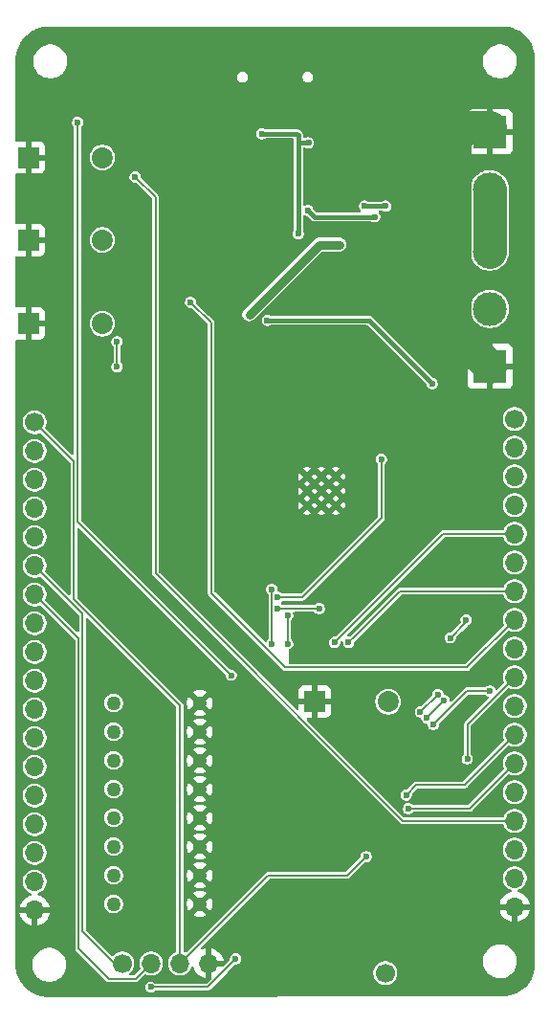
<source format=gbl>
G04 #@! TF.GenerationSoftware,KiCad,Pcbnew,9.0.4-9.0.4-0~ubuntu22.04.1*
G04 #@! TF.CreationDate,2025-09-21T20:46:47-04:00*
G04 #@! TF.ProjectId,Pico_RF_V1,5069636f-5f52-4465-9f56-312e6b696361,rev?*
G04 #@! TF.SameCoordinates,Original*
G04 #@! TF.FileFunction,Copper,L2,Bot*
G04 #@! TF.FilePolarity,Positive*
%FSLAX46Y46*%
G04 Gerber Fmt 4.6, Leading zero omitted, Abs format (unit mm)*
G04 Created by KiCad (PCBNEW 9.0.4-9.0.4-0~ubuntu22.04.1) date 2025-09-21 20:46:47*
%MOMM*%
%LPD*%
G01*
G04 APERTURE LIST*
G04 #@! TA.AperFunction,ComponentPad*
%ADD10C,1.700000*%
G04 #@! TD*
G04 #@! TA.AperFunction,ComponentPad*
%ADD11O,1.700000X1.700000*%
G04 #@! TD*
G04 #@! TA.AperFunction,ComponentPad*
%ADD12R,1.860000X1.860000*%
G04 #@! TD*
G04 #@! TA.AperFunction,ComponentPad*
%ADD13C,1.860000*%
G04 #@! TD*
G04 #@! TA.AperFunction,ComponentPad*
%ADD14C,0.600000*%
G04 #@! TD*
G04 #@! TA.AperFunction,ComponentPad*
%ADD15R,3.000000X3.000000*%
G04 #@! TD*
G04 #@! TA.AperFunction,ComponentPad*
%ADD16C,3.000000*%
G04 #@! TD*
G04 #@! TA.AperFunction,ComponentPad*
%ADD17C,1.269000*%
G04 #@! TD*
G04 #@! TA.AperFunction,ViaPad*
%ADD18C,0.600000*%
G04 #@! TD*
G04 #@! TA.AperFunction,Conductor*
%ADD19C,0.200000*%
G04 #@! TD*
G04 #@! TA.AperFunction,Conductor*
%ADD20C,3.000000*%
G04 #@! TD*
G04 #@! TA.AperFunction,Conductor*
%ADD21C,0.400000*%
G04 #@! TD*
G04 #@! TA.AperFunction,Conductor*
%ADD22C,0.800000*%
G04 #@! TD*
G04 APERTURE END LIST*
D10*
X109980000Y-146400000D03*
D11*
X112520000Y-146400000D03*
X115060000Y-146400000D03*
X117600000Y-146400000D03*
D12*
X101700000Y-89800000D03*
D13*
X108200000Y-89800000D03*
D14*
X126325000Y-103325000D03*
X126325000Y-104600000D03*
X126325000Y-105875000D03*
X127600000Y-103325000D03*
X127600000Y-104600000D03*
X127600000Y-105875000D03*
X128875000Y-103325000D03*
X128875000Y-104600000D03*
X128875000Y-105875000D03*
D12*
X101700000Y-75100000D03*
D13*
X108200000Y-75100000D03*
D15*
X142500000Y-93560000D03*
D16*
X142500000Y-88480000D03*
X142500000Y-83400000D03*
D10*
X102200000Y-98520000D03*
D11*
X102200000Y-101060000D03*
X102200000Y-103600000D03*
X102200000Y-106140000D03*
X102200000Y-108680000D03*
X102200000Y-111220000D03*
X102200000Y-113760000D03*
X102200000Y-116300000D03*
X102200000Y-118840000D03*
X102200000Y-121380000D03*
X102200000Y-123920000D03*
X102200000Y-126460000D03*
X102200000Y-129000000D03*
X102200000Y-131540000D03*
X102200000Y-134080000D03*
X102200000Y-136620000D03*
X102200000Y-139160000D03*
X102200000Y-141700000D03*
D17*
X116820000Y-123360000D03*
X116820000Y-125900000D03*
X116820000Y-128440000D03*
X116820000Y-130980000D03*
X116820000Y-133520000D03*
X116820000Y-136060000D03*
X116820000Y-138600000D03*
X116820000Y-141140000D03*
X109200000Y-123360000D03*
X109200000Y-125900000D03*
X109200000Y-128440000D03*
X109200000Y-130980000D03*
X109200000Y-133520000D03*
X109200000Y-136060000D03*
X109200000Y-138600000D03*
X109200000Y-141140000D03*
D10*
X133250000Y-147250000D03*
X144700000Y-98220000D03*
D11*
X144700000Y-100760000D03*
X144700000Y-103300000D03*
X144700000Y-105840000D03*
X144700000Y-108380000D03*
X144700000Y-110920000D03*
X144700000Y-113460000D03*
X144700000Y-116000000D03*
X144700000Y-118540000D03*
X144700000Y-121080000D03*
X144700000Y-123620000D03*
X144700000Y-126160000D03*
X144700000Y-128700000D03*
X144700000Y-131240000D03*
X144700000Y-133780000D03*
X144700000Y-136320000D03*
X144700000Y-138860000D03*
X144700000Y-141400000D03*
D12*
X127000000Y-123250000D03*
D13*
X133500000Y-123250000D03*
D16*
X142500000Y-77900000D03*
D15*
X142500000Y-72820000D03*
D12*
X101700000Y-82400000D03*
D13*
X108200000Y-82400000D03*
D18*
X109700000Y-99500000D03*
X104950000Y-89800000D03*
X138425000Y-143700000D03*
X126750000Y-117500000D03*
X121000000Y-65250000D03*
X138400000Y-142900000D03*
X113875000Y-119300000D03*
X116250000Y-90250000D03*
X134850000Y-143275000D03*
X107100000Y-147457969D03*
X130250000Y-91500000D03*
X104950000Y-82400000D03*
X107175000Y-107325000D03*
X131500000Y-134500000D03*
X119250000Y-87500000D03*
X103500000Y-94500000D03*
X128825000Y-147750000D03*
X105750000Y-70000000D03*
X137250000Y-85000000D03*
X122500000Y-71500000D03*
X134575000Y-145900000D03*
X136700000Y-142750000D03*
X134000000Y-130500000D03*
X137000000Y-80250000D03*
X111250000Y-79500000D03*
X128500000Y-116000000D03*
X101500000Y-94500000D03*
X125750000Y-132500000D03*
X127012500Y-86487500D03*
X136750000Y-91250000D03*
X121950000Y-79975000D03*
X119750000Y-125750000D03*
X125750000Y-127500000D03*
X122400000Y-111600000D03*
X109700000Y-102100000D03*
X102500000Y-71000000D03*
X104950000Y-75100000D03*
X135950000Y-98225000D03*
X101750000Y-78500000D03*
X120000000Y-144500000D03*
X136100000Y-144400000D03*
X137000000Y-75250000D03*
X115750000Y-65250000D03*
X111250000Y-81500000D03*
X114450000Y-73775000D03*
X135500000Y-95250000D03*
X110550000Y-115575000D03*
X113725000Y-136800000D03*
X134600000Y-146675000D03*
X120775000Y-147050000D03*
X135750000Y-142750000D03*
X111350000Y-118050000D03*
X125750000Y-130500000D03*
X134125000Y-144025000D03*
X113700000Y-139525000D03*
X120975000Y-106375000D03*
X126250000Y-65250000D03*
X122375000Y-75050000D03*
X128000000Y-70000000D03*
X132650000Y-145550000D03*
X126250000Y-147750000D03*
X130250000Y-123250000D03*
X111250000Y-85750000D03*
X107150000Y-102125000D03*
X113625000Y-128000000D03*
X134000000Y-139000000D03*
X119550000Y-73525000D03*
X135100000Y-108700000D03*
X133350000Y-144750000D03*
X121750000Y-91250000D03*
X125750000Y-134500000D03*
X115050000Y-107200000D03*
X119825000Y-122550000D03*
X101750000Y-86000000D03*
X126600000Y-107000000D03*
X125100000Y-71500000D03*
X104938948Y-143218088D03*
X113675000Y-125750000D03*
X117300000Y-112500000D03*
X125750000Y-136500000D03*
X111500000Y-68000000D03*
X121900000Y-116400000D03*
X118475000Y-79925000D03*
X138825000Y-144500000D03*
X132600000Y-98000000D03*
X128000000Y-91500000D03*
X125500000Y-88100000D03*
X125750000Y-140000000D03*
X126450000Y-73800000D03*
X125550000Y-81850000D03*
X122300000Y-73000000D03*
X123727000Y-115000000D03*
X127400000Y-115000000D03*
X131550000Y-136950000D03*
X129200000Y-82800000D03*
X140400000Y-116000000D03*
X121200000Y-89000000D03*
X139000000Y-117600000D03*
X136350000Y-124150000D03*
X137900000Y-122600000D03*
X124601917Y-118125520D03*
X119600000Y-120900000D03*
X106000000Y-72000000D03*
X124600000Y-115600000D03*
X112500000Y-148500000D03*
X120000000Y-146000000D03*
X123200000Y-118127000D03*
X123200000Y-113300000D03*
X130000000Y-118000000D03*
X135100000Y-131500000D03*
X140500000Y-128300000D03*
X136925000Y-124675000D03*
X138450000Y-123150000D03*
X142500000Y-122300000D03*
X137500000Y-125250000D03*
X116000000Y-87900000D03*
X135300000Y-132700000D03*
X111100000Y-76800000D03*
X128750000Y-118000000D03*
X131400000Y-79400000D03*
X133300000Y-79400000D03*
X109500000Y-93600000D03*
X109500000Y-91400000D03*
X122800000Y-89500000D03*
X137400000Y-95100000D03*
X132900000Y-101800000D03*
X123727000Y-114000000D03*
X126400000Y-79775000D03*
X132300000Y-80350000D03*
D19*
X102200000Y-98520000D02*
X105672000Y-101992000D01*
X105672000Y-101992000D02*
X105672000Y-114172000D01*
X105672000Y-114172000D02*
X115060000Y-123560000D01*
X115060000Y-123560000D02*
X115060000Y-146400000D01*
D20*
X140378680Y-72460000D02*
X139373000Y-73465680D01*
X142500000Y-72460000D02*
X140378680Y-72460000D01*
D21*
X125500000Y-88000000D02*
X127012500Y-86487500D01*
D19*
X109700000Y-99500000D02*
X109700000Y-102100000D01*
D20*
X139373000Y-73465680D02*
X139373000Y-90453000D01*
D21*
X125500000Y-88100000D02*
X125500000Y-88000000D01*
D20*
X139373000Y-90453000D02*
X142500000Y-93580000D01*
D21*
X125425000Y-73000000D02*
X125550000Y-73125000D01*
X125550000Y-73125000D02*
X125550000Y-73800000D01*
X125550000Y-73800000D02*
X125550000Y-81850000D01*
X126450000Y-73800000D02*
X125550000Y-73800000D01*
X125425000Y-73000000D02*
X122300000Y-73000000D01*
D19*
X123727000Y-115000000D02*
X127400000Y-115000000D01*
X131550000Y-136950000D02*
X129900000Y-138600000D01*
D22*
X127400000Y-82800000D02*
X129200000Y-82800000D01*
D19*
X129900000Y-138600000D02*
X122860000Y-138600000D01*
X140400000Y-116200000D02*
X139000000Y-117600000D01*
D22*
X121200000Y-89000000D02*
X127400000Y-82800000D01*
D19*
X122860000Y-138600000D02*
X115060000Y-146400000D01*
X140400000Y-116000000D02*
X140400000Y-116200000D01*
X136350000Y-124150000D02*
X137900000Y-122600000D01*
X124600000Y-118123603D02*
X124601917Y-118125520D01*
X106000000Y-107300000D02*
X106000000Y-72000000D01*
X124600000Y-115600000D02*
X124600000Y-118123603D01*
X119600000Y-120900000D02*
X106000000Y-107300000D01*
X111170000Y-147750000D02*
X112520000Y-146400000D01*
X106100000Y-117660000D02*
X106100000Y-145100000D01*
X108750000Y-147750000D02*
X111170000Y-147750000D01*
X102200000Y-113760000D02*
X106100000Y-117660000D01*
X106100000Y-145100000D02*
X108750000Y-147750000D01*
X117500000Y-148500000D02*
X112500000Y-148500000D01*
X106427000Y-143564552D02*
X109262448Y-146400000D01*
X102200000Y-111220000D02*
X106427000Y-115447000D01*
X120000000Y-146000000D02*
X117500000Y-148500000D01*
X106427000Y-115447000D02*
X106427000Y-143564552D01*
X109262448Y-146400000D02*
X109980000Y-146400000D01*
X123200000Y-113300000D02*
X123200000Y-118127000D01*
X134540000Y-113460000D02*
X144700000Y-113460000D01*
X130550000Y-117450000D02*
X130000000Y-118000000D01*
X130550000Y-117450000D02*
X134540000Y-113460000D01*
X135100000Y-131500000D02*
X136000000Y-130600000D01*
X136000000Y-130600000D02*
X140260000Y-130600000D01*
X140260000Y-130600000D02*
X144700000Y-126160000D01*
X140500000Y-125280000D02*
X144700000Y-121080000D01*
X140500000Y-128300000D02*
X140500000Y-125280000D01*
X136925000Y-124675000D02*
X138450000Y-123150000D01*
X140450000Y-122300000D02*
X142500000Y-122300000D01*
X137500000Y-125250000D02*
X140450000Y-122300000D01*
X116000000Y-87900000D02*
X117827000Y-89727000D01*
X124407000Y-120207000D02*
X140493000Y-120207000D01*
X117827000Y-113627000D02*
X124407000Y-120207000D01*
X140493000Y-120207000D02*
X144700000Y-116000000D01*
X117827000Y-89727000D02*
X117827000Y-113627000D01*
X140700000Y-132700000D02*
X144700000Y-128700000D01*
X135300000Y-132700000D02*
X140700000Y-132700000D01*
X134780000Y-133780000D02*
X144700000Y-133780000D01*
X112900000Y-111900000D02*
X134780000Y-133780000D01*
X111100000Y-76800000D02*
X112900000Y-78600000D01*
X112900000Y-78600000D02*
X112900000Y-111900000D01*
X138370000Y-108380000D02*
X128750000Y-118000000D01*
X144700000Y-108380000D02*
X138370000Y-108380000D01*
D20*
X142500000Y-77900000D02*
X142500000Y-83400000D01*
D21*
X131400000Y-79400000D02*
X133300000Y-79400000D01*
D19*
X109500000Y-91400000D02*
X109500000Y-93600000D01*
D21*
X131800000Y-89500000D02*
X137400000Y-95100000D01*
X122800000Y-89500000D02*
X131800000Y-89500000D01*
D19*
X132900000Y-107000000D02*
X132900000Y-101800000D01*
X123727000Y-114000000D02*
X125900000Y-114000000D01*
X125900000Y-114000000D02*
X132900000Y-107000000D01*
D21*
X132300000Y-80350000D02*
X126975000Y-80350000D01*
X126975000Y-80350000D02*
X126400000Y-79775000D01*
G04 #@! TA.AperFunction,Conductor*
G36*
X103591111Y-63500498D02*
G01*
X103594534Y-63500548D01*
X103646096Y-63502021D01*
X103651568Y-63502178D01*
X103651568Y-63502177D01*
X103651571Y-63502178D01*
X103651573Y-63502177D01*
X103659656Y-63501347D01*
X103659731Y-63502083D01*
X103673145Y-63500506D01*
X143541786Y-63504657D01*
X143549317Y-63506432D01*
X143607599Y-63504663D01*
X143622208Y-63504664D01*
X143625410Y-63504708D01*
X143927656Y-63512827D01*
X143941773Y-63514015D01*
X144244247Y-63557016D01*
X144258125Y-63559806D01*
X144553708Y-63637042D01*
X144567185Y-63641400D01*
X144633199Y-63667001D01*
X144852014Y-63751858D01*
X144864915Y-63757730D01*
X145135272Y-63899968D01*
X145147418Y-63907273D01*
X145374459Y-64062161D01*
X145399785Y-64079438D01*
X145411015Y-64088080D01*
X145526550Y-64188000D01*
X145642083Y-64287918D01*
X145652256Y-64297787D01*
X145859013Y-64522692D01*
X145867993Y-64533658D01*
X146047725Y-64780676D01*
X146055396Y-64792595D01*
X146205771Y-65058520D01*
X146212031Y-65071236D01*
X146331075Y-65352581D01*
X146335843Y-65365928D01*
X146422004Y-65659020D01*
X146425218Y-65672825D01*
X146477369Y-65973840D01*
X146478986Y-65987921D01*
X146496650Y-66296478D01*
X146496798Y-66299859D01*
X146496853Y-66301698D01*
X146496853Y-66365892D01*
X146499013Y-66373954D01*
X146499445Y-66388390D01*
X146499157Y-66389491D01*
X146499500Y-66392096D01*
X146499500Y-146578500D01*
X146499051Y-146589042D01*
X146473607Y-146887238D01*
X146471651Y-146901001D01*
X146412831Y-147195270D01*
X146409346Y-147208728D01*
X146317959Y-147494555D01*
X146312990Y-147507538D01*
X146190182Y-147781343D01*
X146183791Y-147793688D01*
X146031110Y-148052023D01*
X146023377Y-148063576D01*
X145842732Y-148303206D01*
X145833754Y-148313820D01*
X145627433Y-148531711D01*
X145617325Y-148541253D01*
X145387901Y-148734691D01*
X145376786Y-148743043D01*
X145127156Y-148909580D01*
X145115178Y-148916634D01*
X144848479Y-149054182D01*
X144835786Y-149059852D01*
X144555359Y-149166685D01*
X144542111Y-149170898D01*
X144251495Y-149245669D01*
X144237859Y-149248373D01*
X143940691Y-149290147D01*
X143926838Y-149291307D01*
X143631212Y-149299434D01*
X143628130Y-149299481D01*
X143614040Y-149299518D01*
X143610166Y-149299467D01*
X143554047Y-149297860D01*
X143545965Y-149298690D01*
X143545902Y-149298080D01*
X143531985Y-149299726D01*
X103503534Y-149401723D01*
X103496424Y-149401537D01*
X103178323Y-149384081D01*
X103164815Y-149382594D01*
X102853706Y-149330960D01*
X102840441Y-149328003D01*
X102739160Y-149299523D01*
X102536862Y-149242637D01*
X102524008Y-149238249D01*
X102272044Y-149136510D01*
X102231587Y-149120174D01*
X102219285Y-149114404D01*
X102156734Y-149080765D01*
X101941534Y-148965035D01*
X101929953Y-148957963D01*
X101670215Y-148779097D01*
X101659465Y-148770790D01*
X101420861Y-148564579D01*
X101411087Y-148555149D01*
X101369493Y-148510361D01*
X101369492Y-148510359D01*
X101196485Y-148324066D01*
X101187797Y-148313618D01*
X100999771Y-148060445D01*
X100992278Y-148049107D01*
X100916578Y-147919655D01*
X100833083Y-147776872D01*
X100826878Y-147764784D01*
X100825345Y-147761347D01*
X100698430Y-147476768D01*
X100693591Y-147464092D01*
X100597427Y-147163737D01*
X100594000Y-147150588D01*
X100555752Y-146962104D01*
X100531283Y-146841521D01*
X100529318Y-146828101D01*
X100501008Y-146516350D01*
X100500500Y-146505136D01*
X100500500Y-146407028D01*
X101999500Y-146407028D01*
X101999500Y-146643223D01*
X102036446Y-146876494D01*
X102109433Y-147101122D01*
X102171227Y-147222398D01*
X102216657Y-147311559D01*
X102355483Y-147502636D01*
X102522490Y-147669643D01*
X102713567Y-147808469D01*
X102804609Y-147854857D01*
X102924003Y-147915692D01*
X102924005Y-147915692D01*
X102924008Y-147915694D01*
X102981921Y-147934511D01*
X103148631Y-147988679D01*
X103381903Y-148025626D01*
X103381908Y-148025626D01*
X103618097Y-148025626D01*
X103851368Y-147988679D01*
X104075992Y-147915694D01*
X104286433Y-147808469D01*
X104477510Y-147669643D01*
X104644517Y-147502636D01*
X104783343Y-147311559D01*
X104890568Y-147101118D01*
X104963553Y-146876494D01*
X104976142Y-146797011D01*
X105000500Y-146643223D01*
X105000500Y-146407028D01*
X104963553Y-146173757D01*
X104890566Y-145949129D01*
X104788736Y-145749278D01*
X104783343Y-145738693D01*
X104644517Y-145547616D01*
X104477510Y-145380609D01*
X104286433Y-145241783D01*
X104286431Y-145241782D01*
X104075996Y-145134559D01*
X103851368Y-145061572D01*
X103618097Y-145024626D01*
X103618092Y-145024626D01*
X103381908Y-145024626D01*
X103381903Y-145024626D01*
X103148631Y-145061572D01*
X102924003Y-145134559D01*
X102713566Y-145241783D01*
X102604550Y-145320988D01*
X102522490Y-145380609D01*
X102522488Y-145380611D01*
X102522487Y-145380611D01*
X102355485Y-145547613D01*
X102355485Y-145547614D01*
X102355483Y-145547616D01*
X102299984Y-145624003D01*
X102216657Y-145738692D01*
X102109433Y-145949129D01*
X102036446Y-146173757D01*
X101999500Y-146407028D01*
X100500500Y-146407028D01*
X100500500Y-141450000D01*
X100872769Y-141450000D01*
X101766988Y-141450000D01*
X101734075Y-141507007D01*
X101700000Y-141634174D01*
X101700000Y-141765826D01*
X101734075Y-141892993D01*
X101766988Y-141950000D01*
X100872769Y-141950000D01*
X100883242Y-142016126D01*
X100883242Y-142016129D01*
X100948904Y-142218217D01*
X101045379Y-142407557D01*
X101170272Y-142579459D01*
X101170276Y-142579464D01*
X101320535Y-142729723D01*
X101320540Y-142729727D01*
X101492442Y-142854620D01*
X101681782Y-142951095D01*
X101883871Y-143016757D01*
X101950000Y-143027231D01*
X101950000Y-142133012D01*
X102007007Y-142165925D01*
X102134174Y-142200000D01*
X102265826Y-142200000D01*
X102392993Y-142165925D01*
X102450000Y-142133012D01*
X102450000Y-143027230D01*
X102516126Y-143016757D01*
X102516129Y-143016757D01*
X102718217Y-142951095D01*
X102907557Y-142854620D01*
X103079459Y-142729727D01*
X103079464Y-142729723D01*
X103229723Y-142579464D01*
X103229727Y-142579459D01*
X103354620Y-142407557D01*
X103451095Y-142218217D01*
X103516757Y-142016129D01*
X103516757Y-142016126D01*
X103527231Y-141950000D01*
X102633012Y-141950000D01*
X102665925Y-141892993D01*
X102700000Y-141765826D01*
X102700000Y-141634174D01*
X102665925Y-141507007D01*
X102633012Y-141450000D01*
X103527231Y-141450000D01*
X103516757Y-141383873D01*
X103516757Y-141383870D01*
X103451095Y-141181782D01*
X103354620Y-140992442D01*
X103229727Y-140820540D01*
X103229723Y-140820535D01*
X103079464Y-140670276D01*
X103079459Y-140670272D01*
X102907557Y-140545379D01*
X102718216Y-140448904D01*
X102542026Y-140391656D01*
X102484350Y-140352218D01*
X102457152Y-140287860D01*
X102469067Y-140219013D01*
X102516311Y-140167538D01*
X102532882Y-140159168D01*
X102697598Y-140090941D01*
X102869655Y-139975977D01*
X103015977Y-139829655D01*
X103130941Y-139657598D01*
X103210130Y-139466420D01*
X103250500Y-139263465D01*
X103250500Y-139056535D01*
X103210130Y-138853580D01*
X103130941Y-138662402D01*
X103015977Y-138490345D01*
X103015975Y-138490342D01*
X102869657Y-138344024D01*
X102783626Y-138286541D01*
X102697598Y-138229059D01*
X102638271Y-138204485D01*
X102506420Y-138149870D01*
X102506412Y-138149868D01*
X102303469Y-138109500D01*
X102303465Y-138109500D01*
X102096535Y-138109500D01*
X102096530Y-138109500D01*
X101893587Y-138149868D01*
X101893579Y-138149870D01*
X101702403Y-138229058D01*
X101530342Y-138344024D01*
X101384024Y-138490342D01*
X101269058Y-138662403D01*
X101189870Y-138853579D01*
X101189868Y-138853587D01*
X101149500Y-139056530D01*
X101149500Y-139263469D01*
X101183620Y-139435000D01*
X101189870Y-139466420D01*
X101269059Y-139657598D01*
X101320443Y-139734500D01*
X101384024Y-139829657D01*
X101530342Y-139975975D01*
X101702405Y-140090943D01*
X101805043Y-140133456D01*
X101867108Y-140159164D01*
X101921511Y-140203005D01*
X101943576Y-140269299D01*
X101926297Y-140336998D01*
X101875160Y-140384609D01*
X101857974Y-140391656D01*
X101681781Y-140448905D01*
X101492442Y-140545379D01*
X101320540Y-140670272D01*
X101320535Y-140670276D01*
X101170276Y-140820535D01*
X101170272Y-140820540D01*
X101045379Y-140992442D01*
X100948904Y-141181782D01*
X100883242Y-141383870D01*
X100883242Y-141383873D01*
X100872769Y-141450000D01*
X100500500Y-141450000D01*
X100500500Y-136516530D01*
X101149500Y-136516530D01*
X101149500Y-136723469D01*
X101181454Y-136884110D01*
X101189870Y-136926420D01*
X101269059Y-137117598D01*
X101320443Y-137194500D01*
X101384024Y-137289657D01*
X101530342Y-137435975D01*
X101530345Y-137435977D01*
X101702402Y-137550941D01*
X101893580Y-137630130D01*
X102096530Y-137670499D01*
X102096534Y-137670500D01*
X102096535Y-137670500D01*
X102303466Y-137670500D01*
X102303467Y-137670499D01*
X102506420Y-137630130D01*
X102697598Y-137550941D01*
X102869655Y-137435977D01*
X103015977Y-137289655D01*
X103130941Y-137117598D01*
X103210130Y-136926420D01*
X103250500Y-136723465D01*
X103250500Y-136516535D01*
X103210130Y-136313580D01*
X103130941Y-136122402D01*
X103015977Y-135950345D01*
X103015975Y-135950342D01*
X102869657Y-135804024D01*
X102736743Y-135715215D01*
X102697598Y-135689059D01*
X102638271Y-135664485D01*
X102506420Y-135609870D01*
X102506412Y-135609868D01*
X102303469Y-135569500D01*
X102303465Y-135569500D01*
X102096535Y-135569500D01*
X102096530Y-135569500D01*
X101893587Y-135609868D01*
X101893579Y-135609870D01*
X101702403Y-135689058D01*
X101530342Y-135804024D01*
X101384024Y-135950342D01*
X101269058Y-136122403D01*
X101189870Y-136313579D01*
X101189868Y-136313587D01*
X101149500Y-136516530D01*
X100500500Y-136516530D01*
X100500500Y-133976530D01*
X101149500Y-133976530D01*
X101149500Y-134183469D01*
X101183620Y-134355000D01*
X101189870Y-134386420D01*
X101269059Y-134577598D01*
X101320443Y-134654500D01*
X101384024Y-134749657D01*
X101530342Y-134895975D01*
X101530345Y-134895977D01*
X101702402Y-135010941D01*
X101893580Y-135090130D01*
X102096530Y-135130499D01*
X102096534Y-135130500D01*
X102096535Y-135130500D01*
X102303466Y-135130500D01*
X102303467Y-135130499D01*
X102506420Y-135090130D01*
X102697598Y-135010941D01*
X102869655Y-134895977D01*
X103015977Y-134749655D01*
X103130941Y-134577598D01*
X103210130Y-134386420D01*
X103250500Y-134183465D01*
X103250500Y-133976535D01*
X103210130Y-133773580D01*
X103130941Y-133582402D01*
X103015977Y-133410345D01*
X103015975Y-133410342D01*
X102869657Y-133264024D01*
X102736743Y-133175215D01*
X102697598Y-133149059D01*
X102638271Y-133124485D01*
X102506420Y-133069870D01*
X102506412Y-133069868D01*
X102303469Y-133029500D01*
X102303465Y-133029500D01*
X102096535Y-133029500D01*
X102096530Y-133029500D01*
X101893587Y-133069868D01*
X101893579Y-133069870D01*
X101702403Y-133149058D01*
X101530342Y-133264024D01*
X101384024Y-133410342D01*
X101269058Y-133582403D01*
X101189870Y-133773579D01*
X101189868Y-133773587D01*
X101149500Y-133976530D01*
X100500500Y-133976530D01*
X100500500Y-131436530D01*
X101149500Y-131436530D01*
X101149500Y-131643469D01*
X101183620Y-131815000D01*
X101189870Y-131846420D01*
X101269059Y-132037598D01*
X101320443Y-132114500D01*
X101384024Y-132209657D01*
X101530342Y-132355975D01*
X101530345Y-132355977D01*
X101702402Y-132470941D01*
X101893580Y-132550130D01*
X102096530Y-132590499D01*
X102096534Y-132590500D01*
X102096535Y-132590500D01*
X102303466Y-132590500D01*
X102303467Y-132590499D01*
X102506420Y-132550130D01*
X102697598Y-132470941D01*
X102869655Y-132355977D01*
X103015977Y-132209655D01*
X103130941Y-132037598D01*
X103210130Y-131846420D01*
X103250500Y-131643465D01*
X103250500Y-131436535D01*
X103210130Y-131233580D01*
X103130941Y-131042402D01*
X103015977Y-130870345D01*
X103015975Y-130870342D01*
X102869657Y-130724024D01*
X102736743Y-130635215D01*
X102697598Y-130609059D01*
X102638271Y-130584485D01*
X102506420Y-130529870D01*
X102506412Y-130529868D01*
X102303469Y-130489500D01*
X102303465Y-130489500D01*
X102096535Y-130489500D01*
X102096530Y-130489500D01*
X101893587Y-130529868D01*
X101893579Y-130529870D01*
X101702403Y-130609058D01*
X101530342Y-130724024D01*
X101384024Y-130870342D01*
X101269058Y-131042403D01*
X101189870Y-131233579D01*
X101189868Y-131233587D01*
X101149500Y-131436530D01*
X100500500Y-131436530D01*
X100500500Y-128896530D01*
X101149500Y-128896530D01*
X101149500Y-129103469D01*
X101181055Y-129262104D01*
X101189870Y-129306420D01*
X101269059Y-129497598D01*
X101320443Y-129574500D01*
X101384024Y-129669657D01*
X101530342Y-129815975D01*
X101530345Y-129815977D01*
X101702402Y-129930941D01*
X101893580Y-130010130D01*
X102096530Y-130050499D01*
X102096534Y-130050500D01*
X102096535Y-130050500D01*
X102303466Y-130050500D01*
X102303467Y-130050499D01*
X102506420Y-130010130D01*
X102697598Y-129930941D01*
X102869655Y-129815977D01*
X103015977Y-129669655D01*
X103130941Y-129497598D01*
X103210130Y-129306420D01*
X103250500Y-129103465D01*
X103250500Y-128896535D01*
X103210130Y-128693580D01*
X103130941Y-128502402D01*
X103015977Y-128330345D01*
X103015975Y-128330342D01*
X102869657Y-128184024D01*
X102736743Y-128095215D01*
X102697598Y-128069059D01*
X102638271Y-128044485D01*
X102506420Y-127989870D01*
X102506412Y-127989868D01*
X102303469Y-127949500D01*
X102303465Y-127949500D01*
X102096535Y-127949500D01*
X102096530Y-127949500D01*
X101893587Y-127989868D01*
X101893579Y-127989870D01*
X101702403Y-128069058D01*
X101530342Y-128184024D01*
X101384024Y-128330342D01*
X101269058Y-128502403D01*
X101189870Y-128693579D01*
X101189868Y-128693587D01*
X101149500Y-128896530D01*
X100500500Y-128896530D01*
X100500500Y-126356530D01*
X101149500Y-126356530D01*
X101149500Y-126563469D01*
X101181055Y-126722104D01*
X101189870Y-126766420D01*
X101269059Y-126957598D01*
X101320443Y-127034500D01*
X101384024Y-127129657D01*
X101530342Y-127275975D01*
X101530345Y-127275977D01*
X101702402Y-127390941D01*
X101893580Y-127470130D01*
X102096530Y-127510499D01*
X102096534Y-127510500D01*
X102096535Y-127510500D01*
X102303466Y-127510500D01*
X102303467Y-127510499D01*
X102506420Y-127470130D01*
X102697598Y-127390941D01*
X102869655Y-127275977D01*
X103015977Y-127129655D01*
X103130941Y-126957598D01*
X103210130Y-126766420D01*
X103250500Y-126563465D01*
X103250500Y-126356535D01*
X103210130Y-126153580D01*
X103130941Y-125962402D01*
X103015977Y-125790345D01*
X103015975Y-125790342D01*
X102869657Y-125644024D01*
X102736743Y-125555215D01*
X102697598Y-125529059D01*
X102638271Y-125504485D01*
X102506420Y-125449870D01*
X102506412Y-125449868D01*
X102303469Y-125409500D01*
X102303465Y-125409500D01*
X102096535Y-125409500D01*
X102096530Y-125409500D01*
X101893587Y-125449868D01*
X101893579Y-125449870D01*
X101702403Y-125529058D01*
X101530342Y-125644024D01*
X101384024Y-125790342D01*
X101269058Y-125962403D01*
X101189870Y-126153579D01*
X101189868Y-126153587D01*
X101149500Y-126356530D01*
X100500500Y-126356530D01*
X100500500Y-123816530D01*
X101149500Y-123816530D01*
X101149500Y-124023469D01*
X101189868Y-124226412D01*
X101189870Y-124226420D01*
X101219384Y-124297674D01*
X101269059Y-124417598D01*
X101320443Y-124494500D01*
X101384024Y-124589657D01*
X101530342Y-124735975D01*
X101530345Y-124735977D01*
X101702402Y-124850941D01*
X101893580Y-124930130D01*
X102096530Y-124970499D01*
X102096534Y-124970500D01*
X102096535Y-124970500D01*
X102303466Y-124970500D01*
X102303467Y-124970499D01*
X102506420Y-124930130D01*
X102697598Y-124850941D01*
X102869655Y-124735977D01*
X103015977Y-124589655D01*
X103130941Y-124417598D01*
X103210130Y-124226420D01*
X103250500Y-124023465D01*
X103250500Y-123816535D01*
X103210130Y-123613580D01*
X103130941Y-123422402D01*
X103015977Y-123250345D01*
X103015975Y-123250342D01*
X102869657Y-123104024D01*
X102736743Y-123015215D01*
X102697598Y-122989059D01*
X102688460Y-122985274D01*
X102506420Y-122909870D01*
X102506412Y-122909868D01*
X102303469Y-122869500D01*
X102303465Y-122869500D01*
X102096535Y-122869500D01*
X102096530Y-122869500D01*
X101893587Y-122909868D01*
X101893579Y-122909870D01*
X101702403Y-122989058D01*
X101530342Y-123104024D01*
X101384024Y-123250342D01*
X101269058Y-123422403D01*
X101189870Y-123613579D01*
X101189868Y-123613587D01*
X101149500Y-123816530D01*
X100500500Y-123816530D01*
X100500500Y-121276530D01*
X101149500Y-121276530D01*
X101149500Y-121483469D01*
X101189868Y-121686412D01*
X101189870Y-121686420D01*
X101236709Y-121799500D01*
X101269059Y-121877598D01*
X101283695Y-121899502D01*
X101384024Y-122049657D01*
X101530342Y-122195975D01*
X101530345Y-122195977D01*
X101702402Y-122310941D01*
X101893580Y-122390130D01*
X102096530Y-122430499D01*
X102096534Y-122430500D01*
X102096535Y-122430500D01*
X102303466Y-122430500D01*
X102303467Y-122430499D01*
X102506420Y-122390130D01*
X102697598Y-122310941D01*
X102869655Y-122195977D01*
X103015977Y-122049655D01*
X103130941Y-121877598D01*
X103210130Y-121686420D01*
X103250500Y-121483465D01*
X103250500Y-121276535D01*
X103210130Y-121073580D01*
X103130941Y-120882402D01*
X103015977Y-120710345D01*
X103015975Y-120710342D01*
X102869657Y-120564024D01*
X102773089Y-120499500D01*
X102697598Y-120449059D01*
X102693747Y-120447464D01*
X102506420Y-120369870D01*
X102506412Y-120369868D01*
X102303469Y-120329500D01*
X102303465Y-120329500D01*
X102096535Y-120329500D01*
X102096530Y-120329500D01*
X101893587Y-120369868D01*
X101893579Y-120369870D01*
X101702403Y-120449058D01*
X101530342Y-120564024D01*
X101384024Y-120710342D01*
X101269058Y-120882403D01*
X101189870Y-121073579D01*
X101189868Y-121073587D01*
X101149500Y-121276530D01*
X100500500Y-121276530D01*
X100500500Y-118736530D01*
X101149500Y-118736530D01*
X101149500Y-118943469D01*
X101189868Y-119146412D01*
X101189870Y-119146420D01*
X101269059Y-119337598D01*
X101326541Y-119423626D01*
X101384024Y-119509657D01*
X101530342Y-119655975D01*
X101530345Y-119655977D01*
X101702402Y-119770941D01*
X101893580Y-119850130D01*
X102078009Y-119886815D01*
X102096530Y-119890499D01*
X102096534Y-119890500D01*
X102096535Y-119890500D01*
X102303466Y-119890500D01*
X102303467Y-119890499D01*
X102506420Y-119850130D01*
X102697598Y-119770941D01*
X102869655Y-119655977D01*
X103015977Y-119509655D01*
X103130941Y-119337598D01*
X103210130Y-119146420D01*
X103250500Y-118943465D01*
X103250500Y-118736535D01*
X103210130Y-118533580D01*
X103130941Y-118342402D01*
X103015977Y-118170345D01*
X103015975Y-118170342D01*
X102869657Y-118024024D01*
X102765498Y-117954428D01*
X102697598Y-117909059D01*
X102693385Y-117907314D01*
X102506420Y-117829870D01*
X102506412Y-117829868D01*
X102303469Y-117789500D01*
X102303465Y-117789500D01*
X102096535Y-117789500D01*
X102096530Y-117789500D01*
X101893587Y-117829868D01*
X101893579Y-117829870D01*
X101702403Y-117909058D01*
X101530342Y-118024024D01*
X101384024Y-118170342D01*
X101269058Y-118342403D01*
X101189870Y-118533579D01*
X101189868Y-118533587D01*
X101149500Y-118736530D01*
X100500500Y-118736530D01*
X100500500Y-116196530D01*
X101149500Y-116196530D01*
X101149500Y-116403469D01*
X101181055Y-116562104D01*
X101189870Y-116606420D01*
X101269059Y-116797598D01*
X101326541Y-116883626D01*
X101384024Y-116969657D01*
X101530342Y-117115975D01*
X101530345Y-117115977D01*
X101702402Y-117230941D01*
X101893580Y-117310130D01*
X102096530Y-117350499D01*
X102096534Y-117350500D01*
X102096535Y-117350500D01*
X102303466Y-117350500D01*
X102303467Y-117350499D01*
X102506420Y-117310130D01*
X102697598Y-117230941D01*
X102869655Y-117115977D01*
X103015977Y-116969655D01*
X103130941Y-116797598D01*
X103210130Y-116606420D01*
X103250500Y-116403465D01*
X103250500Y-116196535D01*
X103210130Y-115993580D01*
X103130941Y-115802402D01*
X103015977Y-115630345D01*
X103015975Y-115630342D01*
X102869657Y-115484024D01*
X102744653Y-115400500D01*
X102697598Y-115369059D01*
X102604127Y-115330342D01*
X102506420Y-115289870D01*
X102506412Y-115289868D01*
X102303469Y-115249500D01*
X102303465Y-115249500D01*
X102096535Y-115249500D01*
X102096530Y-115249500D01*
X101893587Y-115289868D01*
X101893579Y-115289870D01*
X101702403Y-115369058D01*
X101530342Y-115484024D01*
X101384024Y-115630342D01*
X101269058Y-115802403D01*
X101189870Y-115993579D01*
X101189868Y-115993587D01*
X101149500Y-116196530D01*
X100500500Y-116196530D01*
X100500500Y-108576530D01*
X101149500Y-108576530D01*
X101149500Y-108783469D01*
X101189868Y-108986412D01*
X101189870Y-108986420D01*
X101269059Y-109177598D01*
X101326541Y-109263626D01*
X101384024Y-109349657D01*
X101530342Y-109495975D01*
X101530345Y-109495977D01*
X101702402Y-109610941D01*
X101893580Y-109690130D01*
X102096530Y-109730499D01*
X102096534Y-109730500D01*
X102096535Y-109730500D01*
X102303466Y-109730500D01*
X102303467Y-109730499D01*
X102506420Y-109690130D01*
X102697598Y-109610941D01*
X102869655Y-109495977D01*
X103015977Y-109349655D01*
X103130941Y-109177598D01*
X103210130Y-108986420D01*
X103250500Y-108783465D01*
X103250500Y-108576535D01*
X103210130Y-108373580D01*
X103130941Y-108182402D01*
X103015977Y-108010345D01*
X103015975Y-108010342D01*
X102869657Y-107864024D01*
X102783626Y-107806541D01*
X102697598Y-107749059D01*
X102604127Y-107710342D01*
X102506420Y-107669870D01*
X102506412Y-107669868D01*
X102303469Y-107629500D01*
X102303465Y-107629500D01*
X102096535Y-107629500D01*
X102096530Y-107629500D01*
X101893587Y-107669868D01*
X101893579Y-107669870D01*
X101702403Y-107749058D01*
X101530342Y-107864024D01*
X101384024Y-108010342D01*
X101269058Y-108182403D01*
X101189870Y-108373579D01*
X101189868Y-108373587D01*
X101149500Y-108576530D01*
X100500500Y-108576530D01*
X100500500Y-106036530D01*
X101149500Y-106036530D01*
X101149500Y-106243469D01*
X101189868Y-106446412D01*
X101189870Y-106446420D01*
X101269059Y-106637598D01*
X101294050Y-106675000D01*
X101384024Y-106809657D01*
X101530342Y-106955975D01*
X101530345Y-106955977D01*
X101702402Y-107070941D01*
X101893580Y-107150130D01*
X102063978Y-107184024D01*
X102096530Y-107190499D01*
X102096534Y-107190500D01*
X102096535Y-107190500D01*
X102303466Y-107190500D01*
X102303467Y-107190499D01*
X102506420Y-107150130D01*
X102697598Y-107070941D01*
X102869655Y-106955977D01*
X103015977Y-106809655D01*
X103130941Y-106637598D01*
X103210130Y-106446420D01*
X103250500Y-106243465D01*
X103250500Y-106036535D01*
X103210130Y-105833580D01*
X103130941Y-105642402D01*
X103015977Y-105470345D01*
X103015975Y-105470342D01*
X102869657Y-105324024D01*
X102740162Y-105237499D01*
X102697598Y-105209059D01*
X102604127Y-105170342D01*
X102506420Y-105129870D01*
X102506412Y-105129868D01*
X102303469Y-105089500D01*
X102303465Y-105089500D01*
X102096535Y-105089500D01*
X102096530Y-105089500D01*
X101893587Y-105129868D01*
X101893579Y-105129870D01*
X101702403Y-105209058D01*
X101530342Y-105324024D01*
X101384024Y-105470342D01*
X101269058Y-105642403D01*
X101189870Y-105833579D01*
X101189868Y-105833587D01*
X101149500Y-106036530D01*
X100500500Y-106036530D01*
X100500500Y-103496530D01*
X101149500Y-103496530D01*
X101149500Y-103703469D01*
X101189868Y-103906412D01*
X101189870Y-103906420D01*
X101269059Y-104097598D01*
X101326541Y-104183626D01*
X101384024Y-104269657D01*
X101530342Y-104415975D01*
X101530345Y-104415977D01*
X101702402Y-104530941D01*
X101893580Y-104610130D01*
X102017656Y-104634810D01*
X102096530Y-104650499D01*
X102096534Y-104650500D01*
X102096535Y-104650500D01*
X102303466Y-104650500D01*
X102303467Y-104650499D01*
X102506420Y-104610130D01*
X102697598Y-104530941D01*
X102869655Y-104415977D01*
X103015977Y-104269655D01*
X103130941Y-104097598D01*
X103210130Y-103906420D01*
X103250500Y-103703465D01*
X103250500Y-103496535D01*
X103210130Y-103293580D01*
X103130941Y-103102402D01*
X103015977Y-102930345D01*
X103015975Y-102930342D01*
X102869657Y-102784024D01*
X102783626Y-102726541D01*
X102697598Y-102669059D01*
X102604127Y-102630342D01*
X102506420Y-102589870D01*
X102506412Y-102589868D01*
X102303469Y-102549500D01*
X102303465Y-102549500D01*
X102096535Y-102549500D01*
X102096530Y-102549500D01*
X101893587Y-102589868D01*
X101893579Y-102589870D01*
X101702403Y-102669058D01*
X101530342Y-102784024D01*
X101384024Y-102930342D01*
X101269058Y-103102403D01*
X101189870Y-103293579D01*
X101189868Y-103293587D01*
X101149500Y-103496530D01*
X100500500Y-103496530D01*
X100500500Y-100956530D01*
X101149500Y-100956530D01*
X101149500Y-101163469D01*
X101189868Y-101366412D01*
X101189870Y-101366420D01*
X101269059Y-101557598D01*
X101301943Y-101606812D01*
X101384024Y-101729657D01*
X101530342Y-101875975D01*
X101530345Y-101875977D01*
X101702402Y-101990941D01*
X101893580Y-102070130D01*
X102080513Y-102107313D01*
X102096530Y-102110499D01*
X102096534Y-102110500D01*
X102096535Y-102110500D01*
X102303466Y-102110500D01*
X102303467Y-102110499D01*
X102506420Y-102070130D01*
X102697598Y-101990941D01*
X102869655Y-101875977D01*
X103015977Y-101729655D01*
X103130941Y-101557598D01*
X103210130Y-101366420D01*
X103250500Y-101163465D01*
X103250500Y-100956535D01*
X103210130Y-100753580D01*
X103130941Y-100562402D01*
X103015977Y-100390345D01*
X103015975Y-100390342D01*
X102869657Y-100244024D01*
X102783626Y-100186541D01*
X102697598Y-100129059D01*
X102604127Y-100090342D01*
X102506420Y-100049870D01*
X102506412Y-100049868D01*
X102303469Y-100009500D01*
X102303465Y-100009500D01*
X102096535Y-100009500D01*
X102096530Y-100009500D01*
X101893587Y-100049868D01*
X101893579Y-100049870D01*
X101702403Y-100129058D01*
X101530342Y-100244024D01*
X101384024Y-100390342D01*
X101269058Y-100562403D01*
X101189870Y-100753579D01*
X101189868Y-100753587D01*
X101149500Y-100956530D01*
X100500500Y-100956530D01*
X100500500Y-98416530D01*
X101149500Y-98416530D01*
X101149500Y-98623469D01*
X101189868Y-98826412D01*
X101189870Y-98826420D01*
X101269059Y-99017598D01*
X101312160Y-99082104D01*
X101384024Y-99189657D01*
X101530342Y-99335975D01*
X101530345Y-99335977D01*
X101702402Y-99450941D01*
X101893580Y-99530130D01*
X102096530Y-99570499D01*
X102096534Y-99570500D01*
X102096535Y-99570500D01*
X102303466Y-99570500D01*
X102303467Y-99570499D01*
X102506420Y-99530130D01*
X102626974Y-99480194D01*
X102696438Y-99472726D01*
X102758918Y-99504000D01*
X102762104Y-99507075D01*
X105335181Y-102080152D01*
X105368666Y-102141475D01*
X105371500Y-102167833D01*
X105371500Y-113667167D01*
X105351815Y-113734206D01*
X105299011Y-113779961D01*
X105229853Y-113789905D01*
X105166297Y-113760880D01*
X105159819Y-113754848D01*
X103187075Y-111782104D01*
X103153590Y-111720781D01*
X103158574Y-111651089D01*
X103160163Y-111647049D01*
X103210130Y-111526420D01*
X103250500Y-111323465D01*
X103250500Y-111116535D01*
X103210130Y-110913580D01*
X103130941Y-110722402D01*
X103015977Y-110550345D01*
X103015975Y-110550342D01*
X102869657Y-110404024D01*
X102783626Y-110346541D01*
X102697598Y-110289059D01*
X102604127Y-110250342D01*
X102506420Y-110209870D01*
X102506412Y-110209868D01*
X102303469Y-110169500D01*
X102303465Y-110169500D01*
X102096535Y-110169500D01*
X102096530Y-110169500D01*
X101893587Y-110209868D01*
X101893579Y-110209870D01*
X101702403Y-110289058D01*
X101530342Y-110404024D01*
X101384024Y-110550342D01*
X101269058Y-110722403D01*
X101189870Y-110913579D01*
X101189868Y-110913587D01*
X101149500Y-111116530D01*
X101149500Y-111323469D01*
X101189868Y-111526412D01*
X101189870Y-111526420D01*
X101269059Y-111717598D01*
X101291060Y-111750525D01*
X101384024Y-111889657D01*
X101530342Y-112035975D01*
X101530345Y-112035977D01*
X101702402Y-112150941D01*
X101893580Y-112230130D01*
X102096530Y-112270499D01*
X102096534Y-112270500D01*
X102096535Y-112270500D01*
X102303466Y-112270500D01*
X102303467Y-112270499D01*
X102506420Y-112230130D01*
X102626974Y-112180194D01*
X102696438Y-112172726D01*
X102758918Y-112204000D01*
X102762104Y-112207075D01*
X106090181Y-115535152D01*
X106123666Y-115596475D01*
X106126500Y-115622833D01*
X106126500Y-116962167D01*
X106106815Y-117029206D01*
X106054011Y-117074961D01*
X105984853Y-117084905D01*
X105921297Y-117055880D01*
X105914819Y-117049848D01*
X103187075Y-114322104D01*
X103153590Y-114260781D01*
X103158574Y-114191089D01*
X103160163Y-114187049D01*
X103210130Y-114066420D01*
X103250500Y-113863465D01*
X103250500Y-113656535D01*
X103210130Y-113453580D01*
X103130941Y-113262402D01*
X103015977Y-113090345D01*
X103015975Y-113090342D01*
X102869657Y-112944024D01*
X102704406Y-112833608D01*
X102697598Y-112829059D01*
X102604127Y-112790342D01*
X102506420Y-112749870D01*
X102506412Y-112749868D01*
X102303469Y-112709500D01*
X102303465Y-112709500D01*
X102096535Y-112709500D01*
X102096530Y-112709500D01*
X101893587Y-112749868D01*
X101893579Y-112749870D01*
X101702403Y-112829058D01*
X101530342Y-112944024D01*
X101384024Y-113090342D01*
X101269058Y-113262403D01*
X101189870Y-113453579D01*
X101189868Y-113453587D01*
X101149500Y-113656530D01*
X101149500Y-113863469D01*
X101186112Y-114047529D01*
X101189870Y-114066420D01*
X101269059Y-114257598D01*
X101297725Y-114300500D01*
X101384024Y-114429657D01*
X101530342Y-114575975D01*
X101530345Y-114575977D01*
X101702402Y-114690941D01*
X101893580Y-114770130D01*
X102077994Y-114806812D01*
X102096530Y-114810499D01*
X102096534Y-114810500D01*
X102096535Y-114810500D01*
X102303466Y-114810500D01*
X102303467Y-114810499D01*
X102506420Y-114770130D01*
X102626974Y-114720194D01*
X102696438Y-114712726D01*
X102758918Y-114744000D01*
X102762104Y-114747075D01*
X105763181Y-117748152D01*
X105796666Y-117809475D01*
X105799500Y-117835833D01*
X105799500Y-145139562D01*
X105806454Y-145165513D01*
X105819979Y-145215990D01*
X105819980Y-145215991D01*
X105823730Y-145222487D01*
X105834871Y-145241783D01*
X105859540Y-145284511D01*
X108509540Y-147934511D01*
X108565489Y-147990460D01*
X108565491Y-147990461D01*
X108565495Y-147990464D01*
X108634004Y-148030017D01*
X108634011Y-148030021D01*
X108710438Y-148050500D01*
X108710440Y-148050500D01*
X111209560Y-148050500D01*
X111209562Y-148050500D01*
X111285989Y-148030021D01*
X111354511Y-147990460D01*
X111410460Y-147934511D01*
X111957896Y-147387073D01*
X112019217Y-147353590D01*
X112088908Y-147358574D01*
X112093007Y-147360186D01*
X112213580Y-147410130D01*
X112389297Y-147445082D01*
X112416530Y-147450499D01*
X112416534Y-147450500D01*
X112416535Y-147450500D01*
X112623466Y-147450500D01*
X112623467Y-147450499D01*
X112826420Y-147410130D01*
X113017598Y-147330941D01*
X113189655Y-147215977D01*
X113335977Y-147069655D01*
X113450941Y-146897598D01*
X113530130Y-146706420D01*
X113570500Y-146503465D01*
X113570500Y-146296535D01*
X113530130Y-146093580D01*
X113450941Y-145902402D01*
X113335977Y-145730345D01*
X113335975Y-145730342D01*
X113189657Y-145584024D01*
X113022616Y-145472412D01*
X113017598Y-145469059D01*
X113017593Y-145469057D01*
X112826420Y-145389870D01*
X112826412Y-145389868D01*
X112623469Y-145349500D01*
X112623465Y-145349500D01*
X112416535Y-145349500D01*
X112416530Y-145349500D01*
X112213587Y-145389868D01*
X112213579Y-145389870D01*
X112022403Y-145469058D01*
X111850342Y-145584024D01*
X111704024Y-145730342D01*
X111589058Y-145902403D01*
X111509870Y-146093579D01*
X111509868Y-146093587D01*
X111469500Y-146296530D01*
X111469500Y-146503469D01*
X111509868Y-146706412D01*
X111509871Y-146706424D01*
X111559803Y-146826971D01*
X111567272Y-146896440D01*
X111535997Y-146958919D01*
X111532923Y-146962104D01*
X111081848Y-147413181D01*
X111020525Y-147446666D01*
X110994167Y-147449500D01*
X110708937Y-147449500D01*
X110641898Y-147429815D01*
X110596143Y-147377011D01*
X110586199Y-147307853D01*
X110615224Y-147244297D01*
X110640046Y-147222398D01*
X110644236Y-147219597D01*
X110649655Y-147215977D01*
X110795977Y-147069655D01*
X110910941Y-146897598D01*
X110990130Y-146706420D01*
X111030500Y-146503465D01*
X111030500Y-146296535D01*
X110990130Y-146093580D01*
X110910941Y-145902402D01*
X110795977Y-145730345D01*
X110795975Y-145730342D01*
X110649657Y-145584024D01*
X110482616Y-145472412D01*
X110477598Y-145469059D01*
X110477593Y-145469057D01*
X110286420Y-145389870D01*
X110286412Y-145389868D01*
X110083469Y-145349500D01*
X110083465Y-145349500D01*
X109876535Y-145349500D01*
X109876530Y-145349500D01*
X109673587Y-145389868D01*
X109673579Y-145389870D01*
X109482403Y-145469058D01*
X109310342Y-145584024D01*
X109310341Y-145584025D01*
X109178574Y-145715793D01*
X109117251Y-145749278D01*
X109047559Y-145744294D01*
X109003212Y-145715793D01*
X106763819Y-143476400D01*
X106730334Y-143415077D01*
X106727500Y-143388719D01*
X106727500Y-141222242D01*
X108364999Y-141222242D01*
X108397087Y-141383554D01*
X108397090Y-141383564D01*
X108460029Y-141535514D01*
X108460036Y-141535527D01*
X108551412Y-141672280D01*
X108551415Y-141672284D01*
X108667715Y-141788584D01*
X108667719Y-141788587D01*
X108804472Y-141879963D01*
X108804485Y-141879970D01*
X108896823Y-141918217D01*
X108956440Y-141942911D01*
X108956444Y-141942911D01*
X108956445Y-141942912D01*
X109117757Y-141975000D01*
X109117760Y-141975000D01*
X109282242Y-141975000D01*
X109390769Y-141953411D01*
X109443560Y-141942911D01*
X109595521Y-141879967D01*
X109732281Y-141788587D01*
X109848587Y-141672281D01*
X109939967Y-141535521D01*
X110002911Y-141383560D01*
X110032646Y-141234075D01*
X110035000Y-141222242D01*
X110035000Y-141057757D01*
X110002912Y-140896445D01*
X110002911Y-140896444D01*
X110002911Y-140896440D01*
X110002909Y-140896435D01*
X109939970Y-140744485D01*
X109939963Y-140744472D01*
X109848587Y-140607719D01*
X109848584Y-140607715D01*
X109732284Y-140491415D01*
X109732280Y-140491412D01*
X109595527Y-140400036D01*
X109595514Y-140400029D01*
X109443564Y-140337090D01*
X109443554Y-140337087D01*
X109282242Y-140305000D01*
X109282240Y-140305000D01*
X109117760Y-140305000D01*
X109117758Y-140305000D01*
X108956445Y-140337087D01*
X108956435Y-140337090D01*
X108804485Y-140400029D01*
X108804472Y-140400036D01*
X108667719Y-140491412D01*
X108667715Y-140491415D01*
X108551415Y-140607715D01*
X108551412Y-140607719D01*
X108460036Y-140744472D01*
X108460029Y-140744485D01*
X108397090Y-140896435D01*
X108397087Y-140896445D01*
X108365000Y-141057757D01*
X108365000Y-141057760D01*
X108365000Y-141222240D01*
X108365000Y-141222242D01*
X108364999Y-141222242D01*
X106727500Y-141222242D01*
X106727500Y-138682242D01*
X108364999Y-138682242D01*
X108397087Y-138843554D01*
X108397090Y-138843564D01*
X108460029Y-138995514D01*
X108460036Y-138995527D01*
X108551412Y-139132280D01*
X108551415Y-139132284D01*
X108667715Y-139248584D01*
X108667719Y-139248587D01*
X108804472Y-139339963D01*
X108804485Y-139339970D01*
X108956435Y-139402909D01*
X108956440Y-139402911D01*
X108956444Y-139402911D01*
X108956445Y-139402912D01*
X109117757Y-139435000D01*
X109117760Y-139435000D01*
X109282242Y-139435000D01*
X109390769Y-139413411D01*
X109443560Y-139402911D01*
X109595521Y-139339967D01*
X109732281Y-139248587D01*
X109848587Y-139132281D01*
X109939967Y-138995521D01*
X110002911Y-138843560D01*
X110022951Y-138742815D01*
X110035000Y-138682242D01*
X110035000Y-138517757D01*
X110002912Y-138356445D01*
X110002911Y-138356444D01*
X110002911Y-138356440D01*
X109964282Y-138263181D01*
X109939970Y-138204485D01*
X109939963Y-138204472D01*
X109848587Y-138067719D01*
X109848584Y-138067715D01*
X109732284Y-137951415D01*
X109732280Y-137951412D01*
X109595527Y-137860036D01*
X109595514Y-137860029D01*
X109443564Y-137797090D01*
X109443554Y-137797087D01*
X109282242Y-137765000D01*
X109282240Y-137765000D01*
X109117760Y-137765000D01*
X109117758Y-137765000D01*
X108956445Y-137797087D01*
X108956435Y-137797090D01*
X108804485Y-137860029D01*
X108804472Y-137860036D01*
X108667719Y-137951412D01*
X108667715Y-137951415D01*
X108551415Y-138067715D01*
X108551412Y-138067719D01*
X108460036Y-138204472D01*
X108460029Y-138204485D01*
X108397090Y-138356435D01*
X108397087Y-138356445D01*
X108365000Y-138517757D01*
X108365000Y-138517760D01*
X108365000Y-138682240D01*
X108365000Y-138682242D01*
X108364999Y-138682242D01*
X106727500Y-138682242D01*
X106727500Y-136142242D01*
X108364999Y-136142242D01*
X108397087Y-136303554D01*
X108397090Y-136303564D01*
X108460029Y-136455514D01*
X108460036Y-136455527D01*
X108551412Y-136592280D01*
X108551415Y-136592284D01*
X108667715Y-136708584D01*
X108667719Y-136708587D01*
X108804472Y-136799963D01*
X108804485Y-136799970D01*
X108956435Y-136862909D01*
X108956440Y-136862911D01*
X108956444Y-136862911D01*
X108956445Y-136862912D01*
X109117757Y-136895000D01*
X109117760Y-136895000D01*
X109282242Y-136895000D01*
X109390769Y-136873411D01*
X109443560Y-136862911D01*
X109595521Y-136799967D01*
X109732281Y-136708587D01*
X109848587Y-136592281D01*
X109939967Y-136455521D01*
X110002911Y-136303560D01*
X110025292Y-136191045D01*
X110035000Y-136142242D01*
X110035000Y-135977757D01*
X110002912Y-135816445D01*
X110002911Y-135816444D01*
X110002911Y-135816440D01*
X109981159Y-135763926D01*
X109939970Y-135664485D01*
X109939963Y-135664472D01*
X109848587Y-135527719D01*
X109848584Y-135527715D01*
X109732284Y-135411415D01*
X109732280Y-135411412D01*
X109595527Y-135320036D01*
X109595514Y-135320029D01*
X109443564Y-135257090D01*
X109443554Y-135257087D01*
X109282242Y-135225000D01*
X109282240Y-135225000D01*
X109117760Y-135225000D01*
X109117758Y-135225000D01*
X108956445Y-135257087D01*
X108956435Y-135257090D01*
X108804485Y-135320029D01*
X108804472Y-135320036D01*
X108667719Y-135411412D01*
X108667715Y-135411415D01*
X108551415Y-135527715D01*
X108551412Y-135527719D01*
X108460036Y-135664472D01*
X108460029Y-135664485D01*
X108397090Y-135816435D01*
X108397087Y-135816445D01*
X108365000Y-135977757D01*
X108365000Y-135977760D01*
X108365000Y-136142240D01*
X108365000Y-136142242D01*
X108364999Y-136142242D01*
X106727500Y-136142242D01*
X106727500Y-133602242D01*
X108364999Y-133602242D01*
X108397087Y-133763554D01*
X108397090Y-133763564D01*
X108460029Y-133915514D01*
X108460036Y-133915527D01*
X108551412Y-134052280D01*
X108551415Y-134052284D01*
X108667715Y-134168584D01*
X108667719Y-134168587D01*
X108804472Y-134259963D01*
X108804485Y-134259970D01*
X108956435Y-134322909D01*
X108956440Y-134322911D01*
X108956444Y-134322911D01*
X108956445Y-134322912D01*
X109117757Y-134355000D01*
X109117760Y-134355000D01*
X109282242Y-134355000D01*
X109390769Y-134333411D01*
X109443560Y-134322911D01*
X109595521Y-134259967D01*
X109732281Y-134168587D01*
X109848587Y-134052281D01*
X109939967Y-133915521D01*
X110002911Y-133763560D01*
X110022951Y-133662815D01*
X110035000Y-133602242D01*
X110035000Y-133437757D01*
X110002912Y-133276445D01*
X110002911Y-133276444D01*
X110002911Y-133276440D01*
X109971456Y-133200500D01*
X109939970Y-133124485D01*
X109939963Y-133124472D01*
X109848587Y-132987719D01*
X109848584Y-132987715D01*
X109732284Y-132871415D01*
X109732280Y-132871412D01*
X109595527Y-132780036D01*
X109595514Y-132780029D01*
X109443564Y-132717090D01*
X109443554Y-132717087D01*
X109282242Y-132685000D01*
X109282240Y-132685000D01*
X109117760Y-132685000D01*
X109117758Y-132685000D01*
X108956445Y-132717087D01*
X108956435Y-132717090D01*
X108804485Y-132780029D01*
X108804472Y-132780036D01*
X108667719Y-132871412D01*
X108667715Y-132871415D01*
X108551415Y-132987715D01*
X108551412Y-132987719D01*
X108460036Y-133124472D01*
X108460029Y-133124485D01*
X108397090Y-133276435D01*
X108397087Y-133276445D01*
X108365000Y-133437757D01*
X108365000Y-133437760D01*
X108365000Y-133602240D01*
X108365000Y-133602242D01*
X108364999Y-133602242D01*
X106727500Y-133602242D01*
X106727500Y-131062242D01*
X108364999Y-131062242D01*
X108397087Y-131223554D01*
X108397090Y-131223564D01*
X108460029Y-131375514D01*
X108460036Y-131375527D01*
X108551412Y-131512280D01*
X108551415Y-131512284D01*
X108667715Y-131628584D01*
X108667719Y-131628587D01*
X108804472Y-131719963D01*
X108804485Y-131719970D01*
X108956435Y-131782909D01*
X108956440Y-131782911D01*
X108956444Y-131782911D01*
X108956445Y-131782912D01*
X109117757Y-131815000D01*
X109117760Y-131815000D01*
X109282242Y-131815000D01*
X109390769Y-131793411D01*
X109443560Y-131782911D01*
X109595521Y-131719967D01*
X109732281Y-131628587D01*
X109848587Y-131512281D01*
X109939967Y-131375521D01*
X110002911Y-131223560D01*
X110027588Y-131099502D01*
X110035000Y-131062242D01*
X110035000Y-130897757D01*
X110002912Y-130736445D01*
X110002911Y-130736444D01*
X110002911Y-130736440D01*
X109981159Y-130683926D01*
X109939970Y-130584485D01*
X109939963Y-130584472D01*
X109848587Y-130447719D01*
X109848584Y-130447715D01*
X109732284Y-130331415D01*
X109732280Y-130331412D01*
X109595527Y-130240036D01*
X109595514Y-130240029D01*
X109443564Y-130177090D01*
X109443554Y-130177087D01*
X109282242Y-130145000D01*
X109282240Y-130145000D01*
X109117760Y-130145000D01*
X109117758Y-130145000D01*
X108956445Y-130177087D01*
X108956435Y-130177090D01*
X108804485Y-130240029D01*
X108804472Y-130240036D01*
X108667719Y-130331412D01*
X108667715Y-130331415D01*
X108551415Y-130447715D01*
X108551412Y-130447719D01*
X108460036Y-130584472D01*
X108460029Y-130584485D01*
X108397090Y-130736435D01*
X108397087Y-130736445D01*
X108365000Y-130897757D01*
X108365000Y-130897760D01*
X108365000Y-131062240D01*
X108365000Y-131062242D01*
X108364999Y-131062242D01*
X106727500Y-131062242D01*
X106727500Y-128522242D01*
X108364999Y-128522242D01*
X108397087Y-128683554D01*
X108397090Y-128683564D01*
X108460029Y-128835514D01*
X108460036Y-128835527D01*
X108551412Y-128972280D01*
X108551415Y-128972284D01*
X108667715Y-129088584D01*
X108667719Y-129088587D01*
X108804472Y-129179963D01*
X108804485Y-129179970D01*
X108956435Y-129242909D01*
X108956440Y-129242911D01*
X108956444Y-129242911D01*
X108956445Y-129242912D01*
X109117757Y-129275000D01*
X109117760Y-129275000D01*
X109282242Y-129275000D01*
X109390769Y-129253411D01*
X109443560Y-129242911D01*
X109595521Y-129179967D01*
X109732281Y-129088587D01*
X109848587Y-128972281D01*
X109939967Y-128835521D01*
X110002911Y-128683560D01*
X110018077Y-128607316D01*
X110035000Y-128522242D01*
X110035000Y-128357757D01*
X110002912Y-128196445D01*
X110002911Y-128196444D01*
X110002911Y-128196440D01*
X109965786Y-128106812D01*
X109939970Y-128044485D01*
X109939963Y-128044472D01*
X109848587Y-127907719D01*
X109848584Y-127907715D01*
X109732284Y-127791415D01*
X109732280Y-127791412D01*
X109595527Y-127700036D01*
X109595514Y-127700029D01*
X109443564Y-127637090D01*
X109443554Y-127637087D01*
X109282242Y-127605000D01*
X109282240Y-127605000D01*
X109117760Y-127605000D01*
X109117758Y-127605000D01*
X108956445Y-127637087D01*
X108956435Y-127637090D01*
X108804485Y-127700029D01*
X108804472Y-127700036D01*
X108667719Y-127791412D01*
X108667715Y-127791415D01*
X108551415Y-127907715D01*
X108551412Y-127907719D01*
X108460036Y-128044472D01*
X108460029Y-128044485D01*
X108397090Y-128196435D01*
X108397087Y-128196445D01*
X108365000Y-128357757D01*
X108365000Y-128357760D01*
X108365000Y-128522240D01*
X108365000Y-128522242D01*
X108364999Y-128522242D01*
X106727500Y-128522242D01*
X106727500Y-125982242D01*
X108364999Y-125982242D01*
X108397087Y-126143554D01*
X108397090Y-126143564D01*
X108460029Y-126295514D01*
X108460036Y-126295527D01*
X108551412Y-126432280D01*
X108551415Y-126432284D01*
X108667715Y-126548584D01*
X108667719Y-126548587D01*
X108804472Y-126639963D01*
X108804485Y-126639970D01*
X108956435Y-126702909D01*
X108956440Y-126702911D01*
X108956444Y-126702911D01*
X108956445Y-126702912D01*
X109117757Y-126735000D01*
X109117760Y-126735000D01*
X109282242Y-126735000D01*
X109390769Y-126713411D01*
X109443560Y-126702911D01*
X109595521Y-126639967D01*
X109732281Y-126548587D01*
X109848587Y-126432281D01*
X109939967Y-126295521D01*
X110002911Y-126143560D01*
X110022951Y-126042815D01*
X110035000Y-125982242D01*
X110035000Y-125817757D01*
X110002912Y-125656445D01*
X110002911Y-125656444D01*
X110002911Y-125656440D01*
X109961852Y-125557314D01*
X109939970Y-125504485D01*
X109939963Y-125504472D01*
X109848587Y-125367719D01*
X109848584Y-125367715D01*
X109732284Y-125251415D01*
X109732280Y-125251412D01*
X109595527Y-125160036D01*
X109595514Y-125160029D01*
X109443564Y-125097090D01*
X109443554Y-125097087D01*
X109282242Y-125065000D01*
X109282240Y-125065000D01*
X109117760Y-125065000D01*
X109117758Y-125065000D01*
X108956445Y-125097087D01*
X108956435Y-125097090D01*
X108804485Y-125160029D01*
X108804472Y-125160036D01*
X108667719Y-125251412D01*
X108667715Y-125251415D01*
X108551415Y-125367715D01*
X108551412Y-125367719D01*
X108460036Y-125504472D01*
X108460029Y-125504485D01*
X108397090Y-125656435D01*
X108397087Y-125656445D01*
X108365000Y-125817757D01*
X108365000Y-125817760D01*
X108365000Y-125982240D01*
X108365000Y-125982242D01*
X108364999Y-125982242D01*
X106727500Y-125982242D01*
X106727500Y-123442242D01*
X108364999Y-123442242D01*
X108397087Y-123603554D01*
X108397090Y-123603564D01*
X108460029Y-123755514D01*
X108460036Y-123755527D01*
X108551412Y-123892280D01*
X108551415Y-123892284D01*
X108667715Y-124008584D01*
X108667719Y-124008587D01*
X108804472Y-124099963D01*
X108804485Y-124099970D01*
X108956435Y-124162909D01*
X108956440Y-124162911D01*
X108956444Y-124162911D01*
X108956445Y-124162912D01*
X109117757Y-124195000D01*
X109117760Y-124195000D01*
X109282242Y-124195000D01*
X109390769Y-124173411D01*
X109443560Y-124162911D01*
X109595521Y-124099967D01*
X109732281Y-124008587D01*
X109848587Y-123892281D01*
X109939967Y-123755521D01*
X110002911Y-123603560D01*
X110020223Y-123516530D01*
X110035000Y-123442242D01*
X110035000Y-123277757D01*
X110002912Y-123116445D01*
X110002911Y-123116444D01*
X110002911Y-123116440D01*
X109997768Y-123104023D01*
X109939970Y-122964485D01*
X109939963Y-122964472D01*
X109848587Y-122827719D01*
X109848584Y-122827715D01*
X109732284Y-122711415D01*
X109732280Y-122711412D01*
X109595527Y-122620036D01*
X109595514Y-122620029D01*
X109443564Y-122557090D01*
X109443554Y-122557087D01*
X109282242Y-122525000D01*
X109282240Y-122525000D01*
X109117760Y-122525000D01*
X109117758Y-122525000D01*
X108956445Y-122557087D01*
X108956435Y-122557090D01*
X108804485Y-122620029D01*
X108804472Y-122620036D01*
X108667719Y-122711412D01*
X108667715Y-122711415D01*
X108551415Y-122827715D01*
X108551412Y-122827719D01*
X108460036Y-122964472D01*
X108460029Y-122964485D01*
X108397090Y-123116435D01*
X108397087Y-123116445D01*
X108365000Y-123277757D01*
X108365000Y-123277760D01*
X108365000Y-123442240D01*
X108365000Y-123442242D01*
X108364999Y-123442242D01*
X106727500Y-123442242D01*
X106727500Y-115951833D01*
X106747185Y-115884794D01*
X106799989Y-115839039D01*
X106869147Y-115829095D01*
X106932703Y-115858120D01*
X106939181Y-115864152D01*
X114723181Y-123648152D01*
X114756666Y-123709475D01*
X114759500Y-123735833D01*
X114759500Y-145304563D01*
X114739815Y-145371602D01*
X114687011Y-145417357D01*
X114682953Y-145419124D01*
X114562404Y-145469057D01*
X114390342Y-145584024D01*
X114244024Y-145730342D01*
X114129058Y-145902403D01*
X114049870Y-146093579D01*
X114049868Y-146093587D01*
X114009500Y-146296530D01*
X114009500Y-146503469D01*
X114049868Y-146706412D01*
X114049870Y-146706420D01*
X114115939Y-146865925D01*
X114129059Y-146897598D01*
X114159782Y-146943579D01*
X114244024Y-147069657D01*
X114390342Y-147215975D01*
X114390345Y-147215977D01*
X114562402Y-147330941D01*
X114753580Y-147410130D01*
X114929297Y-147445082D01*
X114956530Y-147450499D01*
X114956534Y-147450500D01*
X114956535Y-147450500D01*
X115163466Y-147450500D01*
X115163467Y-147450499D01*
X115366420Y-147410130D01*
X115557598Y-147330941D01*
X115729655Y-147215977D01*
X115875977Y-147069655D01*
X115990941Y-146897598D01*
X116059165Y-146732889D01*
X116103004Y-146678488D01*
X116169298Y-146656423D01*
X116236998Y-146673702D01*
X116284609Y-146724839D01*
X116291656Y-146742026D01*
X116348904Y-146918216D01*
X116445379Y-147107557D01*
X116570272Y-147279459D01*
X116570276Y-147279464D01*
X116720535Y-147429723D01*
X116720540Y-147429727D01*
X116892442Y-147554620D01*
X117081782Y-147651095D01*
X117283871Y-147716757D01*
X117350000Y-147727231D01*
X117350000Y-146833012D01*
X117407007Y-146865925D01*
X117534174Y-146900000D01*
X117665826Y-146900000D01*
X117792993Y-146865925D01*
X117850000Y-146833012D01*
X117850000Y-147673666D01*
X117830315Y-147740705D01*
X117813681Y-147761347D01*
X117411848Y-148163181D01*
X117350525Y-148196666D01*
X117324167Y-148199500D01*
X112958676Y-148199500D01*
X112891637Y-148179815D01*
X112870995Y-148163181D01*
X112807316Y-148099502D01*
X112807314Y-148099500D01*
X112722444Y-148050500D01*
X112693187Y-148033608D01*
X112629539Y-148016554D01*
X112565892Y-147999500D01*
X112434108Y-147999500D01*
X112306812Y-148033608D01*
X112192686Y-148099500D01*
X112192683Y-148099502D01*
X112099502Y-148192683D01*
X112099500Y-148192686D01*
X112033608Y-148306812D01*
X111999500Y-148434108D01*
X111999500Y-148565891D01*
X112033608Y-148693187D01*
X112060902Y-148740460D01*
X112099500Y-148807314D01*
X112192686Y-148900500D01*
X112306814Y-148966392D01*
X112434108Y-149000500D01*
X112434110Y-149000500D01*
X112565890Y-149000500D01*
X112565892Y-149000500D01*
X112693186Y-148966392D01*
X112807314Y-148900500D01*
X112870995Y-148836819D01*
X112932318Y-148803334D01*
X112958676Y-148800500D01*
X117539560Y-148800500D01*
X117539562Y-148800500D01*
X117615989Y-148780021D01*
X117684511Y-148740460D01*
X117740460Y-148684511D01*
X119278440Y-147146530D01*
X132199500Y-147146530D01*
X132199500Y-147353469D01*
X132239868Y-147556412D01*
X132239870Y-147556420D01*
X132286767Y-147669640D01*
X132319059Y-147747598D01*
X132376541Y-147833626D01*
X132434024Y-147919657D01*
X132580342Y-148065975D01*
X132580345Y-148065977D01*
X132752402Y-148180941D01*
X132943580Y-148260130D01*
X133146530Y-148300499D01*
X133146534Y-148300500D01*
X133146535Y-148300500D01*
X133353466Y-148300500D01*
X133353467Y-148300499D01*
X133556420Y-148260130D01*
X133747598Y-148180941D01*
X133919655Y-148065977D01*
X134065977Y-147919655D01*
X134180941Y-147747598D01*
X134260130Y-147556420D01*
X134300500Y-147353465D01*
X134300500Y-147146535D01*
X134260130Y-146943580D01*
X134180941Y-146752402D01*
X134065977Y-146580345D01*
X134065975Y-146580342D01*
X133919657Y-146434024D01*
X133770219Y-146334174D01*
X133747598Y-146319059D01*
X133745263Y-146318092D01*
X133556420Y-146239870D01*
X133556412Y-146239868D01*
X133353468Y-146199500D01*
X133353465Y-146199500D01*
X133146535Y-146199500D01*
X133146530Y-146199500D01*
X132943587Y-146239868D01*
X132943579Y-146239870D01*
X132752403Y-146319058D01*
X132580342Y-146434024D01*
X132434024Y-146580342D01*
X132319058Y-146752403D01*
X132239870Y-146943579D01*
X132239868Y-146943587D01*
X132199500Y-147146530D01*
X119278440Y-147146530D01*
X119888151Y-146536818D01*
X119949474Y-146503334D01*
X119975832Y-146500500D01*
X120065890Y-146500500D01*
X120065892Y-146500500D01*
X120193186Y-146466392D01*
X120307314Y-146400500D01*
X120400500Y-146307314D01*
X120466392Y-146193186D01*
X120496210Y-146081902D01*
X141899500Y-146081902D01*
X141899500Y-146318097D01*
X141936446Y-146551368D01*
X142009433Y-146775996D01*
X142094822Y-146943579D01*
X142116657Y-146986433D01*
X142255483Y-147177510D01*
X142422490Y-147344517D01*
X142613567Y-147483343D01*
X142712991Y-147534002D01*
X142824003Y-147590566D01*
X142824005Y-147590566D01*
X142824008Y-147590568D01*
X142944412Y-147629689D01*
X143048631Y-147663553D01*
X143281903Y-147700500D01*
X143281908Y-147700500D01*
X143518097Y-147700500D01*
X143751368Y-147663553D01*
X143975992Y-147590568D01*
X144186433Y-147483343D01*
X144377510Y-147344517D01*
X144544517Y-147177510D01*
X144683343Y-146986433D01*
X144790568Y-146775992D01*
X144863553Y-146551368D01*
X144869985Y-146510756D01*
X144900500Y-146318097D01*
X144900500Y-146081902D01*
X144863553Y-145848631D01*
X144812882Y-145692683D01*
X144790568Y-145624008D01*
X144790566Y-145624005D01*
X144790566Y-145624003D01*
X144713326Y-145472412D01*
X144683343Y-145413567D01*
X144544517Y-145222490D01*
X144377510Y-145055483D01*
X144186433Y-144916657D01*
X143975996Y-144809433D01*
X143751368Y-144736446D01*
X143518097Y-144699500D01*
X143518092Y-144699500D01*
X143281908Y-144699500D01*
X143281903Y-144699500D01*
X143048631Y-144736446D01*
X142824003Y-144809433D01*
X142613566Y-144916657D01*
X142532537Y-144975529D01*
X142422490Y-145055483D01*
X142422488Y-145055485D01*
X142422487Y-145055485D01*
X142255485Y-145222487D01*
X142255485Y-145222488D01*
X142255483Y-145222490D01*
X142210422Y-145284511D01*
X142116657Y-145413566D01*
X142009433Y-145624003D01*
X141936446Y-145848631D01*
X141899500Y-146081902D01*
X120496210Y-146081902D01*
X120500500Y-146065892D01*
X120500500Y-145934108D01*
X120466392Y-145806814D01*
X120400500Y-145692686D01*
X120307314Y-145599500D01*
X120217449Y-145547616D01*
X120193187Y-145533608D01*
X120129539Y-145516554D01*
X120065892Y-145499500D01*
X119934108Y-145499500D01*
X119806812Y-145533608D01*
X119692686Y-145599500D01*
X119692683Y-145599502D01*
X119599502Y-145692683D01*
X119599500Y-145692686D01*
X119533608Y-145806812D01*
X119499500Y-145934108D01*
X119499500Y-146024166D01*
X119479815Y-146091205D01*
X119463181Y-146111847D01*
X118961347Y-146613681D01*
X118900024Y-146647166D01*
X118873666Y-146650000D01*
X118033012Y-146650000D01*
X118065925Y-146592993D01*
X118100000Y-146465826D01*
X118100000Y-146334174D01*
X118065925Y-146207007D01*
X118033012Y-146150000D01*
X118927231Y-146150000D01*
X118916757Y-146083873D01*
X118916757Y-146083870D01*
X118851095Y-145881782D01*
X118754620Y-145692442D01*
X118629727Y-145520540D01*
X118629723Y-145520535D01*
X118479464Y-145370276D01*
X118479459Y-145370272D01*
X118307557Y-145245379D01*
X118118215Y-145148903D01*
X117916124Y-145083241D01*
X117850000Y-145072768D01*
X117850000Y-145966988D01*
X117792993Y-145934075D01*
X117665826Y-145900000D01*
X117534174Y-145900000D01*
X117407007Y-145934075D01*
X117350000Y-145966988D01*
X117350000Y-145072768D01*
X117349999Y-145072768D01*
X117283875Y-145083241D01*
X117081783Y-145148903D01*
X117081781Y-145148904D01*
X117074487Y-145152621D01*
X117005817Y-145165513D01*
X116941078Y-145139234D01*
X116900824Y-145082125D01*
X116897835Y-145012319D01*
X116930515Y-144954454D01*
X120734970Y-141150000D01*
X143372769Y-141150000D01*
X144266988Y-141150000D01*
X144234075Y-141207007D01*
X144200000Y-141334174D01*
X144200000Y-141465826D01*
X144234075Y-141592993D01*
X144266988Y-141650000D01*
X143372769Y-141650000D01*
X143383242Y-141716126D01*
X143383242Y-141716129D01*
X143448904Y-141918217D01*
X143545379Y-142107557D01*
X143670272Y-142279459D01*
X143670276Y-142279464D01*
X143820535Y-142429723D01*
X143820540Y-142429727D01*
X143992442Y-142554620D01*
X144181782Y-142651095D01*
X144383871Y-142716757D01*
X144450000Y-142727231D01*
X144450000Y-141833012D01*
X144507007Y-141865925D01*
X144634174Y-141900000D01*
X144765826Y-141900000D01*
X144892993Y-141865925D01*
X144950000Y-141833012D01*
X144950000Y-142727230D01*
X145016126Y-142716757D01*
X145016129Y-142716757D01*
X145218217Y-142651095D01*
X145407557Y-142554620D01*
X145579459Y-142429727D01*
X145579464Y-142429723D01*
X145729723Y-142279464D01*
X145729727Y-142279459D01*
X145854620Y-142107557D01*
X145951095Y-141918217D01*
X146016757Y-141716129D01*
X146016757Y-141716126D01*
X146027231Y-141650000D01*
X145133012Y-141650000D01*
X145165925Y-141592993D01*
X145200000Y-141465826D01*
X145200000Y-141334174D01*
X145165925Y-141207007D01*
X145133012Y-141150000D01*
X146027231Y-141150000D01*
X146016757Y-141083873D01*
X146016757Y-141083870D01*
X145951095Y-140881782D01*
X145854620Y-140692442D01*
X145729727Y-140520540D01*
X145729723Y-140520535D01*
X145579464Y-140370276D01*
X145579459Y-140370272D01*
X145407557Y-140245379D01*
X145218216Y-140148904D01*
X145042026Y-140091656D01*
X144984350Y-140052218D01*
X144957152Y-139987860D01*
X144969067Y-139919013D01*
X145016311Y-139867538D01*
X145032882Y-139859168D01*
X145197598Y-139790941D01*
X145369655Y-139675977D01*
X145515977Y-139529655D01*
X145630941Y-139357598D01*
X145710130Y-139166420D01*
X145750500Y-138963465D01*
X145750500Y-138756535D01*
X145710130Y-138553580D01*
X145630941Y-138362402D01*
X145515977Y-138190345D01*
X145515975Y-138190342D01*
X145369657Y-138044024D01*
X145231052Y-137951412D01*
X145197598Y-137929059D01*
X145006420Y-137849870D01*
X145006412Y-137849868D01*
X144803469Y-137809500D01*
X144803465Y-137809500D01*
X144596535Y-137809500D01*
X144596530Y-137809500D01*
X144393587Y-137849868D01*
X144393579Y-137849870D01*
X144202403Y-137929058D01*
X144030342Y-138044024D01*
X143884024Y-138190342D01*
X143769058Y-138362403D01*
X143689870Y-138553579D01*
X143689868Y-138553587D01*
X143649500Y-138756530D01*
X143649500Y-138963469D01*
X143689868Y-139166412D01*
X143689870Y-139166420D01*
X143769058Y-139357596D01*
X143884024Y-139529657D01*
X144030342Y-139675975D01*
X144202405Y-139790943D01*
X144295865Y-139829655D01*
X144367108Y-139859164D01*
X144421511Y-139903005D01*
X144443576Y-139969299D01*
X144426297Y-140036998D01*
X144375160Y-140084609D01*
X144357974Y-140091656D01*
X144181781Y-140148905D01*
X143992442Y-140245379D01*
X143820540Y-140370272D01*
X143820535Y-140370276D01*
X143670276Y-140520535D01*
X143670272Y-140520540D01*
X143545379Y-140692442D01*
X143448904Y-140881782D01*
X143383242Y-141083870D01*
X143383242Y-141083873D01*
X143372769Y-141150000D01*
X120734970Y-141150000D01*
X122948152Y-138936819D01*
X123009475Y-138903334D01*
X123035833Y-138900500D01*
X129939560Y-138900500D01*
X129939562Y-138900500D01*
X130015989Y-138880021D01*
X130084511Y-138840460D01*
X130140460Y-138784511D01*
X131438151Y-137486818D01*
X131499474Y-137453334D01*
X131525832Y-137450500D01*
X131615890Y-137450500D01*
X131615892Y-137450500D01*
X131743186Y-137416392D01*
X131857314Y-137350500D01*
X131950500Y-137257314D01*
X132016392Y-137143186D01*
X132050500Y-137015892D01*
X132050500Y-136884108D01*
X132016392Y-136756814D01*
X131950500Y-136642686D01*
X131857314Y-136549500D01*
X131763782Y-136495499D01*
X131743187Y-136483608D01*
X131638385Y-136455527D01*
X131615892Y-136449500D01*
X131484108Y-136449500D01*
X131356812Y-136483608D01*
X131242686Y-136549500D01*
X131242683Y-136549502D01*
X131149502Y-136642683D01*
X131149500Y-136642686D01*
X131083608Y-136756812D01*
X131049500Y-136884108D01*
X131049500Y-136974166D01*
X131029815Y-137041205D01*
X131013181Y-137061847D01*
X129811848Y-138263181D01*
X129750525Y-138296666D01*
X129724167Y-138299500D01*
X122820438Y-138299500D01*
X122744010Y-138319978D01*
X122675489Y-138359540D01*
X122675486Y-138359542D01*
X115622104Y-145412923D01*
X115604559Y-145422503D01*
X115589927Y-145436126D01*
X115574520Y-145438905D01*
X115560781Y-145446408D01*
X115540839Y-145444981D01*
X115521168Y-145448531D01*
X115494190Y-145441645D01*
X115491089Y-145441424D01*
X115486970Y-145439803D01*
X115437047Y-145419124D01*
X115382644Y-145375283D01*
X115360579Y-145308988D01*
X115360500Y-145304563D01*
X115360500Y-141050707D01*
X115685500Y-141050707D01*
X115685500Y-141229292D01*
X115713434Y-141405659D01*
X115768619Y-141575499D01*
X115849687Y-141734606D01*
X115849691Y-141734612D01*
X115859007Y-141747436D01*
X115859010Y-141747436D01*
X116450000Y-141156446D01*
X116450000Y-141188711D01*
X116475215Y-141282815D01*
X116523926Y-141367186D01*
X116592814Y-141436074D01*
X116677185Y-141484785D01*
X116771289Y-141510000D01*
X116803553Y-141510000D01*
X116212561Y-142100989D01*
X116225389Y-142110309D01*
X116384500Y-142191380D01*
X116554340Y-142246565D01*
X116730708Y-142274500D01*
X116909292Y-142274500D01*
X117085659Y-142246565D01*
X117255499Y-142191380D01*
X117414607Y-142110311D01*
X117427436Y-142100989D01*
X117427437Y-142100989D01*
X116836448Y-141510000D01*
X116868711Y-141510000D01*
X116962815Y-141484785D01*
X117047186Y-141436074D01*
X117116074Y-141367186D01*
X117164785Y-141282815D01*
X117190000Y-141188711D01*
X117190000Y-141156448D01*
X117780989Y-141747437D01*
X117780989Y-141747436D01*
X117790311Y-141734607D01*
X117871380Y-141575499D01*
X117926565Y-141405659D01*
X117954500Y-141229292D01*
X117954500Y-141050707D01*
X117926565Y-140874340D01*
X117871380Y-140704500D01*
X117790309Y-140545389D01*
X117780989Y-140532562D01*
X117780989Y-140532561D01*
X117190000Y-141123551D01*
X117190000Y-141091289D01*
X117164785Y-140997185D01*
X117116074Y-140912814D01*
X117047186Y-140843926D01*
X116962815Y-140795215D01*
X116868711Y-140770000D01*
X116836447Y-140770000D01*
X117427436Y-140179010D01*
X117427436Y-140179007D01*
X117414612Y-140169691D01*
X117414606Y-140169687D01*
X117255499Y-140088619D01*
X117085659Y-140033434D01*
X116909292Y-140005500D01*
X116730708Y-140005500D01*
X116554340Y-140033434D01*
X116384500Y-140088619D01*
X116225391Y-140169689D01*
X116212561Y-140179009D01*
X116803554Y-140770000D01*
X116771289Y-140770000D01*
X116677185Y-140795215D01*
X116592814Y-140843926D01*
X116523926Y-140912814D01*
X116475215Y-140997185D01*
X116450000Y-141091289D01*
X116450000Y-141123552D01*
X115859009Y-140532561D01*
X115849689Y-140545391D01*
X115768619Y-140704500D01*
X115713434Y-140874340D01*
X115685500Y-141050707D01*
X115360500Y-141050707D01*
X115360500Y-138510707D01*
X115685500Y-138510707D01*
X115685500Y-138689292D01*
X115713434Y-138865659D01*
X115768619Y-139035499D01*
X115849687Y-139194606D01*
X115849691Y-139194612D01*
X115859007Y-139207436D01*
X115859010Y-139207436D01*
X116450000Y-138616446D01*
X116450000Y-138648711D01*
X116475215Y-138742815D01*
X116523926Y-138827186D01*
X116592814Y-138896074D01*
X116677185Y-138944785D01*
X116771289Y-138970000D01*
X116803553Y-138970000D01*
X116212561Y-139560989D01*
X116225389Y-139570309D01*
X116384500Y-139651380D01*
X116554340Y-139706565D01*
X116730708Y-139734500D01*
X116909292Y-139734500D01*
X117085659Y-139706565D01*
X117255499Y-139651380D01*
X117414607Y-139570311D01*
X117427436Y-139560989D01*
X117427437Y-139560989D01*
X116836448Y-138970000D01*
X116868711Y-138970000D01*
X116962815Y-138944785D01*
X117047186Y-138896074D01*
X117116074Y-138827186D01*
X117164785Y-138742815D01*
X117190000Y-138648711D01*
X117190000Y-138616448D01*
X117780989Y-139207437D01*
X117780989Y-139207436D01*
X117790311Y-139194607D01*
X117871380Y-139035499D01*
X117926565Y-138865659D01*
X117954500Y-138689292D01*
X117954500Y-138510707D01*
X117926565Y-138334340D01*
X117871380Y-138164500D01*
X117790309Y-138005389D01*
X117780989Y-137992562D01*
X117780989Y-137992561D01*
X117190000Y-138583551D01*
X117190000Y-138551289D01*
X117164785Y-138457185D01*
X117116074Y-138372814D01*
X117047186Y-138303926D01*
X116962815Y-138255215D01*
X116868711Y-138230000D01*
X116836447Y-138230000D01*
X117427436Y-137639010D01*
X117427436Y-137639007D01*
X117414612Y-137629691D01*
X117414606Y-137629687D01*
X117255499Y-137548619D01*
X117085659Y-137493434D01*
X116909292Y-137465500D01*
X116730708Y-137465500D01*
X116554340Y-137493434D01*
X116384500Y-137548619D01*
X116225391Y-137629689D01*
X116212561Y-137639009D01*
X116803554Y-138230000D01*
X116771289Y-138230000D01*
X116677185Y-138255215D01*
X116592814Y-138303926D01*
X116523926Y-138372814D01*
X116475215Y-138457185D01*
X116450000Y-138551289D01*
X116450000Y-138583552D01*
X115859009Y-137992561D01*
X115849689Y-138005391D01*
X115768619Y-138164500D01*
X115713434Y-138334340D01*
X115685500Y-138510707D01*
X115360500Y-138510707D01*
X115360500Y-135970707D01*
X115685500Y-135970707D01*
X115685500Y-136149292D01*
X115713434Y-136325659D01*
X115768619Y-136495499D01*
X115849687Y-136654606D01*
X115849691Y-136654612D01*
X115859007Y-136667436D01*
X115859010Y-136667436D01*
X116450000Y-136076446D01*
X116450000Y-136108711D01*
X116475215Y-136202815D01*
X116523926Y-136287186D01*
X116592814Y-136356074D01*
X116677185Y-136404785D01*
X116771289Y-136430000D01*
X116803553Y-136430000D01*
X116212561Y-137020989D01*
X116225389Y-137030309D01*
X116384500Y-137111380D01*
X116554340Y-137166565D01*
X116730708Y-137194500D01*
X116909292Y-137194500D01*
X117085659Y-137166565D01*
X117255499Y-137111380D01*
X117414607Y-137030311D01*
X117427436Y-137020989D01*
X117427437Y-137020989D01*
X116836448Y-136430000D01*
X116868711Y-136430000D01*
X116962815Y-136404785D01*
X117047186Y-136356074D01*
X117116074Y-136287186D01*
X117164785Y-136202815D01*
X117190000Y-136108711D01*
X117190000Y-136076448D01*
X117780989Y-136667437D01*
X117780989Y-136667436D01*
X117790311Y-136654607D01*
X117871380Y-136495499D01*
X117926565Y-136325659D01*
X117943850Y-136216530D01*
X143649500Y-136216530D01*
X143649500Y-136423469D01*
X143689868Y-136626412D01*
X143689870Y-136626420D01*
X143769058Y-136817596D01*
X143884024Y-136989657D01*
X144030342Y-137135975D01*
X144030345Y-137135977D01*
X144202402Y-137250941D01*
X144393580Y-137330130D01*
X144596530Y-137370499D01*
X144596534Y-137370500D01*
X144596535Y-137370500D01*
X144803466Y-137370500D01*
X144803467Y-137370499D01*
X145006420Y-137330130D01*
X145197598Y-137250941D01*
X145369655Y-137135977D01*
X145515977Y-136989655D01*
X145630941Y-136817598D01*
X145710130Y-136626420D01*
X145750500Y-136423465D01*
X145750500Y-136216535D01*
X145710130Y-136013580D01*
X145630941Y-135822402D01*
X145515977Y-135650345D01*
X145515975Y-135650342D01*
X145369657Y-135504024D01*
X145231052Y-135411412D01*
X145197598Y-135389059D01*
X145006420Y-135309870D01*
X145006412Y-135309868D01*
X144803469Y-135269500D01*
X144803465Y-135269500D01*
X144596535Y-135269500D01*
X144596530Y-135269500D01*
X144393587Y-135309868D01*
X144393579Y-135309870D01*
X144202403Y-135389058D01*
X144030342Y-135504024D01*
X143884024Y-135650342D01*
X143769058Y-135822403D01*
X143689870Y-136013579D01*
X143689868Y-136013587D01*
X143649500Y-136216530D01*
X117943850Y-136216530D01*
X117947887Y-136191045D01*
X117954500Y-136149292D01*
X117954500Y-135970707D01*
X117926565Y-135794340D01*
X117871380Y-135624500D01*
X117790309Y-135465389D01*
X117780989Y-135452562D01*
X117780989Y-135452561D01*
X117190000Y-136043551D01*
X117190000Y-136011289D01*
X117164785Y-135917185D01*
X117116074Y-135832814D01*
X117047186Y-135763926D01*
X116962815Y-135715215D01*
X116868711Y-135690000D01*
X116836447Y-135690000D01*
X117427436Y-135099010D01*
X117427436Y-135099007D01*
X117414612Y-135089691D01*
X117414606Y-135089687D01*
X117255499Y-135008619D01*
X117085659Y-134953434D01*
X116909292Y-134925500D01*
X116730708Y-134925500D01*
X116554340Y-134953434D01*
X116384500Y-135008619D01*
X116225391Y-135089689D01*
X116212561Y-135099009D01*
X116803554Y-135690000D01*
X116771289Y-135690000D01*
X116677185Y-135715215D01*
X116592814Y-135763926D01*
X116523926Y-135832814D01*
X116475215Y-135917185D01*
X116450000Y-136011289D01*
X116450000Y-136043552D01*
X115859009Y-135452561D01*
X115849689Y-135465391D01*
X115768619Y-135624500D01*
X115713434Y-135794340D01*
X115685500Y-135970707D01*
X115360500Y-135970707D01*
X115360500Y-133430707D01*
X115685500Y-133430707D01*
X115685500Y-133609292D01*
X115713434Y-133785659D01*
X115768619Y-133955499D01*
X115849687Y-134114606D01*
X115849691Y-134114612D01*
X115859007Y-134127436D01*
X115859010Y-134127436D01*
X116450000Y-133536446D01*
X116450000Y-133568711D01*
X116475215Y-133662815D01*
X116523926Y-133747186D01*
X116592814Y-133816074D01*
X116677185Y-133864785D01*
X116771289Y-133890000D01*
X116803553Y-133890000D01*
X116212561Y-134480989D01*
X116225389Y-134490309D01*
X116384500Y-134571380D01*
X116554340Y-134626565D01*
X116730708Y-134654500D01*
X116909292Y-134654500D01*
X117085659Y-134626565D01*
X117255499Y-134571380D01*
X117414607Y-134490311D01*
X117427436Y-134480989D01*
X117427437Y-134480989D01*
X116836448Y-133890000D01*
X116868711Y-133890000D01*
X116962815Y-133864785D01*
X117047186Y-133816074D01*
X117116074Y-133747186D01*
X117164785Y-133662815D01*
X117190000Y-133568711D01*
X117190000Y-133536447D01*
X117780989Y-134127437D01*
X117780989Y-134127436D01*
X117790311Y-134114607D01*
X117871380Y-133955499D01*
X117926565Y-133785659D01*
X117954500Y-133609292D01*
X117954500Y-133430707D01*
X117926565Y-133254340D01*
X117871380Y-133084500D01*
X117790309Y-132925389D01*
X117780989Y-132912562D01*
X117780989Y-132912561D01*
X117190000Y-133503551D01*
X117190000Y-133471289D01*
X117164785Y-133377185D01*
X117116074Y-133292814D01*
X117047186Y-133223926D01*
X116962815Y-133175215D01*
X116868711Y-133150000D01*
X116836447Y-133150000D01*
X117427436Y-132559010D01*
X117427436Y-132559007D01*
X117414612Y-132549691D01*
X117414606Y-132549687D01*
X117255499Y-132468619D01*
X117085659Y-132413434D01*
X116909292Y-132385500D01*
X116730708Y-132385500D01*
X116554340Y-132413434D01*
X116384500Y-132468619D01*
X116225391Y-132549689D01*
X116212561Y-132559009D01*
X116803554Y-133150000D01*
X116771289Y-133150000D01*
X116677185Y-133175215D01*
X116592814Y-133223926D01*
X116523926Y-133292814D01*
X116475215Y-133377185D01*
X116450000Y-133471289D01*
X116450000Y-133503552D01*
X115859009Y-132912561D01*
X115849689Y-132925391D01*
X115768619Y-133084500D01*
X115713434Y-133254340D01*
X115685500Y-133430707D01*
X115360500Y-133430707D01*
X115360500Y-130890707D01*
X115685500Y-130890707D01*
X115685500Y-131069292D01*
X115713434Y-131245659D01*
X115768619Y-131415499D01*
X115849687Y-131574606D01*
X115849691Y-131574612D01*
X115859007Y-131587436D01*
X115859010Y-131587436D01*
X116450000Y-130996446D01*
X116450000Y-131028711D01*
X116475215Y-131122815D01*
X116523926Y-131207186D01*
X116592814Y-131276074D01*
X116677185Y-131324785D01*
X116771289Y-131350000D01*
X116803553Y-131350000D01*
X116212561Y-131940989D01*
X116225389Y-131950309D01*
X116384500Y-132031380D01*
X116554340Y-132086565D01*
X116730708Y-132114500D01*
X116909292Y-132114500D01*
X117085659Y-132086565D01*
X117255499Y-132031380D01*
X117414607Y-131950311D01*
X117427436Y-131940989D01*
X117427437Y-131940989D01*
X116836448Y-131350000D01*
X116868711Y-131350000D01*
X116962815Y-131324785D01*
X117047186Y-131276074D01*
X117116074Y-131207186D01*
X117164785Y-131122815D01*
X117190000Y-131028711D01*
X117190000Y-130996447D01*
X117780989Y-131587437D01*
X117780989Y-131587436D01*
X117790311Y-131574607D01*
X117871380Y-131415499D01*
X117926565Y-131245659D01*
X117954500Y-131069292D01*
X117954500Y-130890707D01*
X117926565Y-130714340D01*
X117871380Y-130544500D01*
X117790309Y-130385389D01*
X117780989Y-130372562D01*
X117780989Y-130372561D01*
X117190000Y-130963551D01*
X117190000Y-130931289D01*
X117164785Y-130837185D01*
X117116074Y-130752814D01*
X117047186Y-130683926D01*
X116962815Y-130635215D01*
X116868711Y-130610000D01*
X116836447Y-130610000D01*
X117427436Y-130019010D01*
X117427436Y-130019007D01*
X117414612Y-130009691D01*
X117414606Y-130009687D01*
X117255499Y-129928619D01*
X117085659Y-129873434D01*
X116909292Y-129845500D01*
X116730708Y-129845500D01*
X116554340Y-129873434D01*
X116384500Y-129928619D01*
X116225391Y-130009689D01*
X116212561Y-130019009D01*
X116803554Y-130610000D01*
X116771289Y-130610000D01*
X116677185Y-130635215D01*
X116592814Y-130683926D01*
X116523926Y-130752814D01*
X116475215Y-130837185D01*
X116450000Y-130931289D01*
X116450000Y-130963552D01*
X115859009Y-130372561D01*
X115849689Y-130385391D01*
X115768619Y-130544500D01*
X115713434Y-130714340D01*
X115685500Y-130890707D01*
X115360500Y-130890707D01*
X115360500Y-128350707D01*
X115685500Y-128350707D01*
X115685500Y-128529292D01*
X115713434Y-128705659D01*
X115768619Y-128875499D01*
X115849687Y-129034606D01*
X115849691Y-129034612D01*
X115859007Y-129047436D01*
X115859010Y-129047436D01*
X116450000Y-128456446D01*
X116450000Y-128488711D01*
X116475215Y-128582815D01*
X116523926Y-128667186D01*
X116592814Y-128736074D01*
X116677185Y-128784785D01*
X116771289Y-128810000D01*
X116803553Y-128810000D01*
X116212561Y-129400989D01*
X116225389Y-129410309D01*
X116384500Y-129491380D01*
X116554340Y-129546565D01*
X116730708Y-129574500D01*
X116909292Y-129574500D01*
X117085659Y-129546565D01*
X117255499Y-129491380D01*
X117414607Y-129410311D01*
X117427436Y-129400989D01*
X117427437Y-129400989D01*
X116836448Y-128810000D01*
X116868711Y-128810000D01*
X116962815Y-128784785D01*
X117047186Y-128736074D01*
X117116074Y-128667186D01*
X117164785Y-128582815D01*
X117190000Y-128488711D01*
X117190000Y-128456447D01*
X117780989Y-129047437D01*
X117780989Y-129047436D01*
X117790311Y-129034607D01*
X117871380Y-128875499D01*
X117926565Y-128705659D01*
X117954500Y-128529292D01*
X117954500Y-128350707D01*
X117926565Y-128174340D01*
X117871380Y-128004500D01*
X117790309Y-127845389D01*
X117780989Y-127832562D01*
X117780989Y-127832561D01*
X117190000Y-128423551D01*
X117190000Y-128391289D01*
X117164785Y-128297185D01*
X117116074Y-128212814D01*
X117047186Y-128143926D01*
X116962815Y-128095215D01*
X116868711Y-128070000D01*
X116836447Y-128070000D01*
X117427436Y-127479010D01*
X117427436Y-127479007D01*
X117414612Y-127469691D01*
X117414606Y-127469687D01*
X117255499Y-127388619D01*
X117085659Y-127333434D01*
X116909292Y-127305500D01*
X116730708Y-127305500D01*
X116554340Y-127333434D01*
X116384500Y-127388619D01*
X116225391Y-127469689D01*
X116212561Y-127479009D01*
X116803554Y-128070000D01*
X116771289Y-128070000D01*
X116677185Y-128095215D01*
X116592814Y-128143926D01*
X116523926Y-128212814D01*
X116475215Y-128297185D01*
X116450000Y-128391289D01*
X116450000Y-128423552D01*
X115859009Y-127832561D01*
X115849689Y-127845391D01*
X115768619Y-128004500D01*
X115713434Y-128174340D01*
X115685500Y-128350707D01*
X115360500Y-128350707D01*
X115360500Y-125810707D01*
X115685500Y-125810707D01*
X115685500Y-125989292D01*
X115713434Y-126165659D01*
X115768619Y-126335499D01*
X115849687Y-126494606D01*
X115849691Y-126494612D01*
X115859007Y-126507436D01*
X115859010Y-126507436D01*
X116450000Y-125916446D01*
X116450000Y-125948711D01*
X116475215Y-126042815D01*
X116523926Y-126127186D01*
X116592814Y-126196074D01*
X116677185Y-126244785D01*
X116771289Y-126270000D01*
X116803553Y-126270000D01*
X116212561Y-126860989D01*
X116225389Y-126870309D01*
X116384500Y-126951380D01*
X116554340Y-127006565D01*
X116730708Y-127034500D01*
X116909292Y-127034500D01*
X117085659Y-127006565D01*
X117255499Y-126951380D01*
X117414607Y-126870311D01*
X117427436Y-126860989D01*
X117427437Y-126860989D01*
X116836448Y-126270000D01*
X116868711Y-126270000D01*
X116962815Y-126244785D01*
X117047186Y-126196074D01*
X117116074Y-126127186D01*
X117164785Y-126042815D01*
X117190000Y-125948711D01*
X117190000Y-125916447D01*
X117780989Y-126507437D01*
X117780989Y-126507436D01*
X117790311Y-126494607D01*
X117871380Y-126335499D01*
X117926565Y-126165659D01*
X117954500Y-125989292D01*
X117954500Y-125810707D01*
X117926565Y-125634340D01*
X117871380Y-125464500D01*
X117790309Y-125305389D01*
X117780989Y-125292562D01*
X117780989Y-125292561D01*
X117190000Y-125883551D01*
X117190000Y-125851289D01*
X117164785Y-125757185D01*
X117116074Y-125672814D01*
X117047186Y-125603926D01*
X116962815Y-125555215D01*
X116868711Y-125530000D01*
X116836447Y-125530000D01*
X117427436Y-124939010D01*
X117427436Y-124939007D01*
X117414612Y-124929691D01*
X117414606Y-124929687D01*
X117255499Y-124848619D01*
X117085659Y-124793434D01*
X116909292Y-124765500D01*
X116730708Y-124765500D01*
X116554340Y-124793434D01*
X116384500Y-124848619D01*
X116225391Y-124929689D01*
X116212561Y-124939009D01*
X116803554Y-125530000D01*
X116771289Y-125530000D01*
X116677185Y-125555215D01*
X116592814Y-125603926D01*
X116523926Y-125672814D01*
X116475215Y-125757185D01*
X116450000Y-125851289D01*
X116450000Y-125883552D01*
X115859009Y-125292561D01*
X115849689Y-125305391D01*
X115768619Y-125464500D01*
X115713434Y-125634340D01*
X115685500Y-125810707D01*
X115360500Y-125810707D01*
X115360500Y-123520439D01*
X115355778Y-123502815D01*
X115340021Y-123444011D01*
X115319641Y-123408711D01*
X115300464Y-123375495D01*
X115300458Y-123375487D01*
X115195678Y-123270707D01*
X115685500Y-123270707D01*
X115685500Y-123449292D01*
X115713434Y-123625659D01*
X115768619Y-123795499D01*
X115849687Y-123954606D01*
X115849691Y-123954612D01*
X115859007Y-123967436D01*
X115859010Y-123967436D01*
X116450000Y-123376446D01*
X116450000Y-123408711D01*
X116475215Y-123502815D01*
X116523926Y-123587186D01*
X116592814Y-123656074D01*
X116677185Y-123704785D01*
X116771289Y-123730000D01*
X116803553Y-123730000D01*
X116212561Y-124320989D01*
X116225389Y-124330309D01*
X116384500Y-124411380D01*
X116554340Y-124466565D01*
X116730708Y-124494500D01*
X116909292Y-124494500D01*
X117085659Y-124466565D01*
X117255499Y-124411380D01*
X117414607Y-124330311D01*
X117427436Y-124320989D01*
X117427437Y-124320989D01*
X116836448Y-123730000D01*
X116868711Y-123730000D01*
X116962815Y-123704785D01*
X117047186Y-123656074D01*
X117116074Y-123587186D01*
X117164785Y-123502815D01*
X117190000Y-123408711D01*
X117190000Y-123376447D01*
X117780989Y-123967437D01*
X117780989Y-123967436D01*
X117790311Y-123954607D01*
X117871380Y-123795499D01*
X117926565Y-123625659D01*
X117954500Y-123449292D01*
X117954500Y-123270707D01*
X117926565Y-123094340D01*
X117871380Y-122924500D01*
X117790309Y-122765389D01*
X117780989Y-122752562D01*
X117780989Y-122752561D01*
X117190000Y-123343551D01*
X117190000Y-123311289D01*
X117164785Y-123217185D01*
X117116074Y-123132814D01*
X117047186Y-123063926D01*
X116962815Y-123015215D01*
X116868711Y-122990000D01*
X116836447Y-122990000D01*
X117427436Y-122399010D01*
X117427436Y-122399007D01*
X117414612Y-122389691D01*
X117414606Y-122389687D01*
X117255499Y-122308619D01*
X117085659Y-122253434D01*
X116909292Y-122225500D01*
X116730708Y-122225500D01*
X116554340Y-122253434D01*
X116384500Y-122308619D01*
X116225391Y-122389689D01*
X116212561Y-122399009D01*
X116803554Y-122990000D01*
X116771289Y-122990000D01*
X116677185Y-123015215D01*
X116592814Y-123063926D01*
X116523926Y-123132814D01*
X116475215Y-123217185D01*
X116450000Y-123311289D01*
X116450000Y-123343552D01*
X115859009Y-122752561D01*
X115849689Y-122765391D01*
X115768619Y-122924500D01*
X115713434Y-123094340D01*
X115685500Y-123270707D01*
X115195678Y-123270707D01*
X106008819Y-114083848D01*
X105975334Y-114022525D01*
X105972500Y-113996167D01*
X105972500Y-107996833D01*
X105992185Y-107929794D01*
X106044989Y-107884039D01*
X106114147Y-107874095D01*
X106177703Y-107903120D01*
X106184181Y-107909152D01*
X119063181Y-120788152D01*
X119096666Y-120849475D01*
X119099500Y-120875833D01*
X119099500Y-120965892D01*
X119102352Y-120976535D01*
X119133608Y-121093187D01*
X119166554Y-121150250D01*
X119199500Y-121207314D01*
X119292686Y-121300500D01*
X119406814Y-121366392D01*
X119534108Y-121400500D01*
X119534110Y-121400500D01*
X119665890Y-121400500D01*
X119665892Y-121400500D01*
X119793186Y-121366392D01*
X119907314Y-121300500D01*
X120000500Y-121207314D01*
X120066392Y-121093186D01*
X120100500Y-120965892D01*
X120100500Y-120834108D01*
X120066392Y-120706814D01*
X120000500Y-120592686D01*
X119907314Y-120499500D01*
X119819948Y-120449059D01*
X119793187Y-120433608D01*
X119706355Y-120410342D01*
X119665892Y-120399500D01*
X119575833Y-120399500D01*
X119508794Y-120379815D01*
X119488152Y-120363181D01*
X106336819Y-107211848D01*
X106303334Y-107150525D01*
X106300500Y-107124167D01*
X106300500Y-91334108D01*
X108999500Y-91334108D01*
X108999500Y-91465891D01*
X109033608Y-91593187D01*
X109047152Y-91616645D01*
X109099500Y-91707314D01*
X109099502Y-91707316D01*
X109163181Y-91770995D01*
X109196666Y-91832318D01*
X109199500Y-91858676D01*
X109199500Y-93141323D01*
X109179815Y-93208362D01*
X109163182Y-93229004D01*
X109099500Y-93292686D01*
X109033608Y-93406812D01*
X108999500Y-93534108D01*
X108999500Y-93665891D01*
X109033608Y-93793187D01*
X109066554Y-93850250D01*
X109099500Y-93907314D01*
X109192686Y-94000500D01*
X109306814Y-94066392D01*
X109434108Y-94100500D01*
X109434110Y-94100500D01*
X109565890Y-94100500D01*
X109565892Y-94100500D01*
X109693186Y-94066392D01*
X109807314Y-94000500D01*
X109900500Y-93907314D01*
X109966392Y-93793186D01*
X110000500Y-93665892D01*
X110000500Y-93534108D01*
X109966392Y-93406814D01*
X109900500Y-93292686D01*
X109836818Y-93229004D01*
X109803334Y-93167680D01*
X109800500Y-93141323D01*
X109800500Y-91858676D01*
X109820185Y-91791637D01*
X109836819Y-91770995D01*
X109900500Y-91707314D01*
X109966392Y-91593186D01*
X110000500Y-91465892D01*
X110000500Y-91334108D01*
X109966392Y-91206814D01*
X109900500Y-91092686D01*
X109807314Y-90999500D01*
X109750250Y-90966554D01*
X109693187Y-90933608D01*
X109577700Y-90902664D01*
X109565892Y-90899500D01*
X109434108Y-90899500D01*
X109306812Y-90933608D01*
X109192686Y-90999500D01*
X109192683Y-90999502D01*
X109099502Y-91092683D01*
X109099500Y-91092686D01*
X109033608Y-91206812D01*
X108999500Y-91334108D01*
X106300500Y-91334108D01*
X106300500Y-89711022D01*
X107069500Y-89711022D01*
X107069500Y-89888977D01*
X107097335Y-90064726D01*
X107152325Y-90233965D01*
X107233109Y-90392511D01*
X107337703Y-90536471D01*
X107463529Y-90662297D01*
X107607489Y-90766891D01*
X107628986Y-90777844D01*
X107766034Y-90847674D01*
X107766036Y-90847674D01*
X107766039Y-90847676D01*
X107856752Y-90877150D01*
X107935273Y-90902664D01*
X108111023Y-90930500D01*
X108111028Y-90930500D01*
X108288977Y-90930500D01*
X108464726Y-90902664D01*
X108474464Y-90899500D01*
X108633961Y-90847676D01*
X108792511Y-90766891D01*
X108936471Y-90662297D01*
X109062297Y-90536471D01*
X109166891Y-90392511D01*
X109247676Y-90233961D01*
X109302664Y-90064726D01*
X109311584Y-90008405D01*
X109330500Y-89888977D01*
X109330500Y-89711022D01*
X109302664Y-89535273D01*
X109248546Y-89368718D01*
X109247676Y-89366039D01*
X109247674Y-89366036D01*
X109247674Y-89366034D01*
X109166890Y-89207488D01*
X109062297Y-89063529D01*
X108936471Y-88937703D01*
X108792511Y-88833109D01*
X108771046Y-88822172D01*
X108633965Y-88752325D01*
X108464726Y-88697335D01*
X108288977Y-88669500D01*
X108288972Y-88669500D01*
X108111028Y-88669500D01*
X108111023Y-88669500D01*
X107935273Y-88697335D01*
X107766034Y-88752325D01*
X107607488Y-88833109D01*
X107463527Y-88937704D01*
X107337704Y-89063527D01*
X107233109Y-89207488D01*
X107152325Y-89366034D01*
X107097335Y-89535273D01*
X107069500Y-89711022D01*
X106300500Y-89711022D01*
X106300500Y-82311022D01*
X107069500Y-82311022D01*
X107069500Y-82488977D01*
X107097335Y-82664726D01*
X107152325Y-82833965D01*
X107233109Y-82992511D01*
X107337703Y-83136471D01*
X107463529Y-83262297D01*
X107607489Y-83366891D01*
X107628986Y-83377844D01*
X107766034Y-83447674D01*
X107766036Y-83447674D01*
X107766039Y-83447676D01*
X107856752Y-83477150D01*
X107935273Y-83502664D01*
X108111023Y-83530500D01*
X108111028Y-83530500D01*
X108288977Y-83530500D01*
X108464726Y-83502664D01*
X108633961Y-83447676D01*
X108792511Y-83366891D01*
X108936471Y-83262297D01*
X109062297Y-83136471D01*
X109166891Y-82992511D01*
X109247676Y-82833961D01*
X109302664Y-82664726D01*
X109315949Y-82580847D01*
X109330500Y-82488977D01*
X109330500Y-82311022D01*
X109302664Y-82135273D01*
X109247674Y-81966034D01*
X109166890Y-81807488D01*
X109062297Y-81663529D01*
X108936471Y-81537703D01*
X108792511Y-81433109D01*
X108771046Y-81422172D01*
X108633965Y-81352325D01*
X108464726Y-81297335D01*
X108288977Y-81269500D01*
X108288972Y-81269500D01*
X108111028Y-81269500D01*
X108111023Y-81269500D01*
X107935273Y-81297335D01*
X107766034Y-81352325D01*
X107607488Y-81433109D01*
X107463527Y-81537704D01*
X107337704Y-81663527D01*
X107233109Y-81807488D01*
X107152325Y-81966034D01*
X107097335Y-82135273D01*
X107069500Y-82311022D01*
X106300500Y-82311022D01*
X106300500Y-76734108D01*
X110599500Y-76734108D01*
X110599500Y-76865892D01*
X110611814Y-76911848D01*
X110633608Y-76993187D01*
X110666554Y-77050250D01*
X110699500Y-77107314D01*
X110792686Y-77200500D01*
X110906814Y-77266392D01*
X111034108Y-77300500D01*
X111034110Y-77300500D01*
X111124167Y-77300500D01*
X111191206Y-77320185D01*
X111211848Y-77336819D01*
X112563181Y-78688152D01*
X112596666Y-78749475D01*
X112599500Y-78775833D01*
X112599500Y-111939562D01*
X112607790Y-111970499D01*
X112619979Y-112015990D01*
X112619980Y-112015991D01*
X112631519Y-112035977D01*
X112659540Y-112084511D01*
X134595489Y-134020460D01*
X134664012Y-134060022D01*
X134740438Y-134080500D01*
X134819562Y-134080500D01*
X143604564Y-134080500D01*
X143671603Y-134100185D01*
X143717358Y-134152989D01*
X143719125Y-134157047D01*
X143769058Y-134277596D01*
X143884024Y-134449657D01*
X144030342Y-134595975D01*
X144030345Y-134595977D01*
X144202402Y-134710941D01*
X144393580Y-134790130D01*
X144596530Y-134830499D01*
X144596534Y-134830500D01*
X144596535Y-134830500D01*
X144803466Y-134830500D01*
X144803467Y-134830499D01*
X145006420Y-134790130D01*
X145197598Y-134710941D01*
X145369655Y-134595977D01*
X145515977Y-134449655D01*
X145630941Y-134277598D01*
X145710130Y-134086420D01*
X145750500Y-133883465D01*
X145750500Y-133676535D01*
X145710130Y-133473580D01*
X145630941Y-133282402D01*
X145515977Y-133110345D01*
X145515975Y-133110342D01*
X145369657Y-132964024D01*
X145231052Y-132871412D01*
X145197598Y-132849059D01*
X145006420Y-132769870D01*
X145006412Y-132769868D01*
X144803469Y-132729500D01*
X144803465Y-132729500D01*
X144596535Y-132729500D01*
X144596530Y-132729500D01*
X144393587Y-132769868D01*
X144393579Y-132769870D01*
X144202403Y-132849058D01*
X144030342Y-132964024D01*
X143884024Y-133110342D01*
X143769058Y-133282403D01*
X143719125Y-133402953D01*
X143675284Y-133457356D01*
X143608990Y-133479421D01*
X143604564Y-133479500D01*
X134955833Y-133479500D01*
X134888794Y-133459815D01*
X134868152Y-133443181D01*
X132859079Y-131434108D01*
X134599500Y-131434108D01*
X134599500Y-131565892D01*
X134605273Y-131587436D01*
X134633608Y-131693187D01*
X134659248Y-131737596D01*
X134699500Y-131807314D01*
X134792686Y-131900500D01*
X134906814Y-131966392D01*
X135034108Y-132000500D01*
X135034110Y-132000500D01*
X135047794Y-132000500D01*
X135114833Y-132020185D01*
X135160588Y-132072989D01*
X135170532Y-132142147D01*
X135141507Y-132205703D01*
X135109794Y-132231887D01*
X134992689Y-132299497D01*
X134992683Y-132299502D01*
X134899502Y-132392683D01*
X134899500Y-132392686D01*
X134833608Y-132506812D01*
X134799500Y-132634108D01*
X134799500Y-132765892D01*
X134800566Y-132769870D01*
X134833608Y-132893187D01*
X134860902Y-132940460D01*
X134899500Y-133007314D01*
X134992686Y-133100500D01*
X135106814Y-133166392D01*
X135234108Y-133200500D01*
X135234110Y-133200500D01*
X135365890Y-133200500D01*
X135365892Y-133200500D01*
X135493186Y-133166392D01*
X135607314Y-133100500D01*
X135670995Y-133036819D01*
X135732318Y-133003334D01*
X135758676Y-133000500D01*
X140739560Y-133000500D01*
X140739562Y-133000500D01*
X140815989Y-132980021D01*
X140884511Y-132940460D01*
X140940460Y-132884511D01*
X142688440Y-131136530D01*
X143649500Y-131136530D01*
X143649500Y-131343469D01*
X143689868Y-131546412D01*
X143689870Y-131546420D01*
X143769058Y-131737596D01*
X143884024Y-131909657D01*
X144030342Y-132055975D01*
X144030345Y-132055977D01*
X144202402Y-132170941D01*
X144393580Y-132250130D01*
X144596530Y-132290499D01*
X144596534Y-132290500D01*
X144596535Y-132290500D01*
X144803466Y-132290500D01*
X144803467Y-132290499D01*
X145006420Y-132250130D01*
X145197598Y-132170941D01*
X145369655Y-132055977D01*
X145515977Y-131909655D01*
X145630941Y-131737598D01*
X145710130Y-131546420D01*
X145750500Y-131343465D01*
X145750500Y-131136535D01*
X145710130Y-130933580D01*
X145630941Y-130742402D01*
X145515977Y-130570345D01*
X145515975Y-130570342D01*
X145369657Y-130424024D01*
X145213941Y-130319979D01*
X145197598Y-130309059D01*
X145086839Y-130263181D01*
X145006420Y-130229870D01*
X145006412Y-130229868D01*
X144803469Y-130189500D01*
X144803465Y-130189500D01*
X144596535Y-130189500D01*
X144596530Y-130189500D01*
X144393587Y-130229868D01*
X144393579Y-130229870D01*
X144202403Y-130309058D01*
X144030342Y-130424024D01*
X143884024Y-130570342D01*
X143769058Y-130742403D01*
X143689870Y-130933579D01*
X143689868Y-130933587D01*
X143649500Y-131136530D01*
X142688440Y-131136530D01*
X144137896Y-129687073D01*
X144199217Y-129653590D01*
X144268909Y-129658574D01*
X144273007Y-129660186D01*
X144393580Y-129710130D01*
X144596530Y-129750499D01*
X144596534Y-129750500D01*
X144596535Y-129750500D01*
X144803466Y-129750500D01*
X144803467Y-129750499D01*
X145006420Y-129710130D01*
X145197598Y-129630941D01*
X145369655Y-129515977D01*
X145515977Y-129369655D01*
X145630941Y-129197598D01*
X145710130Y-129006420D01*
X145750500Y-128803465D01*
X145750500Y-128596535D01*
X145710130Y-128393580D01*
X145630941Y-128202402D01*
X145515977Y-128030345D01*
X145515975Y-128030342D01*
X145369657Y-127884024D01*
X145231052Y-127791412D01*
X145197598Y-127769059D01*
X145006420Y-127689870D01*
X145006412Y-127689868D01*
X144803469Y-127649500D01*
X144803465Y-127649500D01*
X144596535Y-127649500D01*
X144596530Y-127649500D01*
X144393587Y-127689868D01*
X144393579Y-127689870D01*
X144202403Y-127769058D01*
X144030342Y-127884024D01*
X143884024Y-128030342D01*
X143769058Y-128202403D01*
X143689870Y-128393579D01*
X143689868Y-128393587D01*
X143649500Y-128596530D01*
X143649500Y-128803469D01*
X143689868Y-129006412D01*
X143689871Y-129006424D01*
X143739803Y-129126971D01*
X143747272Y-129196440D01*
X143715997Y-129258919D01*
X143712923Y-129262104D01*
X140611848Y-132363181D01*
X140550525Y-132396666D01*
X140524167Y-132399500D01*
X135758676Y-132399500D01*
X135691637Y-132379815D01*
X135670995Y-132363181D01*
X135607316Y-132299502D01*
X135607314Y-132299500D01*
X135521803Y-132250130D01*
X135493187Y-132233608D01*
X135429539Y-132216554D01*
X135365892Y-132199500D01*
X135352206Y-132199500D01*
X135285167Y-132179815D01*
X135239412Y-132127011D01*
X135229468Y-132057853D01*
X135258493Y-131994297D01*
X135290206Y-131968113D01*
X135362087Y-131926611D01*
X135407314Y-131900500D01*
X135500500Y-131807314D01*
X135566392Y-131693186D01*
X135600500Y-131565892D01*
X135600500Y-131475832D01*
X135620185Y-131408793D01*
X135636819Y-131388151D01*
X136088152Y-130936819D01*
X136149475Y-130903334D01*
X136175833Y-130900500D01*
X140299560Y-130900500D01*
X140299562Y-130900500D01*
X140375989Y-130880021D01*
X140444511Y-130840460D01*
X140500460Y-130784511D01*
X144137896Y-127147073D01*
X144199217Y-127113590D01*
X144268909Y-127118574D01*
X144273007Y-127120186D01*
X144393580Y-127170130D01*
X144596530Y-127210499D01*
X144596534Y-127210500D01*
X144596535Y-127210500D01*
X144803466Y-127210500D01*
X144803467Y-127210499D01*
X145006420Y-127170130D01*
X145197598Y-127090941D01*
X145369655Y-126975977D01*
X145515977Y-126829655D01*
X145630941Y-126657598D01*
X145710130Y-126466420D01*
X145750500Y-126263465D01*
X145750500Y-126056535D01*
X145710130Y-125853580D01*
X145630941Y-125662402D01*
X145515977Y-125490345D01*
X145515975Y-125490342D01*
X145369657Y-125344024D01*
X145214628Y-125240438D01*
X145197598Y-125229059D01*
X145189807Y-125225832D01*
X145006420Y-125149870D01*
X145006412Y-125149868D01*
X144803469Y-125109500D01*
X144803465Y-125109500D01*
X144596535Y-125109500D01*
X144596530Y-125109500D01*
X144393587Y-125149868D01*
X144393579Y-125149870D01*
X144202403Y-125229058D01*
X144030342Y-125344024D01*
X143884024Y-125490342D01*
X143769058Y-125662403D01*
X143689870Y-125853579D01*
X143689868Y-125853587D01*
X143649500Y-126056530D01*
X143649500Y-126263469D01*
X143689868Y-126466412D01*
X143689871Y-126466424D01*
X143739803Y-126586971D01*
X143747272Y-126656440D01*
X143715997Y-126718919D01*
X143712923Y-126722104D01*
X140171848Y-130263181D01*
X140110525Y-130296666D01*
X140084167Y-130299500D01*
X135960438Y-130299500D01*
X135909486Y-130313152D01*
X135884010Y-130319979D01*
X135864207Y-130331413D01*
X135864206Y-130331413D01*
X135815492Y-130359537D01*
X135815487Y-130359541D01*
X135211847Y-130963181D01*
X135150524Y-130996666D01*
X135124166Y-130999500D01*
X135034108Y-130999500D01*
X134906812Y-131033608D01*
X134792686Y-131099500D01*
X134792683Y-131099502D01*
X134699502Y-131192683D01*
X134699500Y-131192686D01*
X134633608Y-131306812D01*
X134611814Y-131388151D01*
X134599500Y-131434108D01*
X132859079Y-131434108D01*
X126316652Y-124891681D01*
X126283167Y-124830358D01*
X126288151Y-124760666D01*
X126330023Y-124704733D01*
X126395487Y-124680316D01*
X126404333Y-124680000D01*
X126750000Y-124680000D01*
X126750000Y-123817529D01*
X126819153Y-123846174D01*
X126938935Y-123870000D01*
X127061065Y-123870000D01*
X127180847Y-123846174D01*
X127250000Y-123817529D01*
X127250000Y-124680000D01*
X127977828Y-124680000D01*
X127977844Y-124679999D01*
X128037372Y-124673598D01*
X128037379Y-124673596D01*
X128172086Y-124623354D01*
X128172093Y-124623350D01*
X128287187Y-124537190D01*
X128287190Y-124537187D01*
X128373350Y-124422093D01*
X128373354Y-124422086D01*
X128423596Y-124287379D01*
X128423598Y-124287372D01*
X128429999Y-124227844D01*
X128430000Y-124227827D01*
X128430000Y-123500000D01*
X127567530Y-123500000D01*
X127596174Y-123430847D01*
X127620000Y-123311065D01*
X127620000Y-123188935D01*
X127614448Y-123161022D01*
X132369500Y-123161022D01*
X132369500Y-123338977D01*
X132397335Y-123514726D01*
X132452325Y-123683965D01*
X132533109Y-123842511D01*
X132637703Y-123986471D01*
X132763529Y-124112297D01*
X132907489Y-124216891D01*
X132928986Y-124227844D01*
X133066034Y-124297674D01*
X133066036Y-124297674D01*
X133066039Y-124297676D01*
X133137789Y-124320989D01*
X133235273Y-124352664D01*
X133411023Y-124380500D01*
X133411028Y-124380500D01*
X133588977Y-124380500D01*
X133764726Y-124352664D01*
X133793896Y-124343186D01*
X133933961Y-124297676D01*
X134092511Y-124216891D01*
X134236471Y-124112297D01*
X134264660Y-124084108D01*
X135849500Y-124084108D01*
X135849500Y-124215892D01*
X135866554Y-124279539D01*
X135883608Y-124343187D01*
X135889080Y-124352664D01*
X135949500Y-124457314D01*
X136042686Y-124550500D01*
X136156814Y-124616392D01*
X136284108Y-124650500D01*
X136284110Y-124650500D01*
X136305131Y-124650500D01*
X136372170Y-124670185D01*
X136417925Y-124722989D01*
X136424904Y-124742402D01*
X136458608Y-124868186D01*
X136524500Y-124982314D01*
X136617686Y-125075500D01*
X136731814Y-125141392D01*
X136859108Y-125175500D01*
X136859110Y-125175500D01*
X136875500Y-125175500D01*
X136942539Y-125195185D01*
X136988294Y-125247989D01*
X136999500Y-125299500D01*
X136999500Y-125315891D01*
X137033608Y-125443187D01*
X137060835Y-125490345D01*
X137099500Y-125557314D01*
X137192686Y-125650500D01*
X137306814Y-125716392D01*
X137434108Y-125750500D01*
X137434110Y-125750500D01*
X137565890Y-125750500D01*
X137565892Y-125750500D01*
X137693186Y-125716392D01*
X137807314Y-125650500D01*
X137900500Y-125557314D01*
X137966392Y-125443186D01*
X138000500Y-125315892D01*
X138000500Y-125225832D01*
X138020185Y-125158793D01*
X138036819Y-125138151D01*
X140538152Y-122636819D01*
X140599475Y-122603334D01*
X140625833Y-122600500D01*
X142041324Y-122600500D01*
X142108363Y-122620185D01*
X142129005Y-122636819D01*
X142192686Y-122700500D01*
X142306814Y-122766392D01*
X142321626Y-122770360D01*
X142381285Y-122806725D01*
X142411814Y-122869572D01*
X142403519Y-122938948D01*
X142377212Y-122977816D01*
X140315489Y-125039540D01*
X140259541Y-125095487D01*
X140259535Y-125095495D01*
X140219982Y-125164004D01*
X140219979Y-125164009D01*
X140199500Y-125240439D01*
X140199500Y-127841323D01*
X140179815Y-127908362D01*
X140163182Y-127929004D01*
X140099500Y-127992686D01*
X140033608Y-128106812D01*
X139999500Y-128234108D01*
X139999500Y-128365891D01*
X140033608Y-128493187D01*
X140054454Y-128529292D01*
X140099500Y-128607314D01*
X140192686Y-128700500D01*
X140306814Y-128766392D01*
X140434108Y-128800500D01*
X140434110Y-128800500D01*
X140565890Y-128800500D01*
X140565892Y-128800500D01*
X140693186Y-128766392D01*
X140807314Y-128700500D01*
X140900500Y-128607314D01*
X140966392Y-128493186D01*
X141000500Y-128365892D01*
X141000500Y-128234108D01*
X140966392Y-128106814D01*
X140900500Y-127992686D01*
X140836818Y-127929004D01*
X140803334Y-127867680D01*
X140800500Y-127841323D01*
X140800500Y-125455832D01*
X140820185Y-125388793D01*
X140836814Y-125368156D01*
X142688439Y-123516530D01*
X143649500Y-123516530D01*
X143649500Y-123723469D01*
X143689868Y-123926412D01*
X143689870Y-123926420D01*
X143714744Y-123986472D01*
X143769059Y-124117598D01*
X143808440Y-124176536D01*
X143884024Y-124289657D01*
X144030342Y-124435975D01*
X144030345Y-124435977D01*
X144202402Y-124550941D01*
X144393580Y-124630130D01*
X144594951Y-124670185D01*
X144596530Y-124670499D01*
X144596534Y-124670500D01*
X144596535Y-124670500D01*
X144803466Y-124670500D01*
X144803467Y-124670499D01*
X145006420Y-124630130D01*
X145197598Y-124550941D01*
X145369655Y-124435977D01*
X145515977Y-124289655D01*
X145630941Y-124117598D01*
X145710130Y-123926420D01*
X145750500Y-123723465D01*
X145750500Y-123516535D01*
X145710130Y-123313580D01*
X145630941Y-123122402D01*
X145515977Y-122950345D01*
X145515975Y-122950342D01*
X145369657Y-122804024D01*
X145214815Y-122700563D01*
X145197598Y-122689059D01*
X145184438Y-122683608D01*
X145006420Y-122609870D01*
X145006412Y-122609868D01*
X144803469Y-122569500D01*
X144803465Y-122569500D01*
X144596535Y-122569500D01*
X144596530Y-122569500D01*
X144393587Y-122609868D01*
X144393579Y-122609870D01*
X144202403Y-122689058D01*
X144030342Y-122804024D01*
X143884024Y-122950342D01*
X143769058Y-123122403D01*
X143689870Y-123313579D01*
X143689868Y-123313587D01*
X143649500Y-123516530D01*
X142688439Y-123516530D01*
X144137896Y-122067073D01*
X144199217Y-122033590D01*
X144268909Y-122038574D01*
X144273007Y-122040186D01*
X144393580Y-122090130D01*
X144596530Y-122130499D01*
X144596534Y-122130500D01*
X144596535Y-122130500D01*
X144803466Y-122130500D01*
X144803467Y-122130499D01*
X145006420Y-122090130D01*
X145197598Y-122010941D01*
X145369655Y-121895977D01*
X145515977Y-121749655D01*
X145630941Y-121577598D01*
X145710130Y-121386420D01*
X145750500Y-121183465D01*
X145750500Y-120976535D01*
X145710130Y-120773580D01*
X145630941Y-120582402D01*
X145515977Y-120410345D01*
X145515975Y-120410342D01*
X145369657Y-120264024D01*
X145283626Y-120206541D01*
X145197598Y-120149059D01*
X145006420Y-120069870D01*
X145006412Y-120069868D01*
X144803469Y-120029500D01*
X144803465Y-120029500D01*
X144596535Y-120029500D01*
X144596530Y-120029500D01*
X144393587Y-120069868D01*
X144393579Y-120069870D01*
X144202403Y-120149058D01*
X144030342Y-120264024D01*
X143884024Y-120410342D01*
X143769058Y-120582403D01*
X143689870Y-120773579D01*
X143689868Y-120773587D01*
X143649500Y-120976530D01*
X143649500Y-121183469D01*
X143689868Y-121386412D01*
X143689871Y-121386424D01*
X143739803Y-121506971D01*
X143747272Y-121576440D01*
X143715997Y-121638919D01*
X143712923Y-121642104D01*
X143177816Y-122177212D01*
X143116493Y-122210697D01*
X143046802Y-122205713D01*
X142990868Y-122163842D01*
X142970361Y-122121627D01*
X142966392Y-122106814D01*
X142900500Y-121992686D01*
X142807314Y-121899500D01*
X142750250Y-121866554D01*
X142693187Y-121833608D01*
X142629539Y-121816554D01*
X142565892Y-121799500D01*
X142434108Y-121799500D01*
X142306812Y-121833608D01*
X142192686Y-121899500D01*
X142192683Y-121899502D01*
X142129005Y-121963181D01*
X142067682Y-121996666D01*
X142041324Y-121999500D01*
X140410438Y-121999500D01*
X140380258Y-122007587D01*
X140334009Y-122019979D01*
X140334008Y-122019980D01*
X140275812Y-122053580D01*
X140265492Y-122059538D01*
X140265486Y-122059542D01*
X139162086Y-123162942D01*
X139100763Y-123196427D01*
X139031071Y-123191443D01*
X138975138Y-123149571D01*
X138951466Y-123091447D01*
X138950500Y-123084116D01*
X138950500Y-123084108D01*
X138916392Y-122956814D01*
X138850500Y-122842686D01*
X138757314Y-122749500D01*
X138672439Y-122700497D01*
X138643187Y-122683608D01*
X138577068Y-122665892D01*
X138515892Y-122649500D01*
X138515891Y-122649500D01*
X138515887Y-122649499D01*
X138508249Y-122648493D01*
X138444355Y-122620221D01*
X138405888Y-122561894D01*
X138401505Y-122541743D01*
X138400500Y-122534115D01*
X138400500Y-122534108D01*
X138366392Y-122406814D01*
X138300500Y-122292686D01*
X138207314Y-122199500D01*
X138116962Y-122147335D01*
X138093187Y-122133608D01*
X137993188Y-122106814D01*
X137965892Y-122099500D01*
X137834108Y-122099500D01*
X137706812Y-122133608D01*
X137592686Y-122199500D01*
X137592683Y-122199502D01*
X137499502Y-122292683D01*
X137499500Y-122292686D01*
X137433608Y-122406812D01*
X137399500Y-122534108D01*
X137399500Y-122624166D01*
X137379815Y-122691205D01*
X137363181Y-122711847D01*
X136461847Y-123613181D01*
X136400524Y-123646666D01*
X136374166Y-123649500D01*
X136284108Y-123649500D01*
X136156812Y-123683608D01*
X136042686Y-123749500D01*
X136042683Y-123749502D01*
X135949502Y-123842683D01*
X135949500Y-123842686D01*
X135883608Y-123956812D01*
X135865749Y-124023465D01*
X135849500Y-124084108D01*
X134264660Y-124084108D01*
X134362297Y-123986471D01*
X134466891Y-123842511D01*
X134547676Y-123683961D01*
X134602664Y-123514726D01*
X134630500Y-123338977D01*
X134630500Y-123161022D01*
X134602664Y-122985273D01*
X134565070Y-122869572D01*
X134547676Y-122816039D01*
X134547674Y-122816036D01*
X134547674Y-122816034D01*
X134494588Y-122711847D01*
X134466891Y-122657489D01*
X134362297Y-122513529D01*
X134236471Y-122387703D01*
X134092511Y-122283109D01*
X134071046Y-122272172D01*
X133933965Y-122202325D01*
X133764726Y-122147335D01*
X133588977Y-122119500D01*
X133588972Y-122119500D01*
X133411028Y-122119500D01*
X133411023Y-122119500D01*
X133235273Y-122147335D01*
X133066034Y-122202325D01*
X132907488Y-122283109D01*
X132763527Y-122387704D01*
X132637704Y-122513527D01*
X132533109Y-122657488D01*
X132452325Y-122816034D01*
X132397335Y-122985273D01*
X132369500Y-123161022D01*
X127614448Y-123161022D01*
X127596174Y-123069153D01*
X127567530Y-123000000D01*
X128430000Y-123000000D01*
X128430000Y-122272172D01*
X128429999Y-122272155D01*
X128423598Y-122212627D01*
X128423596Y-122212620D01*
X128373354Y-122077913D01*
X128373350Y-122077906D01*
X128287190Y-121962812D01*
X128287187Y-121962809D01*
X128172093Y-121876649D01*
X128172086Y-121876645D01*
X128037379Y-121826403D01*
X128037372Y-121826401D01*
X127977844Y-121820000D01*
X127250000Y-121820000D01*
X127250000Y-122682470D01*
X127180847Y-122653826D01*
X127061065Y-122630000D01*
X126938935Y-122630000D01*
X126819153Y-122653826D01*
X126750000Y-122682470D01*
X126750000Y-121820000D01*
X126022155Y-121820000D01*
X125962627Y-121826401D01*
X125962620Y-121826403D01*
X125827913Y-121876645D01*
X125827906Y-121876649D01*
X125712812Y-121962809D01*
X125712809Y-121962812D01*
X125626649Y-122077906D01*
X125626645Y-122077913D01*
X125576403Y-122212620D01*
X125576401Y-122212627D01*
X125570000Y-122272155D01*
X125570000Y-123000000D01*
X126432470Y-123000000D01*
X126403826Y-123069153D01*
X126380000Y-123188935D01*
X126380000Y-123311065D01*
X126403826Y-123430847D01*
X126432470Y-123500000D01*
X125570000Y-123500000D01*
X125570000Y-123845667D01*
X125550315Y-123912706D01*
X125497511Y-123958461D01*
X125428353Y-123968405D01*
X125364797Y-123939380D01*
X125358319Y-123933348D01*
X113236819Y-111811848D01*
X113203334Y-111750525D01*
X113200500Y-111724167D01*
X113200500Y-87834108D01*
X115499500Y-87834108D01*
X115499500Y-87965892D01*
X115511814Y-88011848D01*
X115533608Y-88093187D01*
X115564986Y-88147534D01*
X115599500Y-88207314D01*
X115692686Y-88300500D01*
X115806814Y-88366392D01*
X115934108Y-88400500D01*
X115934110Y-88400500D01*
X116024167Y-88400500D01*
X116091206Y-88420185D01*
X116111848Y-88436819D01*
X117490181Y-89815152D01*
X117523666Y-89876475D01*
X117526500Y-89902833D01*
X117526500Y-113666562D01*
X117533500Y-113692686D01*
X117546979Y-113742989D01*
X117556533Y-113759536D01*
X117556534Y-113759540D01*
X117586535Y-113811504D01*
X117586539Y-113811509D01*
X117586540Y-113811511D01*
X124166540Y-120391511D01*
X124222489Y-120447460D01*
X124222491Y-120447461D01*
X124222495Y-120447464D01*
X124291004Y-120487017D01*
X124291011Y-120487021D01*
X124367438Y-120507500D01*
X124367440Y-120507500D01*
X140532560Y-120507500D01*
X140532562Y-120507500D01*
X140608989Y-120487021D01*
X140677511Y-120447460D01*
X140733460Y-120391511D01*
X142688440Y-118436530D01*
X143649500Y-118436530D01*
X143649500Y-118643469D01*
X143689868Y-118846412D01*
X143689870Y-118846420D01*
X143769058Y-119037596D01*
X143884024Y-119209657D01*
X144030342Y-119355975D01*
X144030345Y-119355977D01*
X144202402Y-119470941D01*
X144393580Y-119550130D01*
X144596530Y-119590499D01*
X144596534Y-119590500D01*
X144596535Y-119590500D01*
X144803466Y-119590500D01*
X144803467Y-119590499D01*
X145006420Y-119550130D01*
X145197598Y-119470941D01*
X145369655Y-119355977D01*
X145515977Y-119209655D01*
X145630941Y-119037598D01*
X145710130Y-118846420D01*
X145750500Y-118643465D01*
X145750500Y-118436535D01*
X145710130Y-118233580D01*
X145630941Y-118042402D01*
X145515977Y-117870345D01*
X145515975Y-117870342D01*
X145369657Y-117724024D01*
X145235690Y-117634511D01*
X145197598Y-117609059D01*
X145117381Y-117575832D01*
X145006420Y-117529870D01*
X145006412Y-117529868D01*
X144803469Y-117489500D01*
X144803465Y-117489500D01*
X144596535Y-117489500D01*
X144596530Y-117489500D01*
X144393587Y-117529868D01*
X144393579Y-117529870D01*
X144202403Y-117609058D01*
X144030342Y-117724024D01*
X143884024Y-117870342D01*
X143769058Y-118042403D01*
X143689870Y-118233579D01*
X143689868Y-118233587D01*
X143649500Y-118436530D01*
X142688440Y-118436530D01*
X144137896Y-116987073D01*
X144199217Y-116953590D01*
X144268909Y-116958574D01*
X144273007Y-116960186D01*
X144393580Y-117010130D01*
X144593257Y-117049848D01*
X144596530Y-117050499D01*
X144596534Y-117050500D01*
X144596535Y-117050500D01*
X144803466Y-117050500D01*
X144803467Y-117050499D01*
X145006420Y-117010130D01*
X145197598Y-116930941D01*
X145369655Y-116815977D01*
X145515977Y-116669655D01*
X145630941Y-116497598D01*
X145710130Y-116306420D01*
X145750500Y-116103465D01*
X145750500Y-115896535D01*
X145710130Y-115693580D01*
X145630941Y-115502402D01*
X145515977Y-115330345D01*
X145515975Y-115330342D01*
X145369657Y-115184024D01*
X145283626Y-115126541D01*
X145197598Y-115069059D01*
X145189952Y-115065892D01*
X145006420Y-114989870D01*
X145006412Y-114989868D01*
X144803469Y-114949500D01*
X144803465Y-114949500D01*
X144596535Y-114949500D01*
X144596530Y-114949500D01*
X144393587Y-114989868D01*
X144393579Y-114989870D01*
X144202403Y-115069058D01*
X144030342Y-115184024D01*
X143884024Y-115330342D01*
X143769058Y-115502403D01*
X143689870Y-115693579D01*
X143689868Y-115693587D01*
X143649500Y-115896530D01*
X143649500Y-116103469D01*
X143689868Y-116306412D01*
X143689871Y-116306424D01*
X143739803Y-116426971D01*
X143747272Y-116496440D01*
X143715997Y-116558919D01*
X143712923Y-116562104D01*
X140404848Y-119870181D01*
X140343525Y-119903666D01*
X140317167Y-119906500D01*
X124819301Y-119906500D01*
X124752262Y-119886815D01*
X124706507Y-119834011D01*
X124695330Y-119785195D01*
X124685999Y-119355975D01*
X124672231Y-118722682D01*
X124690454Y-118655234D01*
X124742251Y-118608342D01*
X124764094Y-118600220D01*
X124795103Y-118591912D01*
X124909231Y-118526020D01*
X125002417Y-118432834D01*
X125068309Y-118318706D01*
X125102417Y-118191412D01*
X125102417Y-118059628D01*
X125077326Y-117965986D01*
X125075208Y-117958081D01*
X125075206Y-117958076D01*
X125068784Y-117934108D01*
X128249500Y-117934108D01*
X128249500Y-118065891D01*
X128283608Y-118193187D01*
X128316554Y-118250250D01*
X128349500Y-118307314D01*
X128442686Y-118400500D01*
X128556814Y-118466392D01*
X128684108Y-118500500D01*
X128684110Y-118500500D01*
X128815890Y-118500500D01*
X128815892Y-118500500D01*
X128943186Y-118466392D01*
X129057314Y-118400500D01*
X129150500Y-118307314D01*
X129216392Y-118193186D01*
X129250500Y-118065892D01*
X129250500Y-117975832D01*
X129259144Y-117946391D01*
X129265668Y-117916405D01*
X129269422Y-117911389D01*
X129270185Y-117908793D01*
X129286819Y-117888151D01*
X129287819Y-117887151D01*
X129349142Y-117853666D01*
X129418834Y-117858650D01*
X129474767Y-117900522D01*
X129499184Y-117965986D01*
X129499500Y-117974832D01*
X129499500Y-118065891D01*
X129533608Y-118193187D01*
X129566554Y-118250250D01*
X129599500Y-118307314D01*
X129692686Y-118400500D01*
X129806814Y-118466392D01*
X129934108Y-118500500D01*
X129934110Y-118500500D01*
X130065890Y-118500500D01*
X130065892Y-118500500D01*
X130193186Y-118466392D01*
X130307314Y-118400500D01*
X130400500Y-118307314D01*
X130466392Y-118193186D01*
X130500500Y-118065892D01*
X130500500Y-117975832D01*
X130520185Y-117908793D01*
X130536819Y-117888151D01*
X130790460Y-117634511D01*
X130890863Y-117534108D01*
X138499500Y-117534108D01*
X138499500Y-117665892D01*
X138511982Y-117712477D01*
X138533608Y-117793187D01*
X138558230Y-117835833D01*
X138599500Y-117907314D01*
X138692686Y-118000500D01*
X138765264Y-118042403D01*
X138805944Y-118065890D01*
X138806814Y-118066392D01*
X138934108Y-118100500D01*
X138934110Y-118100500D01*
X139065890Y-118100500D01*
X139065892Y-118100500D01*
X139193186Y-118066392D01*
X139307314Y-118000500D01*
X139400500Y-117907314D01*
X139466392Y-117793186D01*
X139500500Y-117665892D01*
X139500500Y-117575832D01*
X139520185Y-117508793D01*
X139536819Y-117488151D01*
X140014841Y-117010129D01*
X140522418Y-116502551D01*
X140578007Y-116470458D01*
X140593186Y-116466392D01*
X140707314Y-116400500D01*
X140800500Y-116307314D01*
X140866392Y-116193186D01*
X140900500Y-116065892D01*
X140900500Y-115934108D01*
X140866392Y-115806814D01*
X140800500Y-115692686D01*
X140707314Y-115599500D01*
X140650250Y-115566554D01*
X140593187Y-115533608D01*
X140529539Y-115516554D01*
X140465892Y-115499500D01*
X140334108Y-115499500D01*
X140206812Y-115533608D01*
X140092686Y-115599500D01*
X140092683Y-115599502D01*
X139999502Y-115692683D01*
X139999500Y-115692686D01*
X139933608Y-115806812D01*
X139899500Y-115934108D01*
X139899500Y-116065891D01*
X139925272Y-116162075D01*
X139923609Y-116231925D01*
X139893178Y-116281849D01*
X139111847Y-117063181D01*
X139050524Y-117096666D01*
X139024166Y-117099500D01*
X138934108Y-117099500D01*
X138806812Y-117133608D01*
X138692686Y-117199500D01*
X138692683Y-117199502D01*
X138599502Y-117292683D01*
X138599500Y-117292686D01*
X138533608Y-117406812D01*
X138506283Y-117508793D01*
X138499500Y-117534108D01*
X130890863Y-117534108D01*
X134628152Y-113796819D01*
X134689475Y-113763334D01*
X134715833Y-113760500D01*
X143604564Y-113760500D01*
X143671603Y-113780185D01*
X143717358Y-113832989D01*
X143719121Y-113837039D01*
X143769059Y-113957598D01*
X143794830Y-113996167D01*
X143884024Y-114129657D01*
X144030342Y-114275975D01*
X144030345Y-114275977D01*
X144202402Y-114390941D01*
X144393580Y-114470130D01*
X144541234Y-114499500D01*
X144596530Y-114510499D01*
X144596534Y-114510500D01*
X144596535Y-114510500D01*
X144803466Y-114510500D01*
X144803467Y-114510499D01*
X145006420Y-114470130D01*
X145197598Y-114390941D01*
X145369655Y-114275977D01*
X145515977Y-114129655D01*
X145630941Y-113957598D01*
X145710130Y-113766420D01*
X145750500Y-113563465D01*
X145750500Y-113356535D01*
X145710130Y-113153580D01*
X145630941Y-112962402D01*
X145515977Y-112790345D01*
X145515975Y-112790342D01*
X145369657Y-112644024D01*
X145283626Y-112586541D01*
X145197598Y-112529059D01*
X145006420Y-112449870D01*
X145006412Y-112449868D01*
X144803469Y-112409500D01*
X144803465Y-112409500D01*
X144596535Y-112409500D01*
X144596530Y-112409500D01*
X144393587Y-112449868D01*
X144393579Y-112449870D01*
X144202403Y-112529058D01*
X144030342Y-112644024D01*
X143884024Y-112790342D01*
X143769058Y-112962403D01*
X143719125Y-113082953D01*
X143675284Y-113137356D01*
X143608990Y-113159421D01*
X143604564Y-113159500D01*
X134500438Y-113159500D01*
X134449486Y-113173152D01*
X134424010Y-113179979D01*
X134361818Y-113215886D01*
X134361817Y-113215885D01*
X134355492Y-113219537D01*
X134355487Y-113219541D01*
X130365489Y-117209540D01*
X130111847Y-117463181D01*
X130084919Y-117477884D01*
X130059101Y-117494477D01*
X130052900Y-117495368D01*
X130050524Y-117496666D01*
X130024166Y-117499500D01*
X129974832Y-117499500D01*
X129907793Y-117479815D01*
X129862038Y-117427011D01*
X129852094Y-117357853D01*
X129881119Y-117294297D01*
X129887151Y-117287819D01*
X136358441Y-110816530D01*
X143649500Y-110816530D01*
X143649500Y-111023469D01*
X143689868Y-111226412D01*
X143689870Y-111226420D01*
X143769058Y-111417596D01*
X143884024Y-111589657D01*
X144030342Y-111735975D01*
X144030345Y-111735977D01*
X144202402Y-111850941D01*
X144393580Y-111930130D01*
X144596530Y-111970499D01*
X144596534Y-111970500D01*
X144596535Y-111970500D01*
X144803466Y-111970500D01*
X144803467Y-111970499D01*
X145006420Y-111930130D01*
X145197598Y-111850941D01*
X145369655Y-111735977D01*
X145515977Y-111589655D01*
X145630941Y-111417598D01*
X145710130Y-111226420D01*
X145750500Y-111023465D01*
X145750500Y-110816535D01*
X145710130Y-110613580D01*
X145630941Y-110422402D01*
X145515977Y-110250345D01*
X145515975Y-110250342D01*
X145369657Y-110104024D01*
X145283626Y-110046541D01*
X145197598Y-109989059D01*
X145006420Y-109909870D01*
X145006412Y-109909868D01*
X144803469Y-109869500D01*
X144803465Y-109869500D01*
X144596535Y-109869500D01*
X144596530Y-109869500D01*
X144393587Y-109909868D01*
X144393579Y-109909870D01*
X144202403Y-109989058D01*
X144030342Y-110104024D01*
X143884024Y-110250342D01*
X143769058Y-110422403D01*
X143689870Y-110613579D01*
X143689868Y-110613587D01*
X143649500Y-110816530D01*
X136358441Y-110816530D01*
X136452209Y-110722762D01*
X138458152Y-108716819D01*
X138519475Y-108683334D01*
X138545833Y-108680500D01*
X143604564Y-108680500D01*
X143671603Y-108700185D01*
X143717358Y-108752989D01*
X143719125Y-108757047D01*
X143769058Y-108877596D01*
X143884024Y-109049657D01*
X144030342Y-109195975D01*
X144030345Y-109195977D01*
X144202402Y-109310941D01*
X144393580Y-109390130D01*
X144596530Y-109430499D01*
X144596534Y-109430500D01*
X144596535Y-109430500D01*
X144803466Y-109430500D01*
X144803467Y-109430499D01*
X145006420Y-109390130D01*
X145197598Y-109310941D01*
X145369655Y-109195977D01*
X145515977Y-109049655D01*
X145630941Y-108877598D01*
X145710130Y-108686420D01*
X145750500Y-108483465D01*
X145750500Y-108276535D01*
X145710130Y-108073580D01*
X145630941Y-107882402D01*
X145515977Y-107710345D01*
X145515975Y-107710342D01*
X145369657Y-107564024D01*
X145283626Y-107506541D01*
X145197598Y-107449059D01*
X145006420Y-107369870D01*
X145006412Y-107369868D01*
X144803469Y-107329500D01*
X144803465Y-107329500D01*
X144596535Y-107329500D01*
X144596530Y-107329500D01*
X144393587Y-107369868D01*
X144393579Y-107369870D01*
X144202403Y-107449058D01*
X144030342Y-107564024D01*
X143884024Y-107710342D01*
X143769058Y-107882403D01*
X143719125Y-108002953D01*
X143675284Y-108057356D01*
X143608990Y-108079421D01*
X143604564Y-108079500D01*
X138330438Y-108079500D01*
X138279486Y-108093152D01*
X138254010Y-108099979D01*
X138191818Y-108135886D01*
X138191817Y-108135885D01*
X138185492Y-108139537D01*
X138185487Y-108139541D01*
X128861847Y-117463181D01*
X128800524Y-117496666D01*
X128774166Y-117499500D01*
X128684108Y-117499500D01*
X128556812Y-117533608D01*
X128442686Y-117599500D01*
X128442683Y-117599502D01*
X128349502Y-117692683D01*
X128349500Y-117692686D01*
X128283608Y-117806812D01*
X128249500Y-117934108D01*
X125068784Y-117934108D01*
X125068309Y-117932334D01*
X125002417Y-117818206D01*
X124936818Y-117752607D01*
X124903334Y-117691283D01*
X124900500Y-117664926D01*
X124900500Y-116058676D01*
X124920185Y-115991637D01*
X124936819Y-115970995D01*
X124955981Y-115951833D01*
X125000500Y-115907314D01*
X125066392Y-115793186D01*
X125100500Y-115665892D01*
X125100500Y-115534108D01*
X125079730Y-115456592D01*
X125081393Y-115386743D01*
X125120556Y-115328881D01*
X125184784Y-115301377D01*
X125199505Y-115300500D01*
X126941324Y-115300500D01*
X127008363Y-115320185D01*
X127029005Y-115336819D01*
X127092686Y-115400500D01*
X127206814Y-115466392D01*
X127334108Y-115500500D01*
X127334110Y-115500500D01*
X127465890Y-115500500D01*
X127465892Y-115500500D01*
X127593186Y-115466392D01*
X127707314Y-115400500D01*
X127800500Y-115307314D01*
X127866392Y-115193186D01*
X127900500Y-115065892D01*
X127900500Y-114934108D01*
X127866392Y-114806814D01*
X127800500Y-114692686D01*
X127707314Y-114599500D01*
X127646599Y-114564446D01*
X127593187Y-114533608D01*
X127506941Y-114510499D01*
X127465892Y-114499500D01*
X127334108Y-114499500D01*
X127206812Y-114533608D01*
X127092686Y-114599500D01*
X127092683Y-114599502D01*
X127029005Y-114663181D01*
X126967682Y-114696666D01*
X126941324Y-114699500D01*
X124185676Y-114699500D01*
X124156926Y-114691058D01*
X124127564Y-114685040D01*
X124121721Y-114680720D01*
X124118637Y-114679815D01*
X124099057Y-114664231D01*
X124098552Y-114663738D01*
X124034314Y-114599500D01*
X124030480Y-114597286D01*
X124021716Y-114588731D01*
X124008073Y-114564446D01*
X123991645Y-114541947D01*
X123991195Y-114534403D01*
X123987495Y-114527816D01*
X123989147Y-114500011D01*
X123987491Y-114472201D01*
X123991191Y-114465611D01*
X123991640Y-114458069D01*
X124008063Y-114435569D01*
X124021704Y-114411281D01*
X124032831Y-114401638D01*
X124032836Y-114401633D01*
X124032847Y-114401625D01*
X124034306Y-114400504D01*
X124034314Y-114400500D01*
X124097995Y-114336819D01*
X124159318Y-114303334D01*
X124185676Y-114300500D01*
X125939560Y-114300500D01*
X125939562Y-114300500D01*
X126015989Y-114280021D01*
X126084511Y-114240460D01*
X126140460Y-114184511D01*
X133140460Y-107184511D01*
X133140748Y-107184012D01*
X133180021Y-107115989D01*
X133200500Y-107039562D01*
X133200500Y-105736530D01*
X143649500Y-105736530D01*
X143649500Y-105943469D01*
X143689868Y-106146412D01*
X143689870Y-106146420D01*
X143769058Y-106337596D01*
X143884024Y-106509657D01*
X144030342Y-106655975D01*
X144030345Y-106655977D01*
X144202402Y-106770941D01*
X144393580Y-106850130D01*
X144596530Y-106890499D01*
X144596534Y-106890500D01*
X144596535Y-106890500D01*
X144803466Y-106890500D01*
X144803467Y-106890499D01*
X145006420Y-106850130D01*
X145197598Y-106770941D01*
X145369655Y-106655977D01*
X145515977Y-106509655D01*
X145630941Y-106337598D01*
X145710130Y-106146420D01*
X145750500Y-105943465D01*
X145750500Y-105736535D01*
X145710130Y-105533580D01*
X145630941Y-105342402D01*
X145515977Y-105170345D01*
X145515975Y-105170342D01*
X145369657Y-105024024D01*
X145264188Y-104953553D01*
X145197598Y-104909059D01*
X145136970Y-104883946D01*
X145006420Y-104829870D01*
X145006412Y-104829868D01*
X144803469Y-104789500D01*
X144803465Y-104789500D01*
X144596535Y-104789500D01*
X144596530Y-104789500D01*
X144393587Y-104829868D01*
X144393579Y-104829870D01*
X144202403Y-104909058D01*
X144030342Y-105024024D01*
X143884024Y-105170342D01*
X143769058Y-105342403D01*
X143689870Y-105533579D01*
X143689868Y-105533587D01*
X143649500Y-105736530D01*
X133200500Y-105736530D01*
X133200500Y-103196530D01*
X143649500Y-103196530D01*
X143649500Y-103403469D01*
X143689868Y-103606412D01*
X143689870Y-103606420D01*
X143769058Y-103797596D01*
X143884024Y-103969657D01*
X144030342Y-104115975D01*
X144030345Y-104115977D01*
X144202402Y-104230941D01*
X144393580Y-104310130D01*
X144596530Y-104350499D01*
X144596534Y-104350500D01*
X144596535Y-104350500D01*
X144803466Y-104350500D01*
X144803467Y-104350499D01*
X145006420Y-104310130D01*
X145197598Y-104230941D01*
X145369655Y-104115977D01*
X145515977Y-103969655D01*
X145630941Y-103797598D01*
X145710130Y-103606420D01*
X145750500Y-103403465D01*
X145750500Y-103196535D01*
X145710130Y-102993580D01*
X145630941Y-102802402D01*
X145515977Y-102630345D01*
X145515975Y-102630342D01*
X145369657Y-102484024D01*
X145283626Y-102426541D01*
X145197598Y-102369059D01*
X145006420Y-102289870D01*
X145006412Y-102289868D01*
X144803469Y-102249500D01*
X144803465Y-102249500D01*
X144596535Y-102249500D01*
X144596530Y-102249500D01*
X144393587Y-102289868D01*
X144393579Y-102289870D01*
X144202403Y-102369058D01*
X144030342Y-102484024D01*
X143884024Y-102630342D01*
X143769058Y-102802403D01*
X143689870Y-102993579D01*
X143689868Y-102993587D01*
X143649500Y-103196530D01*
X133200500Y-103196530D01*
X133200500Y-102258676D01*
X133220185Y-102191637D01*
X133236819Y-102170995D01*
X133266339Y-102141475D01*
X133300500Y-102107314D01*
X133366392Y-101993186D01*
X133400500Y-101865892D01*
X133400500Y-101734108D01*
X133366392Y-101606814D01*
X133300500Y-101492686D01*
X133207314Y-101399500D01*
X133142719Y-101362206D01*
X133093187Y-101333608D01*
X133029539Y-101316554D01*
X132965892Y-101299500D01*
X132834108Y-101299500D01*
X132706812Y-101333608D01*
X132592686Y-101399500D01*
X132592683Y-101399502D01*
X132499502Y-101492683D01*
X132499500Y-101492686D01*
X132433608Y-101606812D01*
X132399500Y-101734108D01*
X132399500Y-101865891D01*
X132433608Y-101993187D01*
X132466554Y-102050250D01*
X132499500Y-102107314D01*
X132499502Y-102107316D01*
X132563181Y-102170995D01*
X132596666Y-102232318D01*
X132599500Y-102258676D01*
X132599500Y-106824167D01*
X132579815Y-106891206D01*
X132563181Y-106911848D01*
X125811848Y-113663181D01*
X125750525Y-113696666D01*
X125724167Y-113699500D01*
X124185676Y-113699500D01*
X124118637Y-113679815D01*
X124097995Y-113663181D01*
X124034316Y-113599502D01*
X124034314Y-113599500D01*
X123971907Y-113563469D01*
X123920187Y-113533608D01*
X123804196Y-113502529D01*
X123792892Y-113499500D01*
X123792891Y-113499500D01*
X123791697Y-113499180D01*
X123732036Y-113462815D01*
X123701507Y-113399968D01*
X123701046Y-113374019D01*
X123700500Y-113374019D01*
X123700500Y-113234110D01*
X123700500Y-113234108D01*
X123666392Y-113106814D01*
X123600500Y-112992686D01*
X123507314Y-112899500D01*
X123450250Y-112866554D01*
X123393187Y-112833608D01*
X123329539Y-112816554D01*
X123265892Y-112799500D01*
X123134108Y-112799500D01*
X123006812Y-112833608D01*
X122892686Y-112899500D01*
X122892683Y-112899502D01*
X122799502Y-112992683D01*
X122799500Y-112992686D01*
X122733608Y-113106812D01*
X122699500Y-113234108D01*
X122699500Y-113365891D01*
X122733608Y-113493187D01*
X122737253Y-113499500D01*
X122799500Y-113607314D01*
X122799502Y-113607316D01*
X122863181Y-113670995D01*
X122896666Y-113732318D01*
X122899500Y-113758676D01*
X122899500Y-117668323D01*
X122893141Y-117689977D01*
X122891372Y-117712477D01*
X122882522Y-117726140D01*
X122879815Y-117735362D01*
X122874239Y-117743334D01*
X122869139Y-117750046D01*
X122799500Y-117819686D01*
X122746509Y-117911467D01*
X122741769Y-117917708D01*
X122719695Y-117933989D01*
X122699848Y-117952913D01*
X122691985Y-117954428D01*
X122685541Y-117959182D01*
X122658169Y-117960945D01*
X122631241Y-117966135D01*
X122623807Y-117963159D01*
X122615815Y-117963674D01*
X122591833Y-117950357D01*
X122566377Y-117940166D01*
X122555349Y-117930378D01*
X118163819Y-113538848D01*
X118130334Y-113477525D01*
X118127500Y-113451167D01*
X118127500Y-106590845D01*
X125962706Y-106590845D01*
X126091652Y-106644257D01*
X126091656Y-106644258D01*
X126246202Y-106674999D01*
X126246206Y-106675000D01*
X126403794Y-106675000D01*
X126403797Y-106674999D01*
X126558343Y-106644258D01*
X126558347Y-106644257D01*
X126687293Y-106590845D01*
X127237706Y-106590845D01*
X127366652Y-106644257D01*
X127366656Y-106644258D01*
X127521202Y-106674999D01*
X127521206Y-106675000D01*
X127678794Y-106675000D01*
X127678797Y-106674999D01*
X127833343Y-106644258D01*
X127833347Y-106644257D01*
X127962293Y-106590845D01*
X128512706Y-106590845D01*
X128641652Y-106644257D01*
X128641656Y-106644258D01*
X128796202Y-106674999D01*
X128796206Y-106675000D01*
X128953794Y-106675000D01*
X128953797Y-106674999D01*
X129108343Y-106644258D01*
X129108347Y-106644257D01*
X129237293Y-106590845D01*
X128875001Y-106228553D01*
X128875000Y-106228553D01*
X128512706Y-106590845D01*
X127962293Y-106590845D01*
X127600001Y-106228553D01*
X127600000Y-106228553D01*
X127237706Y-106590845D01*
X126687293Y-106590845D01*
X126325001Y-106228553D01*
X126325000Y-106228553D01*
X125962706Y-106590845D01*
X118127500Y-106590845D01*
X118127500Y-105796202D01*
X125525000Y-105796202D01*
X125525000Y-105953797D01*
X125555741Y-106108343D01*
X125555743Y-106108351D01*
X125609153Y-106237293D01*
X125971446Y-105875001D01*
X125971446Y-105874999D01*
X125936637Y-105840190D01*
X126150000Y-105840190D01*
X126150000Y-105909810D01*
X126176643Y-105974129D01*
X126225871Y-106023357D01*
X126290190Y-106050000D01*
X126359810Y-106050000D01*
X126424129Y-106023357D01*
X126473357Y-105974129D01*
X126500000Y-105909810D01*
X126500000Y-105875000D01*
X126678553Y-105875000D01*
X126962500Y-106158946D01*
X126962501Y-106158946D01*
X127246446Y-105875001D01*
X127246446Y-105874999D01*
X127211637Y-105840190D01*
X127425000Y-105840190D01*
X127425000Y-105909810D01*
X127451643Y-105974129D01*
X127500871Y-106023357D01*
X127565190Y-106050000D01*
X127634810Y-106050000D01*
X127699129Y-106023357D01*
X127748357Y-105974129D01*
X127775000Y-105909810D01*
X127775000Y-105875000D01*
X127953553Y-105875000D01*
X128237500Y-106158946D01*
X128237501Y-106158946D01*
X128521446Y-105875001D01*
X128521446Y-105874999D01*
X128486637Y-105840190D01*
X128700000Y-105840190D01*
X128700000Y-105909810D01*
X128726643Y-105974129D01*
X128775871Y-106023357D01*
X128840190Y-106050000D01*
X128909810Y-106050000D01*
X128974129Y-106023357D01*
X129023357Y-105974129D01*
X129050000Y-105909810D01*
X129050000Y-105874999D01*
X129228553Y-105874999D01*
X129228553Y-105875001D01*
X129590845Y-106237293D01*
X129644257Y-106108347D01*
X129644258Y-106108343D01*
X129674999Y-105953797D01*
X129675000Y-105953794D01*
X129675000Y-105796206D01*
X129674999Y-105796202D01*
X129644258Y-105641656D01*
X129644257Y-105641652D01*
X129590845Y-105512706D01*
X129228553Y-105874999D01*
X129050000Y-105874999D01*
X129050000Y-105840190D01*
X129023357Y-105775871D01*
X128974129Y-105726643D01*
X128909810Y-105700000D01*
X128840190Y-105700000D01*
X128775871Y-105726643D01*
X128726643Y-105775871D01*
X128700000Y-105840190D01*
X128486637Y-105840190D01*
X128237501Y-105591053D01*
X128237500Y-105591053D01*
X127953553Y-105875000D01*
X127775000Y-105875000D01*
X127775000Y-105840190D01*
X127748357Y-105775871D01*
X127699129Y-105726643D01*
X127634810Y-105700000D01*
X127565190Y-105700000D01*
X127500871Y-105726643D01*
X127451643Y-105775871D01*
X127425000Y-105840190D01*
X127211637Y-105840190D01*
X126962501Y-105591053D01*
X126962500Y-105591053D01*
X126678553Y-105875000D01*
X126500000Y-105875000D01*
X126500000Y-105840190D01*
X126473357Y-105775871D01*
X126424129Y-105726643D01*
X126359810Y-105700000D01*
X126290190Y-105700000D01*
X126225871Y-105726643D01*
X126176643Y-105775871D01*
X126150000Y-105840190D01*
X125936637Y-105840190D01*
X125609153Y-105512705D01*
X125555743Y-105641648D01*
X125555741Y-105641656D01*
X125525000Y-105796202D01*
X118127500Y-105796202D01*
X118127500Y-105237500D01*
X126041053Y-105237500D01*
X126325000Y-105521446D01*
X126325001Y-105521446D01*
X126608946Y-105237501D01*
X126608946Y-105237500D01*
X127316052Y-105237500D01*
X127600000Y-105521446D01*
X127600001Y-105521446D01*
X127883946Y-105237501D01*
X127883946Y-105237500D01*
X128591053Y-105237500D01*
X128875000Y-105521446D01*
X128875001Y-105521446D01*
X129158946Y-105237501D01*
X129158946Y-105237499D01*
X128875001Y-104953553D01*
X128875000Y-104953553D01*
X128591053Y-105237500D01*
X127883946Y-105237500D01*
X127883946Y-105237499D01*
X127600001Y-104953553D01*
X127600000Y-104953553D01*
X127316052Y-105237500D01*
X126608946Y-105237500D01*
X126608946Y-105237499D01*
X126325001Y-104953553D01*
X126325000Y-104953553D01*
X126041053Y-105237500D01*
X118127500Y-105237500D01*
X118127500Y-104521202D01*
X125525000Y-104521202D01*
X125525000Y-104678797D01*
X125555741Y-104833343D01*
X125555743Y-104833351D01*
X125609153Y-104962293D01*
X125971446Y-104600001D01*
X125971446Y-104599999D01*
X125936637Y-104565190D01*
X126150000Y-104565190D01*
X126150000Y-104634810D01*
X126176643Y-104699129D01*
X126225871Y-104748357D01*
X126290190Y-104775000D01*
X126359810Y-104775000D01*
X126424129Y-104748357D01*
X126473357Y-104699129D01*
X126500000Y-104634810D01*
X126500000Y-104600000D01*
X126678553Y-104600000D01*
X126962500Y-104883946D01*
X126962501Y-104883946D01*
X127246446Y-104600001D01*
X127246446Y-104599999D01*
X127211637Y-104565190D01*
X127425000Y-104565190D01*
X127425000Y-104634810D01*
X127451643Y-104699129D01*
X127500871Y-104748357D01*
X127565190Y-104775000D01*
X127634810Y-104775000D01*
X127699129Y-104748357D01*
X127748357Y-104699129D01*
X127775000Y-104634810D01*
X127775000Y-104600000D01*
X127953553Y-104600000D01*
X128237500Y-104883946D01*
X128237501Y-104883946D01*
X128521446Y-104600001D01*
X128521446Y-104599999D01*
X128486637Y-104565190D01*
X128700000Y-104565190D01*
X128700000Y-104634810D01*
X128726643Y-104699129D01*
X128775871Y-104748357D01*
X128840190Y-104775000D01*
X128909810Y-104775000D01*
X128974129Y-104748357D01*
X129023357Y-104699129D01*
X129050000Y-104634810D01*
X129050000Y-104599999D01*
X129228553Y-104599999D01*
X129228553Y-104600001D01*
X129590845Y-104962293D01*
X129644257Y-104833347D01*
X129644258Y-104833343D01*
X129674999Y-104678797D01*
X129675000Y-104678794D01*
X129675000Y-104521206D01*
X129674999Y-104521202D01*
X129644258Y-104366656D01*
X129644257Y-104366652D01*
X129590845Y-104237706D01*
X129228553Y-104599999D01*
X129050000Y-104599999D01*
X129050000Y-104565190D01*
X129023357Y-104500871D01*
X128974129Y-104451643D01*
X128909810Y-104425000D01*
X128840190Y-104425000D01*
X128775871Y-104451643D01*
X128726643Y-104500871D01*
X128700000Y-104565190D01*
X128486637Y-104565190D01*
X128237501Y-104316053D01*
X128237500Y-104316053D01*
X127953553Y-104600000D01*
X127775000Y-104600000D01*
X127775000Y-104565190D01*
X127748357Y-104500871D01*
X127699129Y-104451643D01*
X127634810Y-104425000D01*
X127565190Y-104425000D01*
X127500871Y-104451643D01*
X127451643Y-104500871D01*
X127425000Y-104565190D01*
X127211637Y-104565190D01*
X126962501Y-104316053D01*
X126962500Y-104316053D01*
X126678553Y-104600000D01*
X126500000Y-104600000D01*
X126500000Y-104565190D01*
X126473357Y-104500871D01*
X126424129Y-104451643D01*
X126359810Y-104425000D01*
X126290190Y-104425000D01*
X126225871Y-104451643D01*
X126176643Y-104500871D01*
X126150000Y-104565190D01*
X125936637Y-104565190D01*
X125609153Y-104237705D01*
X125555743Y-104366648D01*
X125555741Y-104366656D01*
X125525000Y-104521202D01*
X118127500Y-104521202D01*
X118127500Y-103962500D01*
X126041053Y-103962500D01*
X126325000Y-104246446D01*
X126325001Y-104246446D01*
X126608946Y-103962501D01*
X126608946Y-103962500D01*
X127316052Y-103962500D01*
X127600000Y-104246446D01*
X127600001Y-104246446D01*
X127883946Y-103962501D01*
X127883946Y-103962500D01*
X128591053Y-103962500D01*
X128875000Y-104246446D01*
X128875001Y-104246446D01*
X129158946Y-103962501D01*
X129158946Y-103962499D01*
X128875001Y-103678553D01*
X128875000Y-103678553D01*
X128591053Y-103962500D01*
X127883946Y-103962500D01*
X127883946Y-103962499D01*
X127600001Y-103678553D01*
X127600000Y-103678553D01*
X127316052Y-103962500D01*
X126608946Y-103962500D01*
X126608946Y-103962499D01*
X126325001Y-103678553D01*
X126325000Y-103678553D01*
X126041053Y-103962500D01*
X118127500Y-103962500D01*
X118127500Y-103246202D01*
X125525000Y-103246202D01*
X125525000Y-103403797D01*
X125555741Y-103558343D01*
X125555743Y-103558351D01*
X125609153Y-103687293D01*
X125971446Y-103325001D01*
X125971446Y-103324999D01*
X125936637Y-103290190D01*
X126150000Y-103290190D01*
X126150000Y-103359810D01*
X126176643Y-103424129D01*
X126225871Y-103473357D01*
X126290190Y-103500000D01*
X126359810Y-103500000D01*
X126424129Y-103473357D01*
X126473357Y-103424129D01*
X126500000Y-103359810D01*
X126500000Y-103325000D01*
X126678553Y-103325000D01*
X126962500Y-103608946D01*
X126962501Y-103608946D01*
X127246446Y-103325001D01*
X127246446Y-103324999D01*
X127211637Y-103290190D01*
X127425000Y-103290190D01*
X127425000Y-103359810D01*
X127451643Y-103424129D01*
X127500871Y-103473357D01*
X127565190Y-103500000D01*
X127634810Y-103500000D01*
X127699129Y-103473357D01*
X127748357Y-103424129D01*
X127775000Y-103359810D01*
X127775000Y-103325000D01*
X127953553Y-103325000D01*
X128237500Y-103608946D01*
X128237501Y-103608946D01*
X128521446Y-103325001D01*
X128521446Y-103324999D01*
X128486637Y-103290190D01*
X128700000Y-103290190D01*
X128700000Y-103359810D01*
X128726643Y-103424129D01*
X128775871Y-103473357D01*
X128840190Y-103500000D01*
X128909810Y-103500000D01*
X128974129Y-103473357D01*
X129023357Y-103424129D01*
X129050000Y-103359810D01*
X129050000Y-103324999D01*
X129228553Y-103324999D01*
X129228553Y-103325001D01*
X129590845Y-103687293D01*
X129644257Y-103558347D01*
X129644258Y-103558343D01*
X129674999Y-103403797D01*
X129675000Y-103403794D01*
X129675000Y-103246206D01*
X129674999Y-103246202D01*
X129644258Y-103091656D01*
X129644257Y-103091652D01*
X129590845Y-102962706D01*
X129228553Y-103324999D01*
X129050000Y-103324999D01*
X129050000Y-103290190D01*
X129023357Y-103225871D01*
X128974129Y-103176643D01*
X128909810Y-103150000D01*
X128840190Y-103150000D01*
X128775871Y-103176643D01*
X128726643Y-103225871D01*
X128700000Y-103290190D01*
X128486637Y-103290190D01*
X128237501Y-103041053D01*
X128237500Y-103041053D01*
X127953553Y-103325000D01*
X127775000Y-103325000D01*
X127775000Y-103290190D01*
X127748357Y-103225871D01*
X127699129Y-103176643D01*
X127634810Y-103150000D01*
X127565190Y-103150000D01*
X127500871Y-103176643D01*
X127451643Y-103225871D01*
X127425000Y-103290190D01*
X127211637Y-103290190D01*
X126962501Y-103041053D01*
X126962500Y-103041053D01*
X126678553Y-103325000D01*
X126500000Y-103325000D01*
X126500000Y-103290190D01*
X126473357Y-103225871D01*
X126424129Y-103176643D01*
X126359810Y-103150000D01*
X126290190Y-103150000D01*
X126225871Y-103176643D01*
X126176643Y-103225871D01*
X126150000Y-103290190D01*
X125936637Y-103290190D01*
X125609153Y-102962705D01*
X125555743Y-103091648D01*
X125555741Y-103091656D01*
X125525000Y-103246202D01*
X118127500Y-103246202D01*
X118127500Y-102609153D01*
X125962705Y-102609153D01*
X126325000Y-102971446D01*
X126325001Y-102971446D01*
X126687293Y-102609153D01*
X127237705Y-102609153D01*
X127600000Y-102971446D01*
X127600001Y-102971446D01*
X127962293Y-102609153D01*
X128512705Y-102609153D01*
X128875000Y-102971446D01*
X128875001Y-102971446D01*
X129237293Y-102609153D01*
X129108351Y-102555743D01*
X129108343Y-102555741D01*
X128953797Y-102525000D01*
X128796202Y-102525000D01*
X128641656Y-102555741D01*
X128641648Y-102555743D01*
X128512705Y-102609153D01*
X127962293Y-102609153D01*
X127833351Y-102555743D01*
X127833343Y-102555741D01*
X127678797Y-102525000D01*
X127521202Y-102525000D01*
X127366656Y-102555741D01*
X127366648Y-102555743D01*
X127237705Y-102609153D01*
X126687293Y-102609153D01*
X126558351Y-102555743D01*
X126558343Y-102555741D01*
X126403797Y-102525000D01*
X126246202Y-102525000D01*
X126091656Y-102555741D01*
X126091648Y-102555743D01*
X125962705Y-102609153D01*
X118127500Y-102609153D01*
X118127500Y-100656530D01*
X143649500Y-100656530D01*
X143649500Y-100863469D01*
X143689868Y-101066412D01*
X143689870Y-101066420D01*
X143769058Y-101257596D01*
X143884024Y-101429657D01*
X144030342Y-101575975D01*
X144030345Y-101575977D01*
X144202402Y-101690941D01*
X144393580Y-101770130D01*
X144596530Y-101810499D01*
X144596534Y-101810500D01*
X144596535Y-101810500D01*
X144803466Y-101810500D01*
X144803467Y-101810499D01*
X145006420Y-101770130D01*
X145197598Y-101690941D01*
X145369655Y-101575977D01*
X145515977Y-101429655D01*
X145630941Y-101257598D01*
X145710130Y-101066420D01*
X145750500Y-100863465D01*
X145750500Y-100656535D01*
X145710130Y-100453580D01*
X145630941Y-100262402D01*
X145515977Y-100090345D01*
X145515975Y-100090342D01*
X145369657Y-99944024D01*
X145283626Y-99886541D01*
X145197598Y-99829059D01*
X145006420Y-99749870D01*
X145006412Y-99749868D01*
X144803469Y-99709500D01*
X144803465Y-99709500D01*
X144596535Y-99709500D01*
X144596530Y-99709500D01*
X144393587Y-99749868D01*
X144393579Y-99749870D01*
X144202403Y-99829058D01*
X144030342Y-99944024D01*
X143884024Y-100090342D01*
X143769058Y-100262403D01*
X143689870Y-100453579D01*
X143689868Y-100453587D01*
X143649500Y-100656530D01*
X118127500Y-100656530D01*
X118127500Y-98116530D01*
X143649500Y-98116530D01*
X143649500Y-98323469D01*
X143689868Y-98526412D01*
X143689870Y-98526420D01*
X143769058Y-98717596D01*
X143884024Y-98889657D01*
X144030342Y-99035975D01*
X144030345Y-99035977D01*
X144202402Y-99150941D01*
X144393580Y-99230130D01*
X144596530Y-99270499D01*
X144596534Y-99270500D01*
X144596535Y-99270500D01*
X144803466Y-99270500D01*
X144803467Y-99270499D01*
X145006420Y-99230130D01*
X145197598Y-99150941D01*
X145369655Y-99035977D01*
X145515977Y-98889655D01*
X145630941Y-98717598D01*
X145710130Y-98526420D01*
X145750500Y-98323465D01*
X145750500Y-98116535D01*
X145710130Y-97913580D01*
X145630941Y-97722402D01*
X145515977Y-97550345D01*
X145515975Y-97550342D01*
X145369657Y-97404024D01*
X145283626Y-97346541D01*
X145197598Y-97289059D01*
X145006420Y-97209870D01*
X145006412Y-97209868D01*
X144803469Y-97169500D01*
X144803465Y-97169500D01*
X144596535Y-97169500D01*
X144596530Y-97169500D01*
X144393587Y-97209868D01*
X144393579Y-97209870D01*
X144202403Y-97289058D01*
X144030342Y-97404024D01*
X143884024Y-97550342D01*
X143769058Y-97722403D01*
X143689870Y-97913579D01*
X143689868Y-97913587D01*
X143649500Y-98116530D01*
X118127500Y-98116530D01*
X118127500Y-89687439D01*
X118127500Y-89687438D01*
X118107021Y-89611011D01*
X118077326Y-89559577D01*
X118067464Y-89542495D01*
X118067458Y-89542487D01*
X117604025Y-89079054D01*
X120599498Y-89079054D01*
X120599499Y-89079057D01*
X120640423Y-89231785D01*
X120719481Y-89368716D01*
X120831284Y-89480519D01*
X120968215Y-89559577D01*
X121120943Y-89600501D01*
X121120946Y-89600501D01*
X121279054Y-89600501D01*
X121279057Y-89600501D01*
X121431785Y-89559577D01*
X121568716Y-89480519D01*
X121615127Y-89434108D01*
X122299500Y-89434108D01*
X122299500Y-89565892D01*
X122313771Y-89619153D01*
X122333608Y-89693187D01*
X122343909Y-89711028D01*
X122399500Y-89807314D01*
X122492686Y-89900500D01*
X122591521Y-89957563D01*
X122606810Y-89966390D01*
X122606814Y-89966392D01*
X122734108Y-90000500D01*
X122734110Y-90000500D01*
X122865890Y-90000500D01*
X122865892Y-90000500D01*
X122993186Y-89966392D01*
X123078540Y-89917113D01*
X123140540Y-89900500D01*
X131582745Y-89900500D01*
X131649784Y-89920185D01*
X131670426Y-89936819D01*
X136876005Y-95142398D01*
X136908099Y-95197985D01*
X136933608Y-95293186D01*
X136999500Y-95407314D01*
X137092686Y-95500500D01*
X137206814Y-95566392D01*
X137334108Y-95600500D01*
X137334110Y-95600500D01*
X137465890Y-95600500D01*
X137465892Y-95600500D01*
X137593186Y-95566392D01*
X137707314Y-95500500D01*
X137800500Y-95407314D01*
X137866392Y-95293186D01*
X137900500Y-95165892D01*
X137900500Y-95034108D01*
X137866392Y-94906814D01*
X137800500Y-94792686D01*
X137707314Y-94699500D01*
X137593186Y-94633608D01*
X137497985Y-94608099D01*
X137442398Y-94576005D01*
X134878548Y-92012155D01*
X140500000Y-92012155D01*
X140500000Y-93310000D01*
X141780936Y-93310000D01*
X141769207Y-93338316D01*
X141740000Y-93485147D01*
X141740000Y-93634853D01*
X141769207Y-93781684D01*
X141780936Y-93810000D01*
X140500000Y-93810000D01*
X140500000Y-95107844D01*
X140506401Y-95167372D01*
X140506403Y-95167379D01*
X140556645Y-95302086D01*
X140556649Y-95302093D01*
X140642809Y-95417187D01*
X140642812Y-95417190D01*
X140757906Y-95503350D01*
X140757913Y-95503354D01*
X140892620Y-95553596D01*
X140892627Y-95553598D01*
X140952155Y-95559999D01*
X140952172Y-95560000D01*
X142250000Y-95560000D01*
X142250000Y-94279064D01*
X142278316Y-94290793D01*
X142425147Y-94320000D01*
X142574853Y-94320000D01*
X142721684Y-94290793D01*
X142750000Y-94279064D01*
X142750000Y-95560000D01*
X144047828Y-95560000D01*
X144047844Y-95559999D01*
X144107372Y-95553598D01*
X144107379Y-95553596D01*
X144242086Y-95503354D01*
X144242093Y-95503350D01*
X144357187Y-95417190D01*
X144357190Y-95417187D01*
X144443350Y-95302093D01*
X144443354Y-95302086D01*
X144493596Y-95167379D01*
X144493598Y-95167372D01*
X144499999Y-95107844D01*
X144500000Y-95107827D01*
X144500000Y-93810000D01*
X143219064Y-93810000D01*
X143230793Y-93781684D01*
X143260000Y-93634853D01*
X143260000Y-93485147D01*
X143230793Y-93338316D01*
X143219064Y-93310000D01*
X144500000Y-93310000D01*
X144500000Y-92012172D01*
X144499999Y-92012155D01*
X144493598Y-91952627D01*
X144493596Y-91952620D01*
X144443354Y-91817913D01*
X144443350Y-91817906D01*
X144357190Y-91702812D01*
X144357187Y-91702809D01*
X144242093Y-91616649D01*
X144242086Y-91616645D01*
X144107379Y-91566403D01*
X144107372Y-91566401D01*
X144047844Y-91560000D01*
X142750000Y-91560000D01*
X142750000Y-92840935D01*
X142721684Y-92829207D01*
X142574853Y-92800000D01*
X142425147Y-92800000D01*
X142278316Y-92829207D01*
X142250000Y-92840935D01*
X142250000Y-91560000D01*
X140952155Y-91560000D01*
X140892627Y-91566401D01*
X140892620Y-91566403D01*
X140757913Y-91616645D01*
X140757906Y-91616649D01*
X140642812Y-91702809D01*
X140642809Y-91702812D01*
X140556649Y-91817906D01*
X140556645Y-91817913D01*
X140506403Y-91952620D01*
X140506401Y-91952627D01*
X140500000Y-92012155D01*
X134878548Y-92012155D01*
X132045915Y-89179522D01*
X132045913Y-89179520D01*
X132000250Y-89153156D01*
X131954589Y-89126793D01*
X131903657Y-89113146D01*
X131852727Y-89099500D01*
X131852726Y-89099500D01*
X123140540Y-89099500D01*
X123078540Y-89082887D01*
X122993188Y-89033609D01*
X122993187Y-89033608D01*
X122993186Y-89033608D01*
X122865892Y-88999500D01*
X122734108Y-88999500D01*
X122606812Y-89033608D01*
X122492686Y-89099500D01*
X122492683Y-89099502D01*
X122399502Y-89192683D01*
X122399500Y-89192686D01*
X122333608Y-89306812D01*
X122317021Y-89368718D01*
X122299500Y-89434108D01*
X121615127Y-89434108D01*
X122680686Y-88368549D01*
X140799500Y-88368549D01*
X140799500Y-88591450D01*
X140799501Y-88591466D01*
X140828594Y-88812452D01*
X140828595Y-88812457D01*
X140828596Y-88812463D01*
X140828597Y-88812465D01*
X140886290Y-89027780D01*
X140886293Y-89027790D01*
X140960727Y-89207489D01*
X140971595Y-89233726D01*
X141083052Y-89426774D01*
X141083057Y-89426780D01*
X141083058Y-89426782D01*
X141218751Y-89603622D01*
X141218757Y-89603629D01*
X141376370Y-89761242D01*
X141376377Y-89761248D01*
X141446627Y-89815152D01*
X141553226Y-89896948D01*
X141746274Y-90008405D01*
X141876140Y-90062197D01*
X141952146Y-90093680D01*
X141952219Y-90093710D01*
X142167537Y-90151404D01*
X142388543Y-90180500D01*
X142388550Y-90180500D01*
X142611450Y-90180500D01*
X142611457Y-90180500D01*
X142832463Y-90151404D01*
X143047781Y-90093710D01*
X143253726Y-90008405D01*
X143446774Y-89896948D01*
X143623624Y-89761247D01*
X143781247Y-89603624D01*
X143916948Y-89426774D01*
X144028405Y-89233726D01*
X144113710Y-89027781D01*
X144171404Y-88812463D01*
X144200500Y-88591457D01*
X144200500Y-88368543D01*
X144171404Y-88147537D01*
X144113710Y-87932219D01*
X144028405Y-87726274D01*
X143916948Y-87533226D01*
X143781247Y-87356376D01*
X143781242Y-87356370D01*
X143623629Y-87198757D01*
X143623622Y-87198751D01*
X143446782Y-87063058D01*
X143446780Y-87063057D01*
X143446774Y-87063052D01*
X143253726Y-86951595D01*
X143253722Y-86951593D01*
X143047790Y-86866293D01*
X143047783Y-86866291D01*
X143047781Y-86866290D01*
X142832463Y-86808596D01*
X142832457Y-86808595D01*
X142832452Y-86808594D01*
X142611466Y-86779501D01*
X142611463Y-86779500D01*
X142611457Y-86779500D01*
X142388543Y-86779500D01*
X142388537Y-86779500D01*
X142388533Y-86779501D01*
X142167547Y-86808594D01*
X142167540Y-86808595D01*
X142167537Y-86808596D01*
X141952219Y-86866290D01*
X141952209Y-86866293D01*
X141746277Y-86951593D01*
X141746273Y-86951595D01*
X141553226Y-87063052D01*
X141553217Y-87063058D01*
X141376377Y-87198751D01*
X141376370Y-87198757D01*
X141218757Y-87356370D01*
X141218751Y-87356377D01*
X141083058Y-87533217D01*
X141083052Y-87533226D01*
X140971595Y-87726273D01*
X140971593Y-87726277D01*
X140886293Y-87932209D01*
X140886290Y-87932219D01*
X140828597Y-88147534D01*
X140828594Y-88147547D01*
X140799501Y-88368533D01*
X140799500Y-88368549D01*
X122680686Y-88368549D01*
X127612416Y-83436819D01*
X127673739Y-83403334D01*
X127700097Y-83400500D01*
X129279055Y-83400500D01*
X129279057Y-83400500D01*
X129431784Y-83359577D01*
X129568716Y-83280520D01*
X129680520Y-83168716D01*
X129759577Y-83031784D01*
X129800500Y-82879057D01*
X129800500Y-82720943D01*
X129759577Y-82568216D01*
X129697714Y-82461065D01*
X129680524Y-82431290D01*
X129680518Y-82431282D01*
X129568717Y-82319481D01*
X129568709Y-82319475D01*
X129431790Y-82240426D01*
X129431786Y-82240424D01*
X129431784Y-82240423D01*
X129279057Y-82199500D01*
X127479057Y-82199500D01*
X127320943Y-82199500D01*
X127168215Y-82240423D01*
X127168214Y-82240423D01*
X127168212Y-82240424D01*
X127168209Y-82240425D01*
X127118096Y-82269359D01*
X127118095Y-82269360D01*
X127074689Y-82294420D01*
X127031285Y-82319479D01*
X127031282Y-82319481D01*
X126919478Y-82431286D01*
X120719483Y-88631281D01*
X120719481Y-88631284D01*
X120640423Y-88768214D01*
X120640423Y-88768215D01*
X120599499Y-88920943D01*
X120599499Y-88920945D01*
X120599499Y-89079054D01*
X120599498Y-89079054D01*
X117604025Y-89079054D01*
X116536819Y-88011848D01*
X116503334Y-87950525D01*
X116500500Y-87924167D01*
X116500500Y-87834110D01*
X116500500Y-87834108D01*
X116466392Y-87706814D01*
X116400500Y-87592686D01*
X116307314Y-87499500D01*
X116250250Y-87466554D01*
X116193187Y-87433608D01*
X116129539Y-87416554D01*
X116065892Y-87399500D01*
X115934108Y-87399500D01*
X115806812Y-87433608D01*
X115692686Y-87499500D01*
X115692683Y-87499502D01*
X115599502Y-87592683D01*
X115599500Y-87592686D01*
X115533608Y-87706812D01*
X115528393Y-87726277D01*
X115499500Y-87834108D01*
X113200500Y-87834108D01*
X113200500Y-78560439D01*
X113180020Y-78484009D01*
X113180017Y-78484004D01*
X113140464Y-78415495D01*
X113140458Y-78415487D01*
X111636819Y-76911848D01*
X111603334Y-76850525D01*
X111600500Y-76824167D01*
X111600500Y-76734110D01*
X111600500Y-76734108D01*
X111566392Y-76606814D01*
X111500500Y-76492686D01*
X111407314Y-76399500D01*
X111350250Y-76366554D01*
X111293187Y-76333608D01*
X111229539Y-76316554D01*
X111165892Y-76299500D01*
X111034108Y-76299500D01*
X110906812Y-76333608D01*
X110792686Y-76399500D01*
X110792683Y-76399502D01*
X110699502Y-76492683D01*
X110699500Y-76492686D01*
X110633608Y-76606812D01*
X110624254Y-76641723D01*
X110599500Y-76734108D01*
X106300500Y-76734108D01*
X106300500Y-75011022D01*
X107069500Y-75011022D01*
X107069500Y-75188977D01*
X107097335Y-75364726D01*
X107152325Y-75533965D01*
X107233109Y-75692511D01*
X107337703Y-75836471D01*
X107463529Y-75962297D01*
X107607489Y-76066891D01*
X107628986Y-76077844D01*
X107766034Y-76147674D01*
X107766036Y-76147674D01*
X107766039Y-76147676D01*
X107856752Y-76177150D01*
X107935273Y-76202664D01*
X108111023Y-76230500D01*
X108111028Y-76230500D01*
X108288977Y-76230500D01*
X108464726Y-76202664D01*
X108474464Y-76199500D01*
X108633961Y-76147676D01*
X108792511Y-76066891D01*
X108936471Y-75962297D01*
X109062297Y-75836471D01*
X109166891Y-75692511D01*
X109247676Y-75533961D01*
X109302664Y-75364726D01*
X109315949Y-75280847D01*
X109330500Y-75188977D01*
X109330500Y-75011022D01*
X109302664Y-74835273D01*
X109247674Y-74666034D01*
X109166890Y-74507488D01*
X109062297Y-74363529D01*
X108936471Y-74237703D01*
X108792511Y-74133109D01*
X108771046Y-74122172D01*
X108633965Y-74052325D01*
X108464726Y-73997335D01*
X108288977Y-73969500D01*
X108288972Y-73969500D01*
X108111028Y-73969500D01*
X108111023Y-73969500D01*
X107935273Y-73997335D01*
X107766034Y-74052325D01*
X107607488Y-74133109D01*
X107463527Y-74237704D01*
X107337704Y-74363527D01*
X107233109Y-74507488D01*
X107152325Y-74666034D01*
X107097335Y-74835273D01*
X107069500Y-75011022D01*
X106300500Y-75011022D01*
X106300500Y-72934108D01*
X121799500Y-72934108D01*
X121799500Y-73065891D01*
X121833608Y-73193187D01*
X121866554Y-73250250D01*
X121899500Y-73307314D01*
X121992686Y-73400500D01*
X122091521Y-73457563D01*
X122106810Y-73466390D01*
X122106814Y-73466392D01*
X122234108Y-73500500D01*
X122234110Y-73500500D01*
X122365890Y-73500500D01*
X122365892Y-73500500D01*
X122493186Y-73466392D01*
X122578540Y-73417113D01*
X122640540Y-73400500D01*
X125025500Y-73400500D01*
X125092539Y-73420185D01*
X125138294Y-73472989D01*
X125149500Y-73524500D01*
X125149500Y-81509460D01*
X125132887Y-81571460D01*
X125083609Y-81656810D01*
X125083609Y-81656811D01*
X125049500Y-81784108D01*
X125049500Y-81915891D01*
X125083608Y-82043187D01*
X125116554Y-82100250D01*
X125149500Y-82157314D01*
X125242686Y-82250500D01*
X125356814Y-82316392D01*
X125484108Y-82350500D01*
X125484110Y-82350500D01*
X125615890Y-82350500D01*
X125615892Y-82350500D01*
X125743186Y-82316392D01*
X125857314Y-82250500D01*
X125950500Y-82157314D01*
X126016392Y-82043186D01*
X126050500Y-81915892D01*
X126050500Y-81784108D01*
X126016392Y-81656814D01*
X125967113Y-81571460D01*
X125950500Y-81509460D01*
X125950500Y-80308183D01*
X125970185Y-80241144D01*
X126022989Y-80195389D01*
X126092147Y-80185445D01*
X126120717Y-80193118D01*
X126128880Y-80196396D01*
X126206814Y-80241392D01*
X126309218Y-80268830D01*
X126316136Y-80271609D01*
X126332470Y-80284484D01*
X126357600Y-80298993D01*
X126729087Y-80670480D01*
X126820412Y-80723207D01*
X126922273Y-80750500D01*
X127027727Y-80750500D01*
X131959460Y-80750500D01*
X132021460Y-80767113D01*
X132106814Y-80816392D01*
X132234108Y-80850500D01*
X132234110Y-80850500D01*
X132365890Y-80850500D01*
X132365892Y-80850500D01*
X132493186Y-80816392D01*
X132607314Y-80750500D01*
X132700500Y-80657314D01*
X132766392Y-80543186D01*
X132800500Y-80415892D01*
X132800500Y-80284108D01*
X132766392Y-80156814D01*
X132700500Y-80042686D01*
X132669995Y-80012181D01*
X132659382Y-79992744D01*
X132644882Y-79976011D01*
X132642965Y-79962679D01*
X132636510Y-79950858D01*
X132638089Y-79928771D01*
X132634938Y-79906853D01*
X132640533Y-79894601D01*
X132641494Y-79881166D01*
X132654764Y-79863439D01*
X132663963Y-79843297D01*
X132675294Y-79836014D01*
X132683366Y-79825233D01*
X132704111Y-79817495D01*
X132722741Y-79805523D01*
X132744659Y-79802371D01*
X132748830Y-79800816D01*
X132757676Y-79800500D01*
X132959460Y-79800500D01*
X133021460Y-79817113D01*
X133054198Y-79836014D01*
X133106814Y-79866392D01*
X133234108Y-79900500D01*
X133234110Y-79900500D01*
X133365890Y-79900500D01*
X133365892Y-79900500D01*
X133493186Y-79866392D01*
X133607314Y-79800500D01*
X133700500Y-79707314D01*
X133766392Y-79593186D01*
X133800500Y-79465892D01*
X133800500Y-79334108D01*
X133766392Y-79206814D01*
X133700500Y-79092686D01*
X133607314Y-78999500D01*
X133550250Y-78966554D01*
X133493187Y-78933608D01*
X133429539Y-78916554D01*
X133365892Y-78899500D01*
X133234108Y-78899500D01*
X133106814Y-78933608D01*
X133106813Y-78933608D01*
X133106811Y-78933609D01*
X133106810Y-78933609D01*
X133021460Y-78982887D01*
X132959460Y-78999500D01*
X131740540Y-78999500D01*
X131678540Y-78982887D01*
X131593188Y-78933609D01*
X131593187Y-78933608D01*
X131593186Y-78933608D01*
X131465892Y-78899500D01*
X131334108Y-78899500D01*
X131206812Y-78933608D01*
X131092686Y-78999500D01*
X131092683Y-78999502D01*
X130999502Y-79092683D01*
X130999500Y-79092686D01*
X130933608Y-79206812D01*
X130899500Y-79334108D01*
X130899500Y-79465891D01*
X130933608Y-79593187D01*
X130966554Y-79650250D01*
X130999500Y-79707314D01*
X130999502Y-79707316D01*
X131030005Y-79737819D01*
X131063490Y-79799142D01*
X131058506Y-79868834D01*
X131016634Y-79924767D01*
X130951170Y-79949184D01*
X130942324Y-79949500D01*
X127192255Y-79949500D01*
X127125216Y-79929815D01*
X127104574Y-79913181D01*
X126923993Y-79732600D01*
X126891900Y-79677014D01*
X126866392Y-79581814D01*
X126800500Y-79467686D01*
X126707314Y-79374500D01*
X126637353Y-79334108D01*
X126593187Y-79308608D01*
X126515909Y-79287902D01*
X126465892Y-79274500D01*
X126334108Y-79274500D01*
X126206814Y-79308608D01*
X126206813Y-79308608D01*
X126206811Y-79308609D01*
X126206810Y-79308609D01*
X126136500Y-79349203D01*
X126068600Y-79365676D01*
X126002573Y-79342823D01*
X125959382Y-79287902D01*
X125950500Y-79241816D01*
X125950500Y-77788549D01*
X140799500Y-77788549D01*
X140799500Y-83511450D01*
X140799501Y-83511466D01*
X140828594Y-83732452D01*
X140828595Y-83732457D01*
X140828596Y-83732463D01*
X140854444Y-83828929D01*
X140886290Y-83947780D01*
X140886293Y-83947790D01*
X140971593Y-84153722D01*
X140971595Y-84153726D01*
X141083052Y-84346774D01*
X141083057Y-84346780D01*
X141083058Y-84346782D01*
X141218751Y-84523622D01*
X141218757Y-84523629D01*
X141376370Y-84681242D01*
X141376376Y-84681247D01*
X141553226Y-84816948D01*
X141746274Y-84928405D01*
X141952219Y-85013710D01*
X142167537Y-85071404D01*
X142388543Y-85100500D01*
X142388550Y-85100500D01*
X142611450Y-85100500D01*
X142611457Y-85100500D01*
X142832463Y-85071404D01*
X143047781Y-85013710D01*
X143253726Y-84928405D01*
X143446774Y-84816948D01*
X143623624Y-84681247D01*
X143781247Y-84523624D01*
X143916948Y-84346774D01*
X144028405Y-84153726D01*
X144113710Y-83947781D01*
X144171404Y-83732463D01*
X144200500Y-83511457D01*
X144200500Y-77788543D01*
X144171404Y-77567537D01*
X144113710Y-77352219D01*
X144028405Y-77146274D01*
X143916948Y-76953226D01*
X143781247Y-76776376D01*
X143781242Y-76776370D01*
X143623629Y-76618757D01*
X143623622Y-76618751D01*
X143446782Y-76483058D01*
X143446780Y-76483057D01*
X143446774Y-76483052D01*
X143253726Y-76371595D01*
X143253722Y-76371593D01*
X143047790Y-76286293D01*
X143047783Y-76286291D01*
X143047781Y-76286290D01*
X142832463Y-76228596D01*
X142832457Y-76228595D01*
X142832452Y-76228594D01*
X142611466Y-76199501D01*
X142611463Y-76199500D01*
X142611457Y-76199500D01*
X142388543Y-76199500D01*
X142388537Y-76199500D01*
X142388533Y-76199501D01*
X142167547Y-76228594D01*
X142167540Y-76228595D01*
X142167537Y-76228596D01*
X142005229Y-76272086D01*
X141952219Y-76286290D01*
X141952209Y-76286293D01*
X141746277Y-76371593D01*
X141746273Y-76371595D01*
X141553226Y-76483052D01*
X141553217Y-76483058D01*
X141376377Y-76618751D01*
X141376370Y-76618757D01*
X141218757Y-76776370D01*
X141218751Y-76776377D01*
X141083058Y-76953217D01*
X141083052Y-76953226D01*
X140971595Y-77146273D01*
X140971593Y-77146277D01*
X140886293Y-77352209D01*
X140886290Y-77352219D01*
X140828597Y-77567534D01*
X140828594Y-77567547D01*
X140799501Y-77788533D01*
X140799500Y-77788549D01*
X125950500Y-77788549D01*
X125950500Y-74324500D01*
X125953050Y-74315814D01*
X125951762Y-74306853D01*
X125962740Y-74282812D01*
X125970185Y-74257461D01*
X125977025Y-74251533D01*
X125980787Y-74243297D01*
X126003021Y-74229007D01*
X126022989Y-74211706D01*
X126033503Y-74209418D01*
X126039565Y-74205523D01*
X126074500Y-74200500D01*
X126109460Y-74200500D01*
X126171460Y-74217113D01*
X126256814Y-74266392D01*
X126384108Y-74300500D01*
X126384110Y-74300500D01*
X126515890Y-74300500D01*
X126515892Y-74300500D01*
X126643186Y-74266392D01*
X126757314Y-74200500D01*
X126850500Y-74107314D01*
X126916392Y-73993186D01*
X126950500Y-73865892D01*
X126950500Y-73734108D01*
X126916392Y-73606814D01*
X126850500Y-73492686D01*
X126757314Y-73399500D01*
X126700250Y-73366554D01*
X126643187Y-73333608D01*
X126579539Y-73316554D01*
X126515892Y-73299500D01*
X126384108Y-73299500D01*
X126256814Y-73333608D01*
X126256813Y-73333608D01*
X126256811Y-73333609D01*
X126256810Y-73333609D01*
X126171460Y-73382887D01*
X126155971Y-73387037D01*
X126144395Y-73394477D01*
X126109460Y-73399500D01*
X126074500Y-73399500D01*
X126007461Y-73379815D01*
X125961706Y-73327011D01*
X125950500Y-73275500D01*
X125950500Y-73187729D01*
X125950501Y-73187716D01*
X125950501Y-73072274D01*
X125950500Y-73072270D01*
X125946280Y-73056519D01*
X125946278Y-73056515D01*
X125923207Y-72970413D01*
X125902246Y-72934108D01*
X125870480Y-72879087D01*
X125795913Y-72804520D01*
X125788845Y-72797452D01*
X125788844Y-72797452D01*
X125670914Y-72679521D01*
X125670913Y-72679520D01*
X125632316Y-72657235D01*
X125579589Y-72626793D01*
X125528657Y-72613146D01*
X125477727Y-72599500D01*
X125477726Y-72599500D01*
X122640540Y-72599500D01*
X122578540Y-72582887D01*
X122493188Y-72533609D01*
X122493187Y-72533608D01*
X122493186Y-72533608D01*
X122365892Y-72499500D01*
X122234108Y-72499500D01*
X122106812Y-72533608D01*
X121992686Y-72599500D01*
X121992683Y-72599502D01*
X121899502Y-72692683D01*
X121899500Y-72692686D01*
X121833608Y-72806812D01*
X121799501Y-72934105D01*
X121799500Y-72934108D01*
X106300500Y-72934108D01*
X106300500Y-72458676D01*
X106320185Y-72391637D01*
X106336819Y-72370995D01*
X106400500Y-72307314D01*
X106466392Y-72193186D01*
X106500500Y-72065892D01*
X106500500Y-71934108D01*
X106466392Y-71806814D01*
X106400500Y-71692686D01*
X106307314Y-71599500D01*
X106250250Y-71566554D01*
X106193187Y-71533608D01*
X106129539Y-71516554D01*
X106065892Y-71499500D01*
X105934108Y-71499500D01*
X105806812Y-71533608D01*
X105692686Y-71599500D01*
X105692683Y-71599502D01*
X105599502Y-71692683D01*
X105599500Y-71692686D01*
X105533608Y-71806812D01*
X105499500Y-71934108D01*
X105499500Y-72065891D01*
X105533608Y-72193187D01*
X105554672Y-72229670D01*
X105599500Y-72307314D01*
X105599502Y-72307316D01*
X105663181Y-72370995D01*
X105696666Y-72432318D01*
X105699500Y-72458676D01*
X105699500Y-101295167D01*
X105679815Y-101362206D01*
X105627011Y-101407961D01*
X105557853Y-101417905D01*
X105494297Y-101388880D01*
X105487819Y-101382848D01*
X103187075Y-99082104D01*
X103153590Y-99020781D01*
X103158574Y-98951089D01*
X103160163Y-98947049D01*
X103210130Y-98826420D01*
X103250500Y-98623465D01*
X103250500Y-98416535D01*
X103210130Y-98213580D01*
X103130941Y-98022402D01*
X103015977Y-97850345D01*
X103015975Y-97850342D01*
X102869657Y-97704024D01*
X102783626Y-97646541D01*
X102697598Y-97589059D01*
X102604127Y-97550342D01*
X102506420Y-97509870D01*
X102506412Y-97509868D01*
X102303469Y-97469500D01*
X102303465Y-97469500D01*
X102096535Y-97469500D01*
X102096530Y-97469500D01*
X101893587Y-97509868D01*
X101893579Y-97509870D01*
X101702403Y-97589058D01*
X101530342Y-97704024D01*
X101384024Y-97850342D01*
X101269058Y-98022403D01*
X101189870Y-98213579D01*
X101189868Y-98213587D01*
X101149500Y-98416530D01*
X100500500Y-98416530D01*
X100500500Y-91341723D01*
X100520185Y-91274684D01*
X100572989Y-91228929D01*
X100642147Y-91218985D01*
X100654965Y-91222256D01*
X100655070Y-91221813D01*
X100662627Y-91223598D01*
X100722155Y-91229999D01*
X100722172Y-91230000D01*
X101450000Y-91230000D01*
X101450000Y-90367529D01*
X101519153Y-90396174D01*
X101638935Y-90420000D01*
X101761065Y-90420000D01*
X101880847Y-90396174D01*
X101950000Y-90367529D01*
X101950000Y-91230000D01*
X102677828Y-91230000D01*
X102677844Y-91229999D01*
X102737372Y-91223598D01*
X102737379Y-91223596D01*
X102872086Y-91173354D01*
X102872093Y-91173350D01*
X102987187Y-91087190D01*
X102987190Y-91087187D01*
X103073350Y-90972093D01*
X103073354Y-90972086D01*
X103123596Y-90837379D01*
X103123598Y-90837372D01*
X103129999Y-90777844D01*
X103130000Y-90777827D01*
X103130000Y-90050000D01*
X102267530Y-90050000D01*
X102296174Y-89980847D01*
X102320000Y-89861065D01*
X102320000Y-89738935D01*
X102296174Y-89619153D01*
X102267530Y-89550000D01*
X103130000Y-89550000D01*
X103130000Y-88822172D01*
X103129999Y-88822155D01*
X103123598Y-88762627D01*
X103123596Y-88762620D01*
X103073354Y-88627913D01*
X103073350Y-88627906D01*
X102987190Y-88512812D01*
X102987187Y-88512809D01*
X102872093Y-88426649D01*
X102872086Y-88426645D01*
X102737379Y-88376403D01*
X102737372Y-88376401D01*
X102677844Y-88370000D01*
X101950000Y-88370000D01*
X101950000Y-89232470D01*
X101880847Y-89203826D01*
X101761065Y-89180000D01*
X101638935Y-89180000D01*
X101519153Y-89203826D01*
X101450000Y-89232470D01*
X101450000Y-88370000D01*
X100722155Y-88370000D01*
X100662627Y-88376401D01*
X100655070Y-88378187D01*
X100654417Y-88375426D01*
X100598092Y-88379431D01*
X100536783Y-88345921D01*
X100503323Y-88284584D01*
X100500500Y-88258276D01*
X100500500Y-83941723D01*
X100520185Y-83874684D01*
X100572989Y-83828929D01*
X100642147Y-83818985D01*
X100654965Y-83822256D01*
X100655070Y-83821813D01*
X100662627Y-83823598D01*
X100722155Y-83829999D01*
X100722172Y-83830000D01*
X101450000Y-83830000D01*
X101450000Y-82967529D01*
X101519153Y-82996174D01*
X101638935Y-83020000D01*
X101761065Y-83020000D01*
X101880847Y-82996174D01*
X101950000Y-82967529D01*
X101950000Y-83830000D01*
X102677828Y-83830000D01*
X102677844Y-83829999D01*
X102737372Y-83823598D01*
X102737379Y-83823596D01*
X102872086Y-83773354D01*
X102872093Y-83773350D01*
X102987187Y-83687190D01*
X102987190Y-83687187D01*
X103073350Y-83572093D01*
X103073354Y-83572086D01*
X103123596Y-83437379D01*
X103123598Y-83437372D01*
X103129999Y-83377844D01*
X103130000Y-83377827D01*
X103130000Y-82650000D01*
X102267530Y-82650000D01*
X102296174Y-82580847D01*
X102320000Y-82461065D01*
X102320000Y-82338935D01*
X102296174Y-82219153D01*
X102267530Y-82150000D01*
X103130000Y-82150000D01*
X103130000Y-81422172D01*
X103129999Y-81422155D01*
X103123598Y-81362627D01*
X103123596Y-81362620D01*
X103073354Y-81227913D01*
X103073350Y-81227906D01*
X102987190Y-81112812D01*
X102987187Y-81112809D01*
X102872093Y-81026649D01*
X102872086Y-81026645D01*
X102737379Y-80976403D01*
X102737372Y-80976401D01*
X102677844Y-80970000D01*
X101950000Y-80970000D01*
X101950000Y-81832470D01*
X101880847Y-81803826D01*
X101761065Y-81780000D01*
X101638935Y-81780000D01*
X101519153Y-81803826D01*
X101450000Y-81832470D01*
X101450000Y-80970000D01*
X100722155Y-80970000D01*
X100662627Y-80976401D01*
X100655070Y-80978187D01*
X100654417Y-80975426D01*
X100598092Y-80979431D01*
X100536783Y-80945921D01*
X100503323Y-80884584D01*
X100500500Y-80858276D01*
X100500500Y-76641723D01*
X100520185Y-76574684D01*
X100572989Y-76528929D01*
X100642147Y-76518985D01*
X100654965Y-76522256D01*
X100655070Y-76521813D01*
X100662627Y-76523598D01*
X100722155Y-76529999D01*
X100722172Y-76530000D01*
X101450000Y-76530000D01*
X101450000Y-75667529D01*
X101519153Y-75696174D01*
X101638935Y-75720000D01*
X101761065Y-75720000D01*
X101880847Y-75696174D01*
X101950000Y-75667529D01*
X101950000Y-76530000D01*
X102677828Y-76530000D01*
X102677844Y-76529999D01*
X102737372Y-76523598D01*
X102737379Y-76523596D01*
X102872086Y-76473354D01*
X102872093Y-76473350D01*
X102987187Y-76387190D01*
X102987190Y-76387187D01*
X103073350Y-76272093D01*
X103073354Y-76272086D01*
X103123596Y-76137379D01*
X103123598Y-76137372D01*
X103129999Y-76077844D01*
X103130000Y-76077827D01*
X103130000Y-75350000D01*
X102267530Y-75350000D01*
X102296174Y-75280847D01*
X102320000Y-75161065D01*
X102320000Y-75038935D01*
X102296174Y-74919153D01*
X102267530Y-74850000D01*
X103130000Y-74850000D01*
X103130000Y-74122172D01*
X103129999Y-74122155D01*
X103123598Y-74062627D01*
X103123596Y-74062620D01*
X103073354Y-73927913D01*
X103073350Y-73927906D01*
X102987190Y-73812812D01*
X102987187Y-73812809D01*
X102872093Y-73726649D01*
X102872086Y-73726645D01*
X102737379Y-73676403D01*
X102737372Y-73676401D01*
X102677844Y-73670000D01*
X101950000Y-73670000D01*
X101950000Y-74532470D01*
X101880847Y-74503826D01*
X101761065Y-74480000D01*
X101638935Y-74480000D01*
X101519153Y-74503826D01*
X101450000Y-74532470D01*
X101450000Y-73670000D01*
X100722155Y-73670000D01*
X100662627Y-73676401D01*
X100655070Y-73678187D01*
X100654417Y-73675426D01*
X100598092Y-73679431D01*
X100536783Y-73645921D01*
X100503323Y-73584584D01*
X100500500Y-73558276D01*
X100500500Y-71272155D01*
X140500000Y-71272155D01*
X140500000Y-72570000D01*
X141780936Y-72570000D01*
X141769207Y-72598316D01*
X141740000Y-72745147D01*
X141740000Y-72894853D01*
X141769207Y-73041684D01*
X141780936Y-73070000D01*
X140500000Y-73070000D01*
X140500000Y-74367844D01*
X140506401Y-74427372D01*
X140506403Y-74427379D01*
X140556645Y-74562086D01*
X140556649Y-74562093D01*
X140642809Y-74677187D01*
X140642812Y-74677190D01*
X140757906Y-74763350D01*
X140757913Y-74763354D01*
X140892620Y-74813596D01*
X140892627Y-74813598D01*
X140952155Y-74819999D01*
X140952172Y-74820000D01*
X142250000Y-74820000D01*
X142250000Y-73539064D01*
X142278316Y-73550793D01*
X142425147Y-73580000D01*
X142574853Y-73580000D01*
X142721684Y-73550793D01*
X142750000Y-73539064D01*
X142750000Y-74820000D01*
X144047828Y-74820000D01*
X144047844Y-74819999D01*
X144107372Y-74813598D01*
X144107379Y-74813596D01*
X144242086Y-74763354D01*
X144242093Y-74763350D01*
X144357187Y-74677190D01*
X144357190Y-74677187D01*
X144443350Y-74562093D01*
X144443354Y-74562086D01*
X144493596Y-74427379D01*
X144493598Y-74427372D01*
X144499999Y-74367844D01*
X144500000Y-74367827D01*
X144500000Y-73070000D01*
X143219064Y-73070000D01*
X143230793Y-73041684D01*
X143260000Y-72894853D01*
X143260000Y-72745147D01*
X143230793Y-72598316D01*
X143219064Y-72570000D01*
X144500000Y-72570000D01*
X144500000Y-71272172D01*
X144499999Y-71272155D01*
X144493598Y-71212627D01*
X144493596Y-71212620D01*
X144443354Y-71077913D01*
X144443350Y-71077906D01*
X144357190Y-70962812D01*
X144357187Y-70962809D01*
X144242093Y-70876649D01*
X144242086Y-70876645D01*
X144107379Y-70826403D01*
X144107372Y-70826401D01*
X144047844Y-70820000D01*
X142750000Y-70820000D01*
X142750000Y-72100935D01*
X142721684Y-72089207D01*
X142574853Y-72060000D01*
X142425147Y-72060000D01*
X142278316Y-72089207D01*
X142250000Y-72100935D01*
X142250000Y-70820000D01*
X140952155Y-70820000D01*
X140892627Y-70826401D01*
X140892620Y-70826403D01*
X140757913Y-70876645D01*
X140757906Y-70876649D01*
X140642812Y-70962809D01*
X140642809Y-70962812D01*
X140556649Y-71077906D01*
X140556645Y-71077913D01*
X140506403Y-71212620D01*
X140506401Y-71212627D01*
X140500000Y-71272155D01*
X100500500Y-71272155D01*
X100500500Y-66658634D01*
X100502178Y-66651571D01*
X100500500Y-66592845D01*
X100500500Y-66579360D01*
X100500541Y-66576174D01*
X100502964Y-66481902D01*
X102099500Y-66481902D01*
X102099500Y-66718097D01*
X102136446Y-66951368D01*
X102209433Y-67175996D01*
X102316657Y-67386433D01*
X102455483Y-67577510D01*
X102622490Y-67744517D01*
X102813567Y-67883343D01*
X102912991Y-67934002D01*
X103024003Y-67990566D01*
X103024005Y-67990566D01*
X103024008Y-67990568D01*
X103144412Y-68029689D01*
X103248631Y-68063553D01*
X103481903Y-68100500D01*
X103481908Y-68100500D01*
X103718097Y-68100500D01*
X103951368Y-68063553D01*
X103954304Y-68062599D01*
X104175992Y-67990568D01*
X104280342Y-67937399D01*
X120134500Y-67937399D01*
X120134500Y-68062601D01*
X120166905Y-68183536D01*
X120229505Y-68291964D01*
X120318036Y-68380495D01*
X120426464Y-68443095D01*
X120547399Y-68475500D01*
X120547401Y-68475500D01*
X120672599Y-68475500D01*
X120672601Y-68475500D01*
X120793536Y-68443095D01*
X120901964Y-68380495D01*
X120990495Y-68291964D01*
X121053095Y-68183536D01*
X121085500Y-68062601D01*
X121085500Y-67937399D01*
X125914500Y-67937399D01*
X125914500Y-68062601D01*
X125946905Y-68183536D01*
X126009505Y-68291964D01*
X126098036Y-68380495D01*
X126206464Y-68443095D01*
X126327399Y-68475500D01*
X126327401Y-68475500D01*
X126452599Y-68475500D01*
X126452601Y-68475500D01*
X126573536Y-68443095D01*
X126681964Y-68380495D01*
X126770495Y-68291964D01*
X126833095Y-68183536D01*
X126865500Y-68062601D01*
X126865500Y-67937399D01*
X126833095Y-67816464D01*
X126770495Y-67708036D01*
X126681964Y-67619505D01*
X126573536Y-67556905D01*
X126573537Y-67556905D01*
X126533224Y-67546103D01*
X126452601Y-67524500D01*
X126327399Y-67524500D01*
X126246775Y-67546103D01*
X126206463Y-67556905D01*
X126098037Y-67619504D01*
X126098034Y-67619506D01*
X126009506Y-67708034D01*
X126009504Y-67708037D01*
X125946905Y-67816463D01*
X125930702Y-67876931D01*
X125914500Y-67937399D01*
X121085500Y-67937399D01*
X121053095Y-67816464D01*
X120990495Y-67708036D01*
X120901964Y-67619505D01*
X120793536Y-67556905D01*
X120793537Y-67556905D01*
X120753224Y-67546103D01*
X120672601Y-67524500D01*
X120547399Y-67524500D01*
X120466775Y-67546103D01*
X120426463Y-67556905D01*
X120318037Y-67619504D01*
X120318034Y-67619506D01*
X120229506Y-67708034D01*
X120229504Y-67708037D01*
X120166905Y-67816463D01*
X120150702Y-67876931D01*
X120134500Y-67937399D01*
X104280342Y-67937399D01*
X104386433Y-67883343D01*
X104577510Y-67744517D01*
X104744517Y-67577510D01*
X104883343Y-67386433D01*
X104990568Y-67175992D01*
X105063553Y-66951368D01*
X105100500Y-66718097D01*
X105100500Y-66481902D01*
X141899500Y-66481902D01*
X141899500Y-66718097D01*
X141936446Y-66951368D01*
X142009433Y-67175996D01*
X142116657Y-67386433D01*
X142255483Y-67577510D01*
X142422490Y-67744517D01*
X142613567Y-67883343D01*
X142712991Y-67934002D01*
X142824003Y-67990566D01*
X142824005Y-67990566D01*
X142824008Y-67990568D01*
X142944412Y-68029689D01*
X143048631Y-68063553D01*
X143281903Y-68100500D01*
X143281908Y-68100500D01*
X143518097Y-68100500D01*
X143751368Y-68063553D01*
X143754304Y-68062599D01*
X143975992Y-67990568D01*
X144186433Y-67883343D01*
X144377510Y-67744517D01*
X144544517Y-67577510D01*
X144683343Y-67386433D01*
X144790568Y-67175992D01*
X144863553Y-66951368D01*
X144900500Y-66718097D01*
X144900500Y-66481902D01*
X144863553Y-66248631D01*
X144829689Y-66144412D01*
X144790568Y-66024008D01*
X144790566Y-66024005D01*
X144790566Y-66024003D01*
X144683342Y-65813566D01*
X144544517Y-65622490D01*
X144377510Y-65455483D01*
X144186433Y-65316657D01*
X144173435Y-65310034D01*
X143975996Y-65209433D01*
X143751368Y-65136446D01*
X143518097Y-65099500D01*
X143518092Y-65099500D01*
X143281908Y-65099500D01*
X143281903Y-65099500D01*
X143048631Y-65136446D01*
X142824003Y-65209433D01*
X142613566Y-65316657D01*
X142555123Y-65359119D01*
X142422490Y-65455483D01*
X142422488Y-65455485D01*
X142422487Y-65455485D01*
X142255485Y-65622487D01*
X142255485Y-65622488D01*
X142255483Y-65622490D01*
X142195862Y-65704550D01*
X142116657Y-65813566D01*
X142009433Y-66024003D01*
X141936446Y-66248631D01*
X141899500Y-66481902D01*
X105100500Y-66481902D01*
X105063553Y-66248631D01*
X105029689Y-66144412D01*
X104990568Y-66024008D01*
X104990566Y-66024005D01*
X104990566Y-66024003D01*
X104883342Y-65813566D01*
X104744517Y-65622490D01*
X104577510Y-65455483D01*
X104386433Y-65316657D01*
X104373435Y-65310034D01*
X104175996Y-65209433D01*
X103951368Y-65136446D01*
X103718097Y-65099500D01*
X103718092Y-65099500D01*
X103481908Y-65099500D01*
X103481903Y-65099500D01*
X103248631Y-65136446D01*
X103024003Y-65209433D01*
X102813566Y-65316657D01*
X102755123Y-65359119D01*
X102622490Y-65455483D01*
X102622488Y-65455485D01*
X102622487Y-65455485D01*
X102455485Y-65622487D01*
X102455485Y-65622488D01*
X102455483Y-65622490D01*
X102395862Y-65704550D01*
X102316657Y-65813566D01*
X102209433Y-66024003D01*
X102136446Y-66248631D01*
X102099500Y-66481902D01*
X100502964Y-66481902D01*
X100503171Y-66473850D01*
X100504488Y-66422614D01*
X100508488Y-66267009D01*
X100509559Y-66253634D01*
X100551325Y-65944351D01*
X100553845Y-65931147D01*
X100595077Y-65764649D01*
X100628859Y-65628232D01*
X100632789Y-65615394D01*
X100740170Y-65322390D01*
X100745476Y-65310034D01*
X100795295Y-65209432D01*
X100883969Y-65030371D01*
X100890564Y-65018691D01*
X101058545Y-64755658D01*
X101066380Y-64744746D01*
X101261841Y-64501484D01*
X101270813Y-64491480D01*
X101491480Y-64270813D01*
X101501484Y-64261841D01*
X101717737Y-64088082D01*
X101744748Y-64066378D01*
X101755658Y-64058545D01*
X102018691Y-63890564D01*
X102030371Y-63883969D01*
X102285289Y-63757730D01*
X102310034Y-63745476D01*
X102322393Y-63740170D01*
X102615394Y-63632789D01*
X102628232Y-63628859D01*
X102931152Y-63553843D01*
X102944351Y-63551325D01*
X103253634Y-63509559D01*
X103267010Y-63508488D01*
X103576277Y-63500537D01*
X103579441Y-63500497D01*
X103591111Y-63500498D01*
G37*
G04 #@! TD.AperFunction*
M02*

</source>
